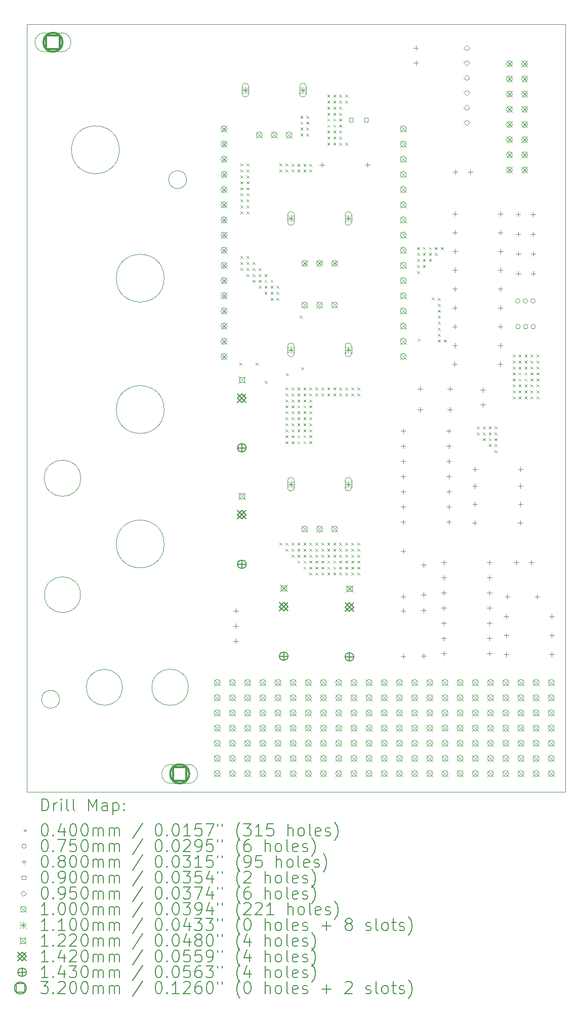
<source format=gbr>
%TF.GenerationSoftware,KiCad,Pcbnew,7.0.9*%
%TF.CreationDate,2023-12-08T22:38:10+01:00*%
%TF.ProjectId,MiniOSC-handscore,4d696e69-4f53-4432-9d68-616e6473636f,rev?*%
%TF.SameCoordinates,Original*%
%TF.FileFunction,Drillmap*%
%TF.FilePolarity,Positive*%
%FSLAX45Y45*%
G04 Gerber Fmt 4.5, Leading zero omitted, Abs format (unit mm)*
G04 Created by KiCad (PCBNEW 7.0.9) date 2023-12-08 22:38:10*
%MOMM*%
%LPD*%
G01*
G04 APERTURE LIST*
%ADD10C,0.100000*%
%ADD11C,0.200000*%
%ADD12C,0.110000*%
%ADD13C,0.122000*%
%ADD14C,0.142000*%
%ADD15C,0.143000*%
%ADD16C,0.320000*%
G04 APERTURE END LIST*
D10*
X13010000Y-4500000D02*
X4000000Y-4500000D01*
X4000000Y-17350000D01*
X13010000Y-17350000D01*
X13010000Y-4500000D01*
X4900000Y-14050000D02*
G75*
G03*
X4900000Y-14050000I-300000J0D01*
G01*
X5600000Y-15600000D02*
G75*
G03*
X5600000Y-15600000I-300000J0D01*
G01*
X6300000Y-10950000D02*
G75*
G03*
X6300000Y-10950000I-400000J0D01*
G01*
X4904138Y-12100000D02*
G75*
G03*
X4904138Y-12100000I-304138J0D01*
G01*
X6704138Y-15600000D02*
G75*
G03*
X6704138Y-15600000I-304138J0D01*
G01*
X5550000Y-6600000D02*
G75*
G03*
X5550000Y-6600000I-400000J0D01*
G01*
X4550000Y-15800000D02*
G75*
G03*
X4550000Y-15800000I-150000J0D01*
G01*
X6300000Y-13200000D02*
G75*
G03*
X6300000Y-13200000I-400000J0D01*
G01*
X6675000Y-7100000D02*
G75*
G03*
X6675000Y-7100000I-150000J0D01*
G01*
X6300000Y-8750000D02*
G75*
G03*
X6300000Y-8750000I-400000J0D01*
G01*
D11*
D10*
X7560800Y-10165400D02*
X7600800Y-10205400D01*
X7600800Y-10165400D02*
X7560800Y-10205400D01*
X7580000Y-6830000D02*
X7620000Y-6870000D01*
X7620000Y-6830000D02*
X7580000Y-6870000D01*
X7580000Y-6930000D02*
X7620000Y-6970000D01*
X7620000Y-6930000D02*
X7580000Y-6970000D01*
X7580000Y-7030000D02*
X7620000Y-7070000D01*
X7620000Y-7030000D02*
X7580000Y-7070000D01*
X7580000Y-7130000D02*
X7620000Y-7170000D01*
X7620000Y-7130000D02*
X7580000Y-7170000D01*
X7580000Y-7230000D02*
X7620000Y-7270000D01*
X7620000Y-7230000D02*
X7580000Y-7270000D01*
X7580000Y-7330000D02*
X7620000Y-7370000D01*
X7620000Y-7330000D02*
X7580000Y-7370000D01*
X7580000Y-7430000D02*
X7620000Y-7470000D01*
X7620000Y-7430000D02*
X7580000Y-7470000D01*
X7580000Y-7530000D02*
X7620000Y-7570000D01*
X7620000Y-7530000D02*
X7580000Y-7570000D01*
X7580000Y-7630000D02*
X7620000Y-7670000D01*
X7620000Y-7630000D02*
X7580000Y-7670000D01*
X7580000Y-8380000D02*
X7620000Y-8420000D01*
X7620000Y-8380000D02*
X7580000Y-8420000D01*
X7580000Y-8480000D02*
X7620000Y-8520000D01*
X7620000Y-8480000D02*
X7580000Y-8520000D01*
X7580000Y-8580000D02*
X7620000Y-8620000D01*
X7620000Y-8580000D02*
X7580000Y-8620000D01*
X7680000Y-6830000D02*
X7720000Y-6870000D01*
X7720000Y-6830000D02*
X7680000Y-6870000D01*
X7680000Y-6930000D02*
X7720000Y-6970000D01*
X7720000Y-6930000D02*
X7680000Y-6970000D01*
X7680000Y-7030000D02*
X7720000Y-7070000D01*
X7720000Y-7030000D02*
X7680000Y-7070000D01*
X7680000Y-7130000D02*
X7720000Y-7170000D01*
X7720000Y-7130000D02*
X7680000Y-7170000D01*
X7680000Y-7230000D02*
X7720000Y-7270000D01*
X7720000Y-7230000D02*
X7680000Y-7270000D01*
X7680000Y-7330000D02*
X7720000Y-7370000D01*
X7720000Y-7330000D02*
X7680000Y-7370000D01*
X7680000Y-7430000D02*
X7720000Y-7470000D01*
X7720000Y-7430000D02*
X7680000Y-7470000D01*
X7680000Y-7530000D02*
X7720000Y-7570000D01*
X7720000Y-7530000D02*
X7680000Y-7570000D01*
X7680000Y-7630000D02*
X7720000Y-7670000D01*
X7720000Y-7630000D02*
X7680000Y-7670000D01*
X7680000Y-8380000D02*
X7720000Y-8420000D01*
X7720000Y-8380000D02*
X7680000Y-8420000D01*
X7680000Y-8480000D02*
X7720000Y-8520000D01*
X7720000Y-8480000D02*
X7680000Y-8520000D01*
X7680000Y-8580000D02*
X7720000Y-8620000D01*
X7720000Y-8580000D02*
X7680000Y-8620000D01*
X7680000Y-8680000D02*
X7720000Y-8720000D01*
X7720000Y-8680000D02*
X7680000Y-8720000D01*
X7780000Y-8480000D02*
X7820000Y-8520000D01*
X7820000Y-8480000D02*
X7780000Y-8520000D01*
X7780000Y-8580000D02*
X7820000Y-8620000D01*
X7820000Y-8580000D02*
X7780000Y-8620000D01*
X7780000Y-8680000D02*
X7820000Y-8720000D01*
X7820000Y-8680000D02*
X7780000Y-8720000D01*
X7780000Y-8780000D02*
X7820000Y-8820000D01*
X7820000Y-8780000D02*
X7780000Y-8820000D01*
X7828600Y-10165400D02*
X7868600Y-10205400D01*
X7868600Y-10165400D02*
X7828600Y-10205400D01*
X7880000Y-8580000D02*
X7920000Y-8620000D01*
X7920000Y-8580000D02*
X7880000Y-8620000D01*
X7880000Y-8680000D02*
X7920000Y-8720000D01*
X7920000Y-8680000D02*
X7880000Y-8720000D01*
X7880000Y-8780000D02*
X7920000Y-8820000D01*
X7920000Y-8780000D02*
X7880000Y-8820000D01*
X7880000Y-8880000D02*
X7920000Y-8920000D01*
X7920000Y-8880000D02*
X7880000Y-8920000D01*
X7980000Y-8680000D02*
X8020000Y-8720000D01*
X8020000Y-8680000D02*
X7980000Y-8720000D01*
X7980000Y-8780000D02*
X8020000Y-8820000D01*
X8020000Y-8780000D02*
X7980000Y-8820000D01*
X7980000Y-8880000D02*
X8020000Y-8920000D01*
X8020000Y-8880000D02*
X7980000Y-8920000D01*
X7980000Y-8980000D02*
X8020000Y-9020000D01*
X8020000Y-8980000D02*
X7980000Y-9020000D01*
X7981000Y-10470200D02*
X8021000Y-10510200D01*
X8021000Y-10470200D02*
X7981000Y-10510200D01*
X8080000Y-8780000D02*
X8120000Y-8820000D01*
X8120000Y-8780000D02*
X8080000Y-8820000D01*
X8080000Y-8880000D02*
X8120000Y-8920000D01*
X8120000Y-8880000D02*
X8080000Y-8920000D01*
X8080000Y-8980000D02*
X8120000Y-9020000D01*
X8120000Y-8980000D02*
X8080000Y-9020000D01*
X8080000Y-9080000D02*
X8120000Y-9120000D01*
X8120000Y-9080000D02*
X8080000Y-9120000D01*
X8180000Y-8880000D02*
X8220000Y-8920000D01*
X8220000Y-8880000D02*
X8180000Y-8920000D01*
X8180000Y-8980000D02*
X8220000Y-9020000D01*
X8220000Y-8980000D02*
X8180000Y-9020000D01*
X8180000Y-9080000D02*
X8220000Y-9120000D01*
X8220000Y-9080000D02*
X8180000Y-9120000D01*
X8230000Y-6830000D02*
X8270000Y-6870000D01*
X8270000Y-6830000D02*
X8230000Y-6870000D01*
X8230000Y-6930000D02*
X8270000Y-6970000D01*
X8270000Y-6930000D02*
X8230000Y-6970000D01*
X8230000Y-13180000D02*
X8270000Y-13220000D01*
X8270000Y-13180000D02*
X8230000Y-13220000D01*
X8330000Y-6830000D02*
X8370000Y-6870000D01*
X8370000Y-6830000D02*
X8330000Y-6870000D01*
X8330000Y-6930000D02*
X8370000Y-6970000D01*
X8370000Y-6930000D02*
X8330000Y-6970000D01*
X8330000Y-10580000D02*
X8370000Y-10620000D01*
X8370000Y-10580000D02*
X8330000Y-10620000D01*
X8330000Y-10680000D02*
X8370000Y-10720000D01*
X8370000Y-10680000D02*
X8330000Y-10720000D01*
X8330000Y-10780000D02*
X8370000Y-10820000D01*
X8370000Y-10780000D02*
X8330000Y-10820000D01*
X8330000Y-10880000D02*
X8370000Y-10920000D01*
X8370000Y-10880000D02*
X8330000Y-10920000D01*
X8330000Y-10980000D02*
X8370000Y-11020000D01*
X8370000Y-10980000D02*
X8330000Y-11020000D01*
X8330000Y-11080000D02*
X8370000Y-11120000D01*
X8370000Y-11080000D02*
X8330000Y-11120000D01*
X8330000Y-11180000D02*
X8370000Y-11220000D01*
X8370000Y-11180000D02*
X8330000Y-11220000D01*
X8330000Y-11280000D02*
X8370000Y-11320000D01*
X8370000Y-11280000D02*
X8330000Y-11320000D01*
X8330000Y-11380000D02*
X8370000Y-11420000D01*
X8370000Y-11380000D02*
X8330000Y-11420000D01*
X8330000Y-11480000D02*
X8370000Y-11520000D01*
X8370000Y-11480000D02*
X8330000Y-11520000D01*
X8330000Y-13180000D02*
X8370000Y-13220000D01*
X8370000Y-13180000D02*
X8330000Y-13220000D01*
X8330000Y-13280000D02*
X8370000Y-13320000D01*
X8370000Y-13280000D02*
X8330000Y-13320000D01*
X8336600Y-10343200D02*
X8376600Y-10383200D01*
X8376600Y-10343200D02*
X8336600Y-10383200D01*
X8430000Y-6839800D02*
X8470000Y-6879800D01*
X8470000Y-6839800D02*
X8430000Y-6879800D01*
X8430000Y-6930000D02*
X8470000Y-6970000D01*
X8470000Y-6930000D02*
X8430000Y-6970000D01*
X8430000Y-10580000D02*
X8470000Y-10620000D01*
X8470000Y-10580000D02*
X8430000Y-10620000D01*
X8430000Y-10680000D02*
X8470000Y-10720000D01*
X8470000Y-10680000D02*
X8430000Y-10720000D01*
X8430000Y-10780000D02*
X8470000Y-10820000D01*
X8470000Y-10780000D02*
X8430000Y-10820000D01*
X8430000Y-10880000D02*
X8470000Y-10920000D01*
X8470000Y-10880000D02*
X8430000Y-10920000D01*
X8430000Y-10980000D02*
X8470000Y-11020000D01*
X8470000Y-10980000D02*
X8430000Y-11020000D01*
X8430000Y-11080000D02*
X8470000Y-11120000D01*
X8470000Y-11080000D02*
X8430000Y-11120000D01*
X8430000Y-11180000D02*
X8470000Y-11220000D01*
X8470000Y-11180000D02*
X8430000Y-11220000D01*
X8430000Y-11280000D02*
X8470000Y-11320000D01*
X8470000Y-11280000D02*
X8430000Y-11320000D01*
X8430000Y-11380000D02*
X8470000Y-11420000D01*
X8470000Y-11380000D02*
X8430000Y-11420000D01*
X8430000Y-11480000D02*
X8470000Y-11520000D01*
X8470000Y-11480000D02*
X8430000Y-11520000D01*
X8430000Y-13180000D02*
X8470000Y-13220000D01*
X8470000Y-13180000D02*
X8430000Y-13220000D01*
X8430000Y-13280000D02*
X8470000Y-13320000D01*
X8470000Y-13280000D02*
X8430000Y-13320000D01*
X8430000Y-13380000D02*
X8470000Y-13420000D01*
X8470000Y-13380000D02*
X8430000Y-13420000D01*
X8530000Y-6839800D02*
X8570000Y-6879800D01*
X8570000Y-6839800D02*
X8530000Y-6879800D01*
X8530000Y-6930000D02*
X8570000Y-6970000D01*
X8570000Y-6930000D02*
X8530000Y-6970000D01*
X8530000Y-10580000D02*
X8570000Y-10620000D01*
X8570000Y-10580000D02*
X8530000Y-10620000D01*
X8530000Y-10680000D02*
X8570000Y-10720000D01*
X8570000Y-10680000D02*
X8530000Y-10720000D01*
X8530000Y-10780000D02*
X8570000Y-10820000D01*
X8570000Y-10780000D02*
X8530000Y-10820000D01*
X8530000Y-10880000D02*
X8570000Y-10920000D01*
X8570000Y-10880000D02*
X8530000Y-10920000D01*
X8530000Y-10980000D02*
X8570000Y-11020000D01*
X8570000Y-10980000D02*
X8530000Y-11020000D01*
X8530000Y-11080000D02*
X8570000Y-11120000D01*
X8570000Y-11080000D02*
X8530000Y-11120000D01*
X8530000Y-11180000D02*
X8570000Y-11220000D01*
X8570000Y-11180000D02*
X8530000Y-11220000D01*
X8530000Y-11280000D02*
X8570000Y-11320000D01*
X8570000Y-11280000D02*
X8530000Y-11320000D01*
X8530000Y-11380000D02*
X8570000Y-11420000D01*
X8570000Y-11380000D02*
X8530000Y-11420000D01*
X8530000Y-11480000D02*
X8570000Y-11520000D01*
X8570000Y-11480000D02*
X8530000Y-11520000D01*
X8530000Y-13180000D02*
X8570000Y-13220000D01*
X8570000Y-13180000D02*
X8530000Y-13220000D01*
X8530000Y-13280000D02*
X8570000Y-13320000D01*
X8570000Y-13280000D02*
X8530000Y-13320000D01*
X8530000Y-13380000D02*
X8570000Y-13420000D01*
X8570000Y-13380000D02*
X8530000Y-13420000D01*
X8530000Y-13480000D02*
X8570000Y-13520000D01*
X8570000Y-13480000D02*
X8530000Y-13520000D01*
X8565200Y-9378000D02*
X8605200Y-9418000D01*
X8605200Y-9378000D02*
X8565200Y-9418000D01*
X8580000Y-6030000D02*
X8620000Y-6070000D01*
X8620000Y-6030000D02*
X8580000Y-6070000D01*
X8580000Y-6130000D02*
X8620000Y-6170000D01*
X8620000Y-6130000D02*
X8580000Y-6170000D01*
X8580000Y-6230000D02*
X8620000Y-6270000D01*
X8620000Y-6230000D02*
X8580000Y-6270000D01*
X8580000Y-6330000D02*
X8620000Y-6370000D01*
X8620000Y-6330000D02*
X8580000Y-6370000D01*
X8590600Y-10241600D02*
X8630600Y-10281600D01*
X8630600Y-10241600D02*
X8590600Y-10281600D01*
X8630000Y-6839800D02*
X8670000Y-6879800D01*
X8670000Y-6839800D02*
X8630000Y-6879800D01*
X8630000Y-6930000D02*
X8670000Y-6970000D01*
X8670000Y-6930000D02*
X8630000Y-6970000D01*
X8630000Y-10580000D02*
X8670000Y-10620000D01*
X8670000Y-10580000D02*
X8630000Y-10620000D01*
X8630000Y-10680000D02*
X8670000Y-10720000D01*
X8670000Y-10680000D02*
X8630000Y-10720000D01*
X8630000Y-10780000D02*
X8670000Y-10820000D01*
X8670000Y-10780000D02*
X8630000Y-10820000D01*
X8630000Y-10880000D02*
X8670000Y-10920000D01*
X8670000Y-10880000D02*
X8630000Y-10920000D01*
X8630000Y-10980000D02*
X8670000Y-11020000D01*
X8670000Y-10980000D02*
X8630000Y-11020000D01*
X8630000Y-11080000D02*
X8670000Y-11120000D01*
X8670000Y-11080000D02*
X8630000Y-11120000D01*
X8630000Y-11180000D02*
X8670000Y-11220000D01*
X8670000Y-11180000D02*
X8630000Y-11220000D01*
X8630000Y-11280000D02*
X8670000Y-11320000D01*
X8670000Y-11280000D02*
X8630000Y-11320000D01*
X8630000Y-11380000D02*
X8670000Y-11420000D01*
X8670000Y-11380000D02*
X8630000Y-11420000D01*
X8630000Y-11480000D02*
X8670000Y-11520000D01*
X8670000Y-11480000D02*
X8630000Y-11520000D01*
X8630000Y-13180000D02*
X8670000Y-13220000D01*
X8670000Y-13180000D02*
X8630000Y-13220000D01*
X8630000Y-13280000D02*
X8670000Y-13320000D01*
X8670000Y-13280000D02*
X8630000Y-13320000D01*
X8630000Y-13380000D02*
X8670000Y-13420000D01*
X8670000Y-13380000D02*
X8630000Y-13420000D01*
X8630000Y-13480000D02*
X8670000Y-13520000D01*
X8670000Y-13480000D02*
X8630000Y-13520000D01*
X8630000Y-13580000D02*
X8670000Y-13620000D01*
X8670000Y-13580000D02*
X8630000Y-13620000D01*
X8680000Y-6030000D02*
X8720000Y-6070000D01*
X8720000Y-6030000D02*
X8680000Y-6070000D01*
X8680000Y-6130000D02*
X8720000Y-6170000D01*
X8720000Y-6130000D02*
X8680000Y-6170000D01*
X8680000Y-6230000D02*
X8720000Y-6270000D01*
X8720000Y-6230000D02*
X8680000Y-6270000D01*
X8680000Y-6330000D02*
X8720000Y-6370000D01*
X8720000Y-6330000D02*
X8680000Y-6370000D01*
X8730000Y-6839800D02*
X8770000Y-6879800D01*
X8770000Y-6839800D02*
X8730000Y-6879800D01*
X8730000Y-6930000D02*
X8770000Y-6970000D01*
X8770000Y-6930000D02*
X8730000Y-6970000D01*
X8730000Y-10580000D02*
X8770000Y-10620000D01*
X8770000Y-10580000D02*
X8730000Y-10620000D01*
X8730000Y-10680000D02*
X8770000Y-10720000D01*
X8770000Y-10680000D02*
X8730000Y-10720000D01*
X8730000Y-10780000D02*
X8770000Y-10820000D01*
X8770000Y-10780000D02*
X8730000Y-10820000D01*
X8730000Y-10880000D02*
X8770000Y-10920000D01*
X8770000Y-10880000D02*
X8730000Y-10920000D01*
X8730000Y-10980000D02*
X8770000Y-11020000D01*
X8770000Y-10980000D02*
X8730000Y-11020000D01*
X8730000Y-11080000D02*
X8770000Y-11120000D01*
X8770000Y-11080000D02*
X8730000Y-11120000D01*
X8730000Y-11180000D02*
X8770000Y-11220000D01*
X8770000Y-11180000D02*
X8730000Y-11220000D01*
X8730000Y-11280000D02*
X8770000Y-11320000D01*
X8770000Y-11280000D02*
X8730000Y-11320000D01*
X8730000Y-11380000D02*
X8770000Y-11420000D01*
X8770000Y-11380000D02*
X8730000Y-11420000D01*
X8730000Y-11480000D02*
X8770000Y-11520000D01*
X8770000Y-11480000D02*
X8730000Y-11520000D01*
X8730000Y-13180000D02*
X8770000Y-13220000D01*
X8770000Y-13180000D02*
X8730000Y-13220000D01*
X8730000Y-13280000D02*
X8770000Y-13320000D01*
X8770000Y-13280000D02*
X8730000Y-13320000D01*
X8730000Y-13380000D02*
X8770000Y-13420000D01*
X8770000Y-13380000D02*
X8730000Y-13420000D01*
X8730000Y-13480000D02*
X8770000Y-13520000D01*
X8770000Y-13480000D02*
X8730000Y-13520000D01*
X8730000Y-13580000D02*
X8770000Y-13620000D01*
X8770000Y-13580000D02*
X8730000Y-13620000D01*
X8730000Y-13680000D02*
X8770000Y-13720000D01*
X8770000Y-13680000D02*
X8730000Y-13720000D01*
X8830000Y-10580000D02*
X8870000Y-10620000D01*
X8870000Y-10580000D02*
X8830000Y-10620000D01*
X8830000Y-10680000D02*
X8870000Y-10720000D01*
X8870000Y-10680000D02*
X8830000Y-10720000D01*
X8830000Y-13180000D02*
X8870000Y-13220000D01*
X8870000Y-13180000D02*
X8830000Y-13220000D01*
X8830000Y-13280000D02*
X8870000Y-13320000D01*
X8870000Y-13280000D02*
X8830000Y-13320000D01*
X8830000Y-13380000D02*
X8870000Y-13420000D01*
X8870000Y-13380000D02*
X8830000Y-13420000D01*
X8830000Y-13480000D02*
X8870000Y-13520000D01*
X8870000Y-13480000D02*
X8830000Y-13520000D01*
X8830000Y-13580000D02*
X8870000Y-13620000D01*
X8870000Y-13580000D02*
X8830000Y-13620000D01*
X8830000Y-13680000D02*
X8870000Y-13720000D01*
X8870000Y-13680000D02*
X8830000Y-13720000D01*
X8930000Y-10580000D02*
X8970000Y-10620000D01*
X8970000Y-10580000D02*
X8930000Y-10620000D01*
X8930000Y-10680000D02*
X8970000Y-10720000D01*
X8970000Y-10680000D02*
X8930000Y-10720000D01*
X8930000Y-13180000D02*
X8970000Y-13220000D01*
X8970000Y-13180000D02*
X8930000Y-13220000D01*
X8930000Y-13280000D02*
X8970000Y-13320000D01*
X8970000Y-13280000D02*
X8930000Y-13320000D01*
X8930000Y-13380000D02*
X8970000Y-13420000D01*
X8970000Y-13380000D02*
X8930000Y-13420000D01*
X8930000Y-13480000D02*
X8970000Y-13520000D01*
X8970000Y-13480000D02*
X8930000Y-13520000D01*
X8930000Y-13580000D02*
X8970000Y-13620000D01*
X8970000Y-13580000D02*
X8930000Y-13620000D01*
X8930000Y-13680000D02*
X8970000Y-13720000D01*
X8970000Y-13680000D02*
X8930000Y-13720000D01*
X9030000Y-5680000D02*
X9070000Y-5720000D01*
X9070000Y-5680000D02*
X9030000Y-5720000D01*
X9030000Y-5780000D02*
X9070000Y-5820000D01*
X9070000Y-5780000D02*
X9030000Y-5820000D01*
X9030000Y-5880000D02*
X9070000Y-5920000D01*
X9070000Y-5880000D02*
X9030000Y-5920000D01*
X9030000Y-5980000D02*
X9070000Y-6020000D01*
X9070000Y-5980000D02*
X9030000Y-6020000D01*
X9030000Y-6080000D02*
X9070000Y-6120000D01*
X9070000Y-6080000D02*
X9030000Y-6120000D01*
X9030000Y-6180000D02*
X9070000Y-6220000D01*
X9070000Y-6180000D02*
X9030000Y-6220000D01*
X9030000Y-6280000D02*
X9070000Y-6320000D01*
X9070000Y-6280000D02*
X9030000Y-6320000D01*
X9030000Y-6380000D02*
X9070000Y-6420000D01*
X9070000Y-6380000D02*
X9030000Y-6420000D01*
X9030000Y-6480000D02*
X9070000Y-6520000D01*
X9070000Y-6480000D02*
X9030000Y-6520000D01*
X9030000Y-10580000D02*
X9070000Y-10620000D01*
X9070000Y-10580000D02*
X9030000Y-10620000D01*
X9030000Y-10680000D02*
X9070000Y-10720000D01*
X9070000Y-10680000D02*
X9030000Y-10720000D01*
X9030000Y-13180000D02*
X9070000Y-13220000D01*
X9070000Y-13180000D02*
X9030000Y-13220000D01*
X9030000Y-13280000D02*
X9070000Y-13320000D01*
X9070000Y-13280000D02*
X9030000Y-13320000D01*
X9030000Y-13380000D02*
X9070000Y-13420000D01*
X9070000Y-13380000D02*
X9030000Y-13420000D01*
X9030000Y-13480000D02*
X9070000Y-13520000D01*
X9070000Y-13480000D02*
X9030000Y-13520000D01*
X9030000Y-13580000D02*
X9070000Y-13620000D01*
X9070000Y-13580000D02*
X9030000Y-13620000D01*
X9030000Y-13680000D02*
X9070000Y-13720000D01*
X9070000Y-13680000D02*
X9030000Y-13720000D01*
X9130000Y-5680000D02*
X9170000Y-5720000D01*
X9170000Y-5680000D02*
X9130000Y-5720000D01*
X9130000Y-5780000D02*
X9170000Y-5820000D01*
X9170000Y-5780000D02*
X9130000Y-5820000D01*
X9130000Y-5880000D02*
X9170000Y-5920000D01*
X9170000Y-5880000D02*
X9130000Y-5920000D01*
X9130000Y-5980000D02*
X9170000Y-6020000D01*
X9170000Y-5980000D02*
X9130000Y-6020000D01*
X9130000Y-6080000D02*
X9170000Y-6120000D01*
X9170000Y-6080000D02*
X9130000Y-6120000D01*
X9130000Y-6180000D02*
X9170000Y-6220000D01*
X9170000Y-6180000D02*
X9130000Y-6220000D01*
X9130000Y-6280000D02*
X9170000Y-6320000D01*
X9170000Y-6280000D02*
X9130000Y-6320000D01*
X9130000Y-6380000D02*
X9170000Y-6420000D01*
X9170000Y-6380000D02*
X9130000Y-6420000D01*
X9130000Y-6480000D02*
X9170000Y-6520000D01*
X9170000Y-6480000D02*
X9130000Y-6520000D01*
X9130000Y-10580000D02*
X9170000Y-10620000D01*
X9170000Y-10580000D02*
X9130000Y-10620000D01*
X9130000Y-10680000D02*
X9170000Y-10720000D01*
X9170000Y-10680000D02*
X9130000Y-10720000D01*
X9130000Y-13180000D02*
X9170000Y-13220000D01*
X9170000Y-13180000D02*
X9130000Y-13220000D01*
X9130000Y-13280000D02*
X9170000Y-13320000D01*
X9170000Y-13280000D02*
X9130000Y-13320000D01*
X9130000Y-13380000D02*
X9170000Y-13420000D01*
X9170000Y-13380000D02*
X9130000Y-13420000D01*
X9130000Y-13480000D02*
X9170000Y-13520000D01*
X9170000Y-13480000D02*
X9130000Y-13520000D01*
X9130000Y-13580000D02*
X9170000Y-13620000D01*
X9170000Y-13580000D02*
X9130000Y-13620000D01*
X9130000Y-13680000D02*
X9170000Y-13720000D01*
X9170000Y-13680000D02*
X9130000Y-13720000D01*
X9230000Y-5680000D02*
X9270000Y-5720000D01*
X9270000Y-5680000D02*
X9230000Y-5720000D01*
X9230000Y-5780000D02*
X9270000Y-5820000D01*
X9270000Y-5780000D02*
X9230000Y-5820000D01*
X9230000Y-5880000D02*
X9270000Y-5920000D01*
X9270000Y-5880000D02*
X9230000Y-5920000D01*
X9230000Y-5980000D02*
X9270000Y-6020000D01*
X9270000Y-5980000D02*
X9230000Y-6020000D01*
X9230000Y-6080000D02*
X9270000Y-6120000D01*
X9270000Y-6080000D02*
X9230000Y-6120000D01*
X9230000Y-6180000D02*
X9270000Y-6220000D01*
X9270000Y-6180000D02*
X9230000Y-6220000D01*
X9230000Y-6280000D02*
X9270000Y-6320000D01*
X9270000Y-6280000D02*
X9230000Y-6320000D01*
X9230000Y-6380000D02*
X9270000Y-6420000D01*
X9270000Y-6380000D02*
X9230000Y-6420000D01*
X9230000Y-6480000D02*
X9270000Y-6520000D01*
X9270000Y-6480000D02*
X9230000Y-6520000D01*
X9230000Y-10580000D02*
X9270000Y-10620000D01*
X9270000Y-10580000D02*
X9230000Y-10620000D01*
X9230000Y-10680000D02*
X9270000Y-10720000D01*
X9270000Y-10680000D02*
X9230000Y-10720000D01*
X9230000Y-13180000D02*
X9270000Y-13220000D01*
X9270000Y-13180000D02*
X9230000Y-13220000D01*
X9230000Y-13280000D02*
X9270000Y-13320000D01*
X9270000Y-13280000D02*
X9230000Y-13320000D01*
X9230000Y-13380000D02*
X9270000Y-13420000D01*
X9270000Y-13380000D02*
X9230000Y-13420000D01*
X9230000Y-13480000D02*
X9270000Y-13520000D01*
X9270000Y-13480000D02*
X9230000Y-13520000D01*
X9230000Y-13580000D02*
X9270000Y-13620000D01*
X9270000Y-13580000D02*
X9230000Y-13620000D01*
X9230000Y-13680000D02*
X9270000Y-13720000D01*
X9270000Y-13680000D02*
X9230000Y-13720000D01*
X9330000Y-5680000D02*
X9370000Y-5720000D01*
X9370000Y-5680000D02*
X9330000Y-5720000D01*
X9330000Y-5780000D02*
X9370000Y-5820000D01*
X9370000Y-5780000D02*
X9330000Y-5820000D01*
X9330000Y-6480000D02*
X9370000Y-6520000D01*
X9370000Y-6480000D02*
X9330000Y-6520000D01*
X9330000Y-10580000D02*
X9370000Y-10620000D01*
X9370000Y-10580000D02*
X9330000Y-10620000D01*
X9330000Y-10680000D02*
X9370000Y-10720000D01*
X9370000Y-10680000D02*
X9330000Y-10720000D01*
X9330000Y-13180000D02*
X9370000Y-13220000D01*
X9370000Y-13180000D02*
X9330000Y-13220000D01*
X9330000Y-13280000D02*
X9370000Y-13320000D01*
X9370000Y-13280000D02*
X9330000Y-13320000D01*
X9330000Y-13380000D02*
X9370000Y-13420000D01*
X9370000Y-13380000D02*
X9330000Y-13420000D01*
X9330000Y-13480000D02*
X9370000Y-13520000D01*
X9370000Y-13480000D02*
X9330000Y-13520000D01*
X9330000Y-13580000D02*
X9370000Y-13620000D01*
X9370000Y-13580000D02*
X9330000Y-13620000D01*
X9330000Y-13680000D02*
X9370000Y-13720000D01*
X9370000Y-13680000D02*
X9330000Y-13720000D01*
X9430000Y-10580000D02*
X9470000Y-10620000D01*
X9470000Y-10580000D02*
X9430000Y-10620000D01*
X9430000Y-10680000D02*
X9470000Y-10720000D01*
X9470000Y-10680000D02*
X9430000Y-10720000D01*
X9430000Y-13180000D02*
X9470000Y-13220000D01*
X9470000Y-13180000D02*
X9430000Y-13220000D01*
X9430000Y-13280000D02*
X9470000Y-13320000D01*
X9470000Y-13280000D02*
X9430000Y-13320000D01*
X9430000Y-13380000D02*
X9470000Y-13420000D01*
X9470000Y-13380000D02*
X9430000Y-13420000D01*
X9430000Y-13480000D02*
X9470000Y-13520000D01*
X9470000Y-13480000D02*
X9430000Y-13520000D01*
X9430000Y-13580000D02*
X9470000Y-13620000D01*
X9470000Y-13580000D02*
X9430000Y-13620000D01*
X9430000Y-13680000D02*
X9470000Y-13720000D01*
X9470000Y-13680000D02*
X9430000Y-13720000D01*
X9530000Y-10580000D02*
X9570000Y-10620000D01*
X9570000Y-10580000D02*
X9530000Y-10620000D01*
X9530000Y-10680000D02*
X9570000Y-10720000D01*
X9570000Y-10680000D02*
X9530000Y-10720000D01*
X9530000Y-13180000D02*
X9570000Y-13220000D01*
X9570000Y-13180000D02*
X9530000Y-13220000D01*
X9530000Y-13280000D02*
X9570000Y-13320000D01*
X9570000Y-13280000D02*
X9530000Y-13320000D01*
X9530000Y-13380000D02*
X9570000Y-13420000D01*
X9570000Y-13380000D02*
X9530000Y-13420000D01*
X9530000Y-13480000D02*
X9570000Y-13520000D01*
X9570000Y-13480000D02*
X9530000Y-13520000D01*
X9530000Y-13580000D02*
X9570000Y-13620000D01*
X9570000Y-13580000D02*
X9530000Y-13620000D01*
X9530000Y-13680000D02*
X9570000Y-13720000D01*
X9570000Y-13680000D02*
X9530000Y-13720000D01*
X10530000Y-8230000D02*
X10570000Y-8270000D01*
X10570000Y-8230000D02*
X10530000Y-8270000D01*
X10530000Y-8330000D02*
X10570000Y-8370000D01*
X10570000Y-8330000D02*
X10530000Y-8370000D01*
X10530000Y-8430000D02*
X10570000Y-8470000D01*
X10570000Y-8430000D02*
X10530000Y-8470000D01*
X10530000Y-8530000D02*
X10570000Y-8570000D01*
X10570000Y-8530000D02*
X10530000Y-8570000D01*
X10530000Y-8630000D02*
X10570000Y-8670000D01*
X10570000Y-8630000D02*
X10530000Y-8670000D01*
X10543819Y-9761581D02*
X10583819Y-9801581D01*
X10583819Y-9761581D02*
X10543819Y-9801581D01*
X10630000Y-8230000D02*
X10670000Y-8270000D01*
X10670000Y-8230000D02*
X10630000Y-8270000D01*
X10630000Y-8330000D02*
X10670000Y-8370000D01*
X10670000Y-8330000D02*
X10630000Y-8370000D01*
X10630000Y-8430000D02*
X10670000Y-8470000D01*
X10670000Y-8430000D02*
X10630000Y-8470000D01*
X10630000Y-8530000D02*
X10670000Y-8570000D01*
X10670000Y-8530000D02*
X10630000Y-8570000D01*
X10730000Y-8230000D02*
X10770000Y-8270000D01*
X10770000Y-8230000D02*
X10730000Y-8270000D01*
X10730000Y-8330000D02*
X10770000Y-8370000D01*
X10770000Y-8330000D02*
X10730000Y-8370000D01*
X10730000Y-8430000D02*
X10770000Y-8470000D01*
X10770000Y-8430000D02*
X10730000Y-8470000D01*
X10775000Y-9073200D02*
X10815000Y-9113200D01*
X10815000Y-9073200D02*
X10775000Y-9113200D01*
X10830000Y-8230000D02*
X10870000Y-8270000D01*
X10870000Y-8230000D02*
X10830000Y-8270000D01*
X10830000Y-8330000D02*
X10870000Y-8370000D01*
X10870000Y-8330000D02*
X10830000Y-8370000D01*
X10880000Y-9080000D02*
X10920000Y-9120000D01*
X10920000Y-9080000D02*
X10880000Y-9120000D01*
X10880000Y-9180000D02*
X10920000Y-9220000D01*
X10920000Y-9180000D02*
X10880000Y-9220000D01*
X10880000Y-9280000D02*
X10920000Y-9320000D01*
X10920000Y-9280000D02*
X10880000Y-9320000D01*
X10880000Y-9380000D02*
X10920000Y-9420000D01*
X10920000Y-9380000D02*
X10880000Y-9420000D01*
X10880000Y-9480000D02*
X10920000Y-9520000D01*
X10920000Y-9480000D02*
X10880000Y-9520000D01*
X10880000Y-9580000D02*
X10920000Y-9620000D01*
X10920000Y-9580000D02*
X10880000Y-9620000D01*
X10880000Y-9680000D02*
X10920000Y-9720000D01*
X10920000Y-9680000D02*
X10880000Y-9720000D01*
X10880000Y-9780000D02*
X10920000Y-9820000D01*
X10920000Y-9780000D02*
X10880000Y-9820000D01*
X10930000Y-8230000D02*
X10970000Y-8270000D01*
X10970000Y-8230000D02*
X10930000Y-8270000D01*
X10980000Y-9780000D02*
X11020000Y-9820000D01*
X11020000Y-9780000D02*
X10980000Y-9820000D01*
X11530000Y-11230000D02*
X11570000Y-11270000D01*
X11570000Y-11230000D02*
X11530000Y-11270000D01*
X11530000Y-11330000D02*
X11570000Y-11370000D01*
X11570000Y-11330000D02*
X11530000Y-11370000D01*
X11630000Y-11230000D02*
X11670000Y-11270000D01*
X11670000Y-11230000D02*
X11630000Y-11270000D01*
X11630000Y-11330000D02*
X11670000Y-11370000D01*
X11670000Y-11330000D02*
X11630000Y-11370000D01*
X11630000Y-11430000D02*
X11670000Y-11470000D01*
X11670000Y-11430000D02*
X11630000Y-11470000D01*
X11730000Y-11230000D02*
X11770000Y-11270000D01*
X11770000Y-11230000D02*
X11730000Y-11270000D01*
X11730000Y-11330000D02*
X11770000Y-11370000D01*
X11770000Y-11330000D02*
X11730000Y-11370000D01*
X11730000Y-11430000D02*
X11770000Y-11470000D01*
X11770000Y-11430000D02*
X11730000Y-11470000D01*
X11730000Y-11530000D02*
X11770000Y-11570000D01*
X11770000Y-11530000D02*
X11730000Y-11570000D01*
X11830000Y-11230000D02*
X11870000Y-11270000D01*
X11870000Y-11230000D02*
X11830000Y-11270000D01*
X11830000Y-11330000D02*
X11870000Y-11370000D01*
X11870000Y-11330000D02*
X11830000Y-11370000D01*
X11830000Y-11430000D02*
X11870000Y-11470000D01*
X11870000Y-11430000D02*
X11830000Y-11470000D01*
X11830000Y-11530000D02*
X11870000Y-11570000D01*
X11870000Y-11530000D02*
X11830000Y-11570000D01*
X11830000Y-11630000D02*
X11870000Y-11670000D01*
X11870000Y-11630000D02*
X11830000Y-11670000D01*
X12130000Y-10030000D02*
X12170000Y-10070000D01*
X12170000Y-10030000D02*
X12130000Y-10070000D01*
X12130000Y-10130000D02*
X12170000Y-10170000D01*
X12170000Y-10130000D02*
X12130000Y-10170000D01*
X12130000Y-10230000D02*
X12170000Y-10270000D01*
X12170000Y-10230000D02*
X12130000Y-10270000D01*
X12130000Y-10330000D02*
X12170000Y-10370000D01*
X12170000Y-10330000D02*
X12130000Y-10370000D01*
X12130000Y-10430000D02*
X12170000Y-10470000D01*
X12170000Y-10430000D02*
X12130000Y-10470000D01*
X12130000Y-10530000D02*
X12170000Y-10570000D01*
X12170000Y-10530000D02*
X12130000Y-10570000D01*
X12130000Y-10630000D02*
X12170000Y-10670000D01*
X12170000Y-10630000D02*
X12130000Y-10670000D01*
X12130000Y-10730000D02*
X12170000Y-10770000D01*
X12170000Y-10730000D02*
X12130000Y-10770000D01*
X12230000Y-10030000D02*
X12270000Y-10070000D01*
X12270000Y-10030000D02*
X12230000Y-10070000D01*
X12230000Y-10130000D02*
X12270000Y-10170000D01*
X12270000Y-10130000D02*
X12230000Y-10170000D01*
X12230000Y-10230000D02*
X12270000Y-10270000D01*
X12270000Y-10230000D02*
X12230000Y-10270000D01*
X12230000Y-10330000D02*
X12270000Y-10370000D01*
X12270000Y-10330000D02*
X12230000Y-10370000D01*
X12230000Y-10430000D02*
X12270000Y-10470000D01*
X12270000Y-10430000D02*
X12230000Y-10470000D01*
X12230000Y-10530000D02*
X12270000Y-10570000D01*
X12270000Y-10530000D02*
X12230000Y-10570000D01*
X12230000Y-10630000D02*
X12270000Y-10670000D01*
X12270000Y-10630000D02*
X12230000Y-10670000D01*
X12230000Y-10730000D02*
X12270000Y-10770000D01*
X12270000Y-10730000D02*
X12230000Y-10770000D01*
X12330000Y-10030000D02*
X12370000Y-10070000D01*
X12370000Y-10030000D02*
X12330000Y-10070000D01*
X12330000Y-10130000D02*
X12370000Y-10170000D01*
X12370000Y-10130000D02*
X12330000Y-10170000D01*
X12330000Y-10230000D02*
X12370000Y-10270000D01*
X12370000Y-10230000D02*
X12330000Y-10270000D01*
X12330000Y-10330000D02*
X12370000Y-10370000D01*
X12370000Y-10330000D02*
X12330000Y-10370000D01*
X12330000Y-10430000D02*
X12370000Y-10470000D01*
X12370000Y-10430000D02*
X12330000Y-10470000D01*
X12330000Y-10530000D02*
X12370000Y-10570000D01*
X12370000Y-10530000D02*
X12330000Y-10570000D01*
X12330000Y-10630000D02*
X12370000Y-10670000D01*
X12370000Y-10630000D02*
X12330000Y-10670000D01*
X12330000Y-10730000D02*
X12370000Y-10770000D01*
X12370000Y-10730000D02*
X12330000Y-10770000D01*
X12430000Y-10030000D02*
X12470000Y-10070000D01*
X12470000Y-10030000D02*
X12430000Y-10070000D01*
X12430000Y-10130000D02*
X12470000Y-10170000D01*
X12470000Y-10130000D02*
X12430000Y-10170000D01*
X12430000Y-10230000D02*
X12470000Y-10270000D01*
X12470000Y-10230000D02*
X12430000Y-10270000D01*
X12430000Y-10330000D02*
X12470000Y-10370000D01*
X12470000Y-10330000D02*
X12430000Y-10370000D01*
X12430000Y-10430000D02*
X12470000Y-10470000D01*
X12470000Y-10430000D02*
X12430000Y-10470000D01*
X12430000Y-10530000D02*
X12470000Y-10570000D01*
X12470000Y-10530000D02*
X12430000Y-10570000D01*
X12430000Y-10630000D02*
X12470000Y-10670000D01*
X12470000Y-10630000D02*
X12430000Y-10670000D01*
X12430000Y-10730000D02*
X12470000Y-10770000D01*
X12470000Y-10730000D02*
X12430000Y-10770000D01*
X12530000Y-10030000D02*
X12570000Y-10070000D01*
X12570000Y-10030000D02*
X12530000Y-10070000D01*
X12530000Y-10130000D02*
X12570000Y-10170000D01*
X12570000Y-10130000D02*
X12530000Y-10170000D01*
X12530000Y-10230000D02*
X12570000Y-10270000D01*
X12570000Y-10230000D02*
X12530000Y-10270000D01*
X12530000Y-10330000D02*
X12570000Y-10370000D01*
X12570000Y-10330000D02*
X12530000Y-10370000D01*
X12530000Y-10430000D02*
X12570000Y-10470000D01*
X12570000Y-10430000D02*
X12530000Y-10470000D01*
X12530000Y-10530000D02*
X12570000Y-10570000D01*
X12570000Y-10530000D02*
X12530000Y-10570000D01*
X12530000Y-10630000D02*
X12570000Y-10670000D01*
X12570000Y-10630000D02*
X12530000Y-10670000D01*
X12530000Y-10730000D02*
X12570000Y-10770000D01*
X12570000Y-10730000D02*
X12530000Y-10770000D01*
X12253500Y-9130000D02*
G75*
G03*
X12253500Y-9130000I-37500J0D01*
G01*
X12257500Y-9560000D02*
G75*
G03*
X12257500Y-9560000I-37500J0D01*
G01*
X12380500Y-9130000D02*
G75*
G03*
X12380500Y-9130000I-37500J0D01*
G01*
X12384500Y-9560000D02*
G75*
G03*
X12384500Y-9560000I-37500J0D01*
G01*
X12507500Y-9130000D02*
G75*
G03*
X12507500Y-9130000I-37500J0D01*
G01*
X12511500Y-9560000D02*
G75*
G03*
X12511500Y-9560000I-37500J0D01*
G01*
X7500000Y-14277000D02*
X7500000Y-14357000D01*
X7460000Y-14317000D02*
X7540000Y-14317000D01*
X7500000Y-14531000D02*
X7500000Y-14611000D01*
X7460000Y-14571000D02*
X7540000Y-14571000D01*
X7500000Y-14785000D02*
X7500000Y-14865000D01*
X7460000Y-14825000D02*
X7540000Y-14825000D01*
X8938000Y-6810000D02*
X8938000Y-6890000D01*
X8898000Y-6850000D02*
X8978000Y-6850000D01*
X9700000Y-6810000D02*
X9700000Y-6890000D01*
X9660000Y-6850000D02*
X9740000Y-6850000D01*
X10298000Y-11270000D02*
X10298000Y-11350000D01*
X10258000Y-11310000D02*
X10338000Y-11310000D01*
X10298000Y-11524000D02*
X10298000Y-11604000D01*
X10258000Y-11564000D02*
X10338000Y-11564000D01*
X10298000Y-11778000D02*
X10298000Y-11858000D01*
X10258000Y-11818000D02*
X10338000Y-11818000D01*
X10298000Y-12032000D02*
X10298000Y-12112000D01*
X10258000Y-12072000D02*
X10338000Y-12072000D01*
X10298000Y-12286000D02*
X10298000Y-12366000D01*
X10258000Y-12326000D02*
X10338000Y-12326000D01*
X10298000Y-12540000D02*
X10298000Y-12620000D01*
X10258000Y-12580000D02*
X10338000Y-12580000D01*
X10298000Y-12794000D02*
X10298000Y-12874000D01*
X10258000Y-12834000D02*
X10338000Y-12834000D01*
X10300000Y-13278000D02*
X10300000Y-13358000D01*
X10260000Y-13318000D02*
X10340000Y-13318000D01*
X10300000Y-14040000D02*
X10300000Y-14120000D01*
X10260000Y-14080000D02*
X10340000Y-14080000D01*
X10300000Y-14278000D02*
X10300000Y-14358000D01*
X10260000Y-14318000D02*
X10340000Y-14318000D01*
X10300000Y-15040000D02*
X10300000Y-15120000D01*
X10260000Y-15080000D02*
X10340000Y-15080000D01*
X10510000Y-4855000D02*
X10510000Y-4935000D01*
X10470000Y-4895000D02*
X10550000Y-4895000D01*
X10510000Y-5105000D02*
X10510000Y-5185000D01*
X10470000Y-5145000D02*
X10550000Y-5145000D01*
X10580000Y-10560000D02*
X10580000Y-10640000D01*
X10540000Y-10600000D02*
X10620000Y-10600000D01*
X10580000Y-10910000D02*
X10580000Y-10990000D01*
X10540000Y-10950000D02*
X10620000Y-10950000D01*
X10640000Y-13510000D02*
X10640000Y-13590000D01*
X10600000Y-13550000D02*
X10680000Y-13550000D01*
X10640000Y-14010000D02*
X10640000Y-14090000D01*
X10600000Y-14050000D02*
X10680000Y-14050000D01*
X10640000Y-14270000D02*
X10640000Y-14350000D01*
X10600000Y-14310000D02*
X10680000Y-14310000D01*
X10640000Y-15032000D02*
X10640000Y-15112000D01*
X10600000Y-15072000D02*
X10680000Y-15072000D01*
X10978000Y-13470000D02*
X10978000Y-13550000D01*
X10938000Y-13510000D02*
X11018000Y-13510000D01*
X10978000Y-13724000D02*
X10978000Y-13804000D01*
X10938000Y-13764000D02*
X11018000Y-13764000D01*
X10978000Y-13978000D02*
X10978000Y-14058000D01*
X10938000Y-14018000D02*
X11018000Y-14018000D01*
X10978000Y-14232000D02*
X10978000Y-14312000D01*
X10938000Y-14272000D02*
X11018000Y-14272000D01*
X10978000Y-14486000D02*
X10978000Y-14566000D01*
X10938000Y-14526000D02*
X11018000Y-14526000D01*
X10978000Y-14740000D02*
X10978000Y-14820000D01*
X10938000Y-14780000D02*
X11018000Y-14780000D01*
X10978000Y-14994000D02*
X10978000Y-15074000D01*
X10938000Y-15034000D02*
X11018000Y-15034000D01*
X11060000Y-11270000D02*
X11060000Y-11350000D01*
X11020000Y-11310000D02*
X11100000Y-11310000D01*
X11060000Y-11524000D02*
X11060000Y-11604000D01*
X11020000Y-11564000D02*
X11100000Y-11564000D01*
X11060000Y-11778000D02*
X11060000Y-11858000D01*
X11020000Y-11818000D02*
X11100000Y-11818000D01*
X11060000Y-12032000D02*
X11060000Y-12112000D01*
X11020000Y-12072000D02*
X11100000Y-12072000D01*
X11060000Y-12286000D02*
X11060000Y-12366000D01*
X11020000Y-12326000D02*
X11100000Y-12326000D01*
X11060000Y-12540000D02*
X11060000Y-12620000D01*
X11020000Y-12580000D02*
X11100000Y-12580000D01*
X11060000Y-12794000D02*
X11060000Y-12874000D01*
X11020000Y-12834000D02*
X11100000Y-12834000D01*
X11080000Y-10560000D02*
X11080000Y-10640000D01*
X11040000Y-10600000D02*
X11120000Y-10600000D01*
X11080000Y-10910000D02*
X11080000Y-10990000D01*
X11040000Y-10950000D02*
X11120000Y-10950000D01*
X11160000Y-10150000D02*
X11160000Y-10230000D01*
X11120000Y-10190000D02*
X11200000Y-10190000D01*
X11163000Y-7630000D02*
X11163000Y-7710000D01*
X11123000Y-7670000D02*
X11203000Y-7670000D01*
X11163000Y-7945000D02*
X11163000Y-8025000D01*
X11123000Y-7985000D02*
X11203000Y-7985000D01*
X11163000Y-8575000D02*
X11163000Y-8655000D01*
X11123000Y-8615000D02*
X11203000Y-8615000D01*
X11163000Y-8890000D02*
X11163000Y-8970000D01*
X11123000Y-8930000D02*
X11203000Y-8930000D01*
X11163000Y-9205000D02*
X11163000Y-9285000D01*
X11123000Y-9245000D02*
X11203000Y-9245000D01*
X11163000Y-9520000D02*
X11163000Y-9600000D01*
X11123000Y-9560000D02*
X11203000Y-9560000D01*
X11163000Y-9835000D02*
X11163000Y-9915000D01*
X11123000Y-9875000D02*
X11203000Y-9875000D01*
X11165000Y-8260000D02*
X11165000Y-8340000D01*
X11125000Y-8300000D02*
X11205000Y-8300000D01*
X11170000Y-6930000D02*
X11170000Y-7010000D01*
X11130000Y-6970000D02*
X11210000Y-6970000D01*
X11420000Y-6930000D02*
X11420000Y-7010000D01*
X11380000Y-6970000D02*
X11460000Y-6970000D01*
X11493000Y-12805000D02*
X11493000Y-12885000D01*
X11453000Y-12845000D02*
X11533000Y-12845000D01*
X11498000Y-11910000D02*
X11498000Y-11990000D01*
X11458000Y-11950000D02*
X11538000Y-11950000D01*
X11498000Y-12495000D02*
X11498000Y-12575000D01*
X11458000Y-12535000D02*
X11538000Y-12535000D01*
X11500000Y-12190000D02*
X11500000Y-12270000D01*
X11460000Y-12230000D02*
X11540000Y-12230000D01*
X11630000Y-10580000D02*
X11630000Y-10660000D01*
X11590000Y-10620000D02*
X11670000Y-10620000D01*
X11630000Y-10830000D02*
X11630000Y-10910000D01*
X11590000Y-10870000D02*
X11670000Y-10870000D01*
X11740000Y-13470000D02*
X11740000Y-13550000D01*
X11700000Y-13510000D02*
X11780000Y-13510000D01*
X11740000Y-13724000D02*
X11740000Y-13804000D01*
X11700000Y-13764000D02*
X11780000Y-13764000D01*
X11740000Y-13978000D02*
X11740000Y-14058000D01*
X11700000Y-14018000D02*
X11780000Y-14018000D01*
X11740000Y-14232000D02*
X11740000Y-14312000D01*
X11700000Y-14272000D02*
X11780000Y-14272000D01*
X11740000Y-14486000D02*
X11740000Y-14566000D01*
X11700000Y-14526000D02*
X11780000Y-14526000D01*
X11740000Y-14740000D02*
X11740000Y-14820000D01*
X11700000Y-14780000D02*
X11780000Y-14780000D01*
X11740000Y-14994000D02*
X11740000Y-15074000D01*
X11700000Y-15034000D02*
X11780000Y-15034000D01*
X11922000Y-10150000D02*
X11922000Y-10230000D01*
X11882000Y-10190000D02*
X11962000Y-10190000D01*
X11925000Y-7630000D02*
X11925000Y-7710000D01*
X11885000Y-7670000D02*
X11965000Y-7670000D01*
X11925000Y-7945000D02*
X11925000Y-8025000D01*
X11885000Y-7985000D02*
X11965000Y-7985000D01*
X11925000Y-8575000D02*
X11925000Y-8655000D01*
X11885000Y-8615000D02*
X11965000Y-8615000D01*
X11925000Y-8890000D02*
X11925000Y-8970000D01*
X11885000Y-8930000D02*
X11965000Y-8930000D01*
X11925000Y-9205000D02*
X11925000Y-9285000D01*
X11885000Y-9245000D02*
X11965000Y-9245000D01*
X11925000Y-9520000D02*
X11925000Y-9600000D01*
X11885000Y-9560000D02*
X11965000Y-9560000D01*
X11925000Y-9835000D02*
X11925000Y-9915000D01*
X11885000Y-9875000D02*
X11965000Y-9875000D01*
X11927000Y-8260000D02*
X11927000Y-8340000D01*
X11887000Y-8300000D02*
X11967000Y-8300000D01*
X12020000Y-14370000D02*
X12020000Y-14450000D01*
X11980000Y-14410000D02*
X12060000Y-14410000D01*
X12020000Y-14690000D02*
X12020000Y-14770000D01*
X11980000Y-14730000D02*
X12060000Y-14730000D01*
X12020000Y-15010000D02*
X12020000Y-15090000D01*
X11980000Y-15050000D02*
X12060000Y-15050000D01*
X12040000Y-14040000D02*
X12040000Y-14120000D01*
X12000000Y-14080000D02*
X12080000Y-14080000D01*
X12190000Y-13470000D02*
X12190000Y-13550000D01*
X12150000Y-13510000D02*
X12230000Y-13510000D01*
X12220000Y-7640000D02*
X12220000Y-7720000D01*
X12180000Y-7680000D02*
X12260000Y-7680000D01*
X12220000Y-7970000D02*
X12220000Y-8050000D01*
X12180000Y-8010000D02*
X12260000Y-8010000D01*
X12225000Y-8300000D02*
X12225000Y-8380000D01*
X12185000Y-8340000D02*
X12265000Y-8340000D01*
X12225000Y-8630000D02*
X12225000Y-8710000D01*
X12185000Y-8670000D02*
X12265000Y-8670000D01*
X12255000Y-12805000D02*
X12255000Y-12885000D01*
X12215000Y-12845000D02*
X12295000Y-12845000D01*
X12260000Y-11910000D02*
X12260000Y-11990000D01*
X12220000Y-11950000D02*
X12300000Y-11950000D01*
X12260000Y-12495000D02*
X12260000Y-12575000D01*
X12220000Y-12535000D02*
X12300000Y-12535000D01*
X12262000Y-12190000D02*
X12262000Y-12270000D01*
X12222000Y-12230000D02*
X12302000Y-12230000D01*
X12440000Y-13470000D02*
X12440000Y-13550000D01*
X12400000Y-13510000D02*
X12480000Y-13510000D01*
X12470000Y-7640000D02*
X12470000Y-7720000D01*
X12430000Y-7680000D02*
X12510000Y-7680000D01*
X12470000Y-7970000D02*
X12470000Y-8050000D01*
X12430000Y-8010000D02*
X12510000Y-8010000D01*
X12475000Y-8300000D02*
X12475000Y-8380000D01*
X12435000Y-8340000D02*
X12515000Y-8340000D01*
X12475000Y-8630000D02*
X12475000Y-8710000D01*
X12435000Y-8670000D02*
X12515000Y-8670000D01*
X12540000Y-14040000D02*
X12540000Y-14120000D01*
X12500000Y-14080000D02*
X12580000Y-14080000D01*
X12782000Y-14370000D02*
X12782000Y-14450000D01*
X12742000Y-14410000D02*
X12822000Y-14410000D01*
X12782000Y-14690000D02*
X12782000Y-14770000D01*
X12742000Y-14730000D02*
X12822000Y-14730000D01*
X12782000Y-15010000D02*
X12782000Y-15090000D01*
X12742000Y-15050000D02*
X12822000Y-15050000D01*
X9456820Y-6131820D02*
X9456820Y-6068180D01*
X9393180Y-6068180D01*
X9393180Y-6131820D01*
X9456820Y-6131820D01*
X9710820Y-6131820D02*
X9710820Y-6068180D01*
X9647180Y-6068180D01*
X9647180Y-6131820D01*
X9710820Y-6131820D01*
X11360000Y-4942500D02*
X11407500Y-4895000D01*
X11360000Y-4847500D01*
X11312500Y-4895000D01*
X11360000Y-4942500D01*
X11360000Y-5192500D02*
X11407500Y-5145000D01*
X11360000Y-5097500D01*
X11312500Y-5145000D01*
X11360000Y-5192500D01*
X11360000Y-5442500D02*
X11407500Y-5395000D01*
X11360000Y-5347500D01*
X11312500Y-5395000D01*
X11360000Y-5442500D01*
X11360000Y-5692500D02*
X11407500Y-5645000D01*
X11360000Y-5597500D01*
X11312500Y-5645000D01*
X11360000Y-5692500D01*
X11360000Y-5942500D02*
X11407500Y-5895000D01*
X11360000Y-5847500D01*
X11312500Y-5895000D01*
X11360000Y-5942500D01*
X11360000Y-6192500D02*
X11407500Y-6145000D01*
X11360000Y-6097500D01*
X11312500Y-6145000D01*
X11360000Y-6192500D01*
X7138200Y-15469400D02*
X7238200Y-15569400D01*
X7238200Y-15469400D02*
X7138200Y-15569400D01*
X7238200Y-15519400D02*
G75*
G03*
X7238200Y-15519400I-50000J0D01*
G01*
X7138200Y-15723400D02*
X7238200Y-15823400D01*
X7238200Y-15723400D02*
X7138200Y-15823400D01*
X7238200Y-15773400D02*
G75*
G03*
X7238200Y-15773400I-50000J0D01*
G01*
X7138200Y-15977400D02*
X7238200Y-16077400D01*
X7238200Y-15977400D02*
X7138200Y-16077400D01*
X7238200Y-16027400D02*
G75*
G03*
X7238200Y-16027400I-50000J0D01*
G01*
X7138200Y-16231400D02*
X7238200Y-16331400D01*
X7238200Y-16231400D02*
X7138200Y-16331400D01*
X7238200Y-16281400D02*
G75*
G03*
X7238200Y-16281400I-50000J0D01*
G01*
X7138200Y-16485400D02*
X7238200Y-16585400D01*
X7238200Y-16485400D02*
X7138200Y-16585400D01*
X7238200Y-16535400D02*
G75*
G03*
X7238200Y-16535400I-50000J0D01*
G01*
X7138200Y-16739400D02*
X7238200Y-16839400D01*
X7238200Y-16739400D02*
X7138200Y-16839400D01*
X7238200Y-16789400D02*
G75*
G03*
X7238200Y-16789400I-50000J0D01*
G01*
X7138200Y-16993400D02*
X7238200Y-17093400D01*
X7238200Y-16993400D02*
X7138200Y-17093400D01*
X7238200Y-17043400D02*
G75*
G03*
X7238200Y-17043400I-50000J0D01*
G01*
X7250000Y-6200000D02*
X7350000Y-6300000D01*
X7350000Y-6200000D02*
X7250000Y-6300000D01*
X7350000Y-6250000D02*
G75*
G03*
X7350000Y-6250000I-50000J0D01*
G01*
X7250000Y-6454000D02*
X7350000Y-6554000D01*
X7350000Y-6454000D02*
X7250000Y-6554000D01*
X7350000Y-6504000D02*
G75*
G03*
X7350000Y-6504000I-50000J0D01*
G01*
X7250000Y-6708000D02*
X7350000Y-6808000D01*
X7350000Y-6708000D02*
X7250000Y-6808000D01*
X7350000Y-6758000D02*
G75*
G03*
X7350000Y-6758000I-50000J0D01*
G01*
X7250000Y-6962000D02*
X7350000Y-7062000D01*
X7350000Y-6962000D02*
X7250000Y-7062000D01*
X7350000Y-7012000D02*
G75*
G03*
X7350000Y-7012000I-50000J0D01*
G01*
X7250000Y-7216000D02*
X7350000Y-7316000D01*
X7350000Y-7216000D02*
X7250000Y-7316000D01*
X7350000Y-7266000D02*
G75*
G03*
X7350000Y-7266000I-50000J0D01*
G01*
X7250000Y-7470000D02*
X7350000Y-7570000D01*
X7350000Y-7470000D02*
X7250000Y-7570000D01*
X7350000Y-7520000D02*
G75*
G03*
X7350000Y-7520000I-50000J0D01*
G01*
X7250000Y-7724000D02*
X7350000Y-7824000D01*
X7350000Y-7724000D02*
X7250000Y-7824000D01*
X7350000Y-7774000D02*
G75*
G03*
X7350000Y-7774000I-50000J0D01*
G01*
X7250000Y-7978000D02*
X7350000Y-8078000D01*
X7350000Y-7978000D02*
X7250000Y-8078000D01*
X7350000Y-8028000D02*
G75*
G03*
X7350000Y-8028000I-50000J0D01*
G01*
X7250000Y-8232000D02*
X7350000Y-8332000D01*
X7350000Y-8232000D02*
X7250000Y-8332000D01*
X7350000Y-8282000D02*
G75*
G03*
X7350000Y-8282000I-50000J0D01*
G01*
X7250000Y-8486000D02*
X7350000Y-8586000D01*
X7350000Y-8486000D02*
X7250000Y-8586000D01*
X7350000Y-8536000D02*
G75*
G03*
X7350000Y-8536000I-50000J0D01*
G01*
X7250000Y-8740000D02*
X7350000Y-8840000D01*
X7350000Y-8740000D02*
X7250000Y-8840000D01*
X7350000Y-8790000D02*
G75*
G03*
X7350000Y-8790000I-50000J0D01*
G01*
X7250000Y-8994000D02*
X7350000Y-9094000D01*
X7350000Y-8994000D02*
X7250000Y-9094000D01*
X7350000Y-9044000D02*
G75*
G03*
X7350000Y-9044000I-50000J0D01*
G01*
X7250000Y-9248000D02*
X7350000Y-9348000D01*
X7350000Y-9248000D02*
X7250000Y-9348000D01*
X7350000Y-9298000D02*
G75*
G03*
X7350000Y-9298000I-50000J0D01*
G01*
X7250000Y-9502000D02*
X7350000Y-9602000D01*
X7350000Y-9502000D02*
X7250000Y-9602000D01*
X7350000Y-9552000D02*
G75*
G03*
X7350000Y-9552000I-50000J0D01*
G01*
X7250000Y-9756000D02*
X7350000Y-9856000D01*
X7350000Y-9756000D02*
X7250000Y-9856000D01*
X7350000Y-9806000D02*
G75*
G03*
X7350000Y-9806000I-50000J0D01*
G01*
X7250000Y-10010000D02*
X7350000Y-10110000D01*
X7350000Y-10010000D02*
X7250000Y-10110000D01*
X7350000Y-10060000D02*
G75*
G03*
X7350000Y-10060000I-50000J0D01*
G01*
X7392200Y-15469400D02*
X7492200Y-15569400D01*
X7492200Y-15469400D02*
X7392200Y-15569400D01*
X7492200Y-15519400D02*
G75*
G03*
X7492200Y-15519400I-50000J0D01*
G01*
X7392200Y-15723400D02*
X7492200Y-15823400D01*
X7492200Y-15723400D02*
X7392200Y-15823400D01*
X7492200Y-15773400D02*
G75*
G03*
X7492200Y-15773400I-50000J0D01*
G01*
X7392200Y-15977400D02*
X7492200Y-16077400D01*
X7492200Y-15977400D02*
X7392200Y-16077400D01*
X7492200Y-16027400D02*
G75*
G03*
X7492200Y-16027400I-50000J0D01*
G01*
X7392200Y-16231400D02*
X7492200Y-16331400D01*
X7492200Y-16231400D02*
X7392200Y-16331400D01*
X7492200Y-16281400D02*
G75*
G03*
X7492200Y-16281400I-50000J0D01*
G01*
X7392200Y-16485400D02*
X7492200Y-16585400D01*
X7492200Y-16485400D02*
X7392200Y-16585400D01*
X7492200Y-16535400D02*
G75*
G03*
X7492200Y-16535400I-50000J0D01*
G01*
X7392200Y-16739400D02*
X7492200Y-16839400D01*
X7492200Y-16739400D02*
X7392200Y-16839400D01*
X7492200Y-16789400D02*
G75*
G03*
X7492200Y-16789400I-50000J0D01*
G01*
X7392200Y-16993400D02*
X7492200Y-17093400D01*
X7492200Y-16993400D02*
X7392200Y-17093400D01*
X7492200Y-17043400D02*
G75*
G03*
X7492200Y-17043400I-50000J0D01*
G01*
X7646200Y-15469400D02*
X7746200Y-15569400D01*
X7746200Y-15469400D02*
X7646200Y-15569400D01*
X7746200Y-15519400D02*
G75*
G03*
X7746200Y-15519400I-50000J0D01*
G01*
X7646200Y-15723400D02*
X7746200Y-15823400D01*
X7746200Y-15723400D02*
X7646200Y-15823400D01*
X7746200Y-15773400D02*
G75*
G03*
X7746200Y-15773400I-50000J0D01*
G01*
X7646200Y-15977400D02*
X7746200Y-16077400D01*
X7746200Y-15977400D02*
X7646200Y-16077400D01*
X7746200Y-16027400D02*
G75*
G03*
X7746200Y-16027400I-50000J0D01*
G01*
X7646200Y-16231400D02*
X7746200Y-16331400D01*
X7746200Y-16231400D02*
X7646200Y-16331400D01*
X7746200Y-16281400D02*
G75*
G03*
X7746200Y-16281400I-50000J0D01*
G01*
X7646200Y-16485400D02*
X7746200Y-16585400D01*
X7746200Y-16485400D02*
X7646200Y-16585400D01*
X7746200Y-16535400D02*
G75*
G03*
X7746200Y-16535400I-50000J0D01*
G01*
X7646200Y-16739400D02*
X7746200Y-16839400D01*
X7746200Y-16739400D02*
X7646200Y-16839400D01*
X7746200Y-16789400D02*
G75*
G03*
X7746200Y-16789400I-50000J0D01*
G01*
X7646200Y-16993400D02*
X7746200Y-17093400D01*
X7746200Y-16993400D02*
X7646200Y-17093400D01*
X7746200Y-17043400D02*
G75*
G03*
X7746200Y-17043400I-50000J0D01*
G01*
X7840000Y-6300000D02*
X7940000Y-6400000D01*
X7940000Y-6300000D02*
X7840000Y-6400000D01*
X7940000Y-6350000D02*
G75*
G03*
X7940000Y-6350000I-50000J0D01*
G01*
X7900200Y-15469400D02*
X8000200Y-15569400D01*
X8000200Y-15469400D02*
X7900200Y-15569400D01*
X8000200Y-15519400D02*
G75*
G03*
X8000200Y-15519400I-50000J0D01*
G01*
X7900200Y-15723400D02*
X8000200Y-15823400D01*
X8000200Y-15723400D02*
X7900200Y-15823400D01*
X8000200Y-15773400D02*
G75*
G03*
X8000200Y-15773400I-50000J0D01*
G01*
X7900200Y-15977400D02*
X8000200Y-16077400D01*
X8000200Y-15977400D02*
X7900200Y-16077400D01*
X8000200Y-16027400D02*
G75*
G03*
X8000200Y-16027400I-50000J0D01*
G01*
X7900200Y-16231400D02*
X8000200Y-16331400D01*
X8000200Y-16231400D02*
X7900200Y-16331400D01*
X8000200Y-16281400D02*
G75*
G03*
X8000200Y-16281400I-50000J0D01*
G01*
X7900200Y-16485400D02*
X8000200Y-16585400D01*
X8000200Y-16485400D02*
X7900200Y-16585400D01*
X8000200Y-16535400D02*
G75*
G03*
X8000200Y-16535400I-50000J0D01*
G01*
X7900200Y-16739400D02*
X8000200Y-16839400D01*
X8000200Y-16739400D02*
X7900200Y-16839400D01*
X8000200Y-16789400D02*
G75*
G03*
X8000200Y-16789400I-50000J0D01*
G01*
X7900200Y-16993400D02*
X8000200Y-17093400D01*
X8000200Y-16993400D02*
X7900200Y-17093400D01*
X8000200Y-17043400D02*
G75*
G03*
X8000200Y-17043400I-50000J0D01*
G01*
X8090000Y-6300000D02*
X8190000Y-6400000D01*
X8190000Y-6300000D02*
X8090000Y-6400000D01*
X8190000Y-6350000D02*
G75*
G03*
X8190000Y-6350000I-50000J0D01*
G01*
X8154200Y-15469400D02*
X8254200Y-15569400D01*
X8254200Y-15469400D02*
X8154200Y-15569400D01*
X8254200Y-15519400D02*
G75*
G03*
X8254200Y-15519400I-50000J0D01*
G01*
X8154200Y-15723400D02*
X8254200Y-15823400D01*
X8254200Y-15723400D02*
X8154200Y-15823400D01*
X8254200Y-15773400D02*
G75*
G03*
X8254200Y-15773400I-50000J0D01*
G01*
X8154200Y-15977400D02*
X8254200Y-16077400D01*
X8254200Y-15977400D02*
X8154200Y-16077400D01*
X8254200Y-16027400D02*
G75*
G03*
X8254200Y-16027400I-50000J0D01*
G01*
X8154200Y-16231400D02*
X8254200Y-16331400D01*
X8254200Y-16231400D02*
X8154200Y-16331400D01*
X8254200Y-16281400D02*
G75*
G03*
X8254200Y-16281400I-50000J0D01*
G01*
X8154200Y-16485400D02*
X8254200Y-16585400D01*
X8254200Y-16485400D02*
X8154200Y-16585400D01*
X8254200Y-16535400D02*
G75*
G03*
X8254200Y-16535400I-50000J0D01*
G01*
X8154200Y-16739400D02*
X8254200Y-16839400D01*
X8254200Y-16739400D02*
X8154200Y-16839400D01*
X8254200Y-16789400D02*
G75*
G03*
X8254200Y-16789400I-50000J0D01*
G01*
X8154200Y-16993400D02*
X8254200Y-17093400D01*
X8254200Y-16993400D02*
X8154200Y-17093400D01*
X8254200Y-17043400D02*
G75*
G03*
X8254200Y-17043400I-50000J0D01*
G01*
X8340000Y-6300000D02*
X8440000Y-6400000D01*
X8440000Y-6300000D02*
X8340000Y-6400000D01*
X8440000Y-6350000D02*
G75*
G03*
X8440000Y-6350000I-50000J0D01*
G01*
X8408200Y-15469400D02*
X8508200Y-15569400D01*
X8508200Y-15469400D02*
X8408200Y-15569400D01*
X8508200Y-15519400D02*
G75*
G03*
X8508200Y-15519400I-50000J0D01*
G01*
X8408200Y-15723400D02*
X8508200Y-15823400D01*
X8508200Y-15723400D02*
X8408200Y-15823400D01*
X8508200Y-15773400D02*
G75*
G03*
X8508200Y-15773400I-50000J0D01*
G01*
X8408200Y-15977400D02*
X8508200Y-16077400D01*
X8508200Y-15977400D02*
X8408200Y-16077400D01*
X8508200Y-16027400D02*
G75*
G03*
X8508200Y-16027400I-50000J0D01*
G01*
X8408200Y-16231400D02*
X8508200Y-16331400D01*
X8508200Y-16231400D02*
X8408200Y-16331400D01*
X8508200Y-16281400D02*
G75*
G03*
X8508200Y-16281400I-50000J0D01*
G01*
X8408200Y-16485400D02*
X8508200Y-16585400D01*
X8508200Y-16485400D02*
X8408200Y-16585400D01*
X8508200Y-16535400D02*
G75*
G03*
X8508200Y-16535400I-50000J0D01*
G01*
X8408200Y-16739400D02*
X8508200Y-16839400D01*
X8508200Y-16739400D02*
X8408200Y-16839400D01*
X8508200Y-16789400D02*
G75*
G03*
X8508200Y-16789400I-50000J0D01*
G01*
X8408200Y-16993400D02*
X8508200Y-17093400D01*
X8508200Y-16993400D02*
X8408200Y-17093400D01*
X8508200Y-17043400D02*
G75*
G03*
X8508200Y-17043400I-50000J0D01*
G01*
X8600000Y-8450000D02*
X8700000Y-8550000D01*
X8700000Y-8450000D02*
X8600000Y-8550000D01*
X8700000Y-8500000D02*
G75*
G03*
X8700000Y-8500000I-50000J0D01*
G01*
X8600000Y-9150000D02*
X8700000Y-9250000D01*
X8700000Y-9150000D02*
X8600000Y-9250000D01*
X8700000Y-9200000D02*
G75*
G03*
X8700000Y-9200000I-50000J0D01*
G01*
X8600000Y-12900000D02*
X8700000Y-13000000D01*
X8700000Y-12900000D02*
X8600000Y-13000000D01*
X8700000Y-12950000D02*
G75*
G03*
X8700000Y-12950000I-50000J0D01*
G01*
X8662200Y-15469400D02*
X8762200Y-15569400D01*
X8762200Y-15469400D02*
X8662200Y-15569400D01*
X8762200Y-15519400D02*
G75*
G03*
X8762200Y-15519400I-50000J0D01*
G01*
X8662200Y-15723400D02*
X8762200Y-15823400D01*
X8762200Y-15723400D02*
X8662200Y-15823400D01*
X8762200Y-15773400D02*
G75*
G03*
X8762200Y-15773400I-50000J0D01*
G01*
X8662200Y-15977400D02*
X8762200Y-16077400D01*
X8762200Y-15977400D02*
X8662200Y-16077400D01*
X8762200Y-16027400D02*
G75*
G03*
X8762200Y-16027400I-50000J0D01*
G01*
X8662200Y-16231400D02*
X8762200Y-16331400D01*
X8762200Y-16231400D02*
X8662200Y-16331400D01*
X8762200Y-16281400D02*
G75*
G03*
X8762200Y-16281400I-50000J0D01*
G01*
X8662200Y-16485400D02*
X8762200Y-16585400D01*
X8762200Y-16485400D02*
X8662200Y-16585400D01*
X8762200Y-16535400D02*
G75*
G03*
X8762200Y-16535400I-50000J0D01*
G01*
X8662200Y-16739400D02*
X8762200Y-16839400D01*
X8762200Y-16739400D02*
X8662200Y-16839400D01*
X8762200Y-16789400D02*
G75*
G03*
X8762200Y-16789400I-50000J0D01*
G01*
X8662200Y-16993400D02*
X8762200Y-17093400D01*
X8762200Y-16993400D02*
X8662200Y-17093400D01*
X8762200Y-17043400D02*
G75*
G03*
X8762200Y-17043400I-50000J0D01*
G01*
X8850000Y-8450000D02*
X8950000Y-8550000D01*
X8950000Y-8450000D02*
X8850000Y-8550000D01*
X8950000Y-8500000D02*
G75*
G03*
X8950000Y-8500000I-50000J0D01*
G01*
X8850000Y-9150000D02*
X8950000Y-9250000D01*
X8950000Y-9150000D02*
X8850000Y-9250000D01*
X8950000Y-9200000D02*
G75*
G03*
X8950000Y-9200000I-50000J0D01*
G01*
X8850000Y-12900000D02*
X8950000Y-13000000D01*
X8950000Y-12900000D02*
X8850000Y-13000000D01*
X8950000Y-12950000D02*
G75*
G03*
X8950000Y-12950000I-50000J0D01*
G01*
X8916200Y-15469400D02*
X9016200Y-15569400D01*
X9016200Y-15469400D02*
X8916200Y-15569400D01*
X9016200Y-15519400D02*
G75*
G03*
X9016200Y-15519400I-50000J0D01*
G01*
X8916200Y-15723400D02*
X9016200Y-15823400D01*
X9016200Y-15723400D02*
X8916200Y-15823400D01*
X9016200Y-15773400D02*
G75*
G03*
X9016200Y-15773400I-50000J0D01*
G01*
X8916200Y-15977400D02*
X9016200Y-16077400D01*
X9016200Y-15977400D02*
X8916200Y-16077400D01*
X9016200Y-16027400D02*
G75*
G03*
X9016200Y-16027400I-50000J0D01*
G01*
X8916200Y-16231400D02*
X9016200Y-16331400D01*
X9016200Y-16231400D02*
X8916200Y-16331400D01*
X9016200Y-16281400D02*
G75*
G03*
X9016200Y-16281400I-50000J0D01*
G01*
X8916200Y-16485400D02*
X9016200Y-16585400D01*
X9016200Y-16485400D02*
X8916200Y-16585400D01*
X9016200Y-16535400D02*
G75*
G03*
X9016200Y-16535400I-50000J0D01*
G01*
X8916200Y-16739400D02*
X9016200Y-16839400D01*
X9016200Y-16739400D02*
X8916200Y-16839400D01*
X9016200Y-16789400D02*
G75*
G03*
X9016200Y-16789400I-50000J0D01*
G01*
X8916200Y-16993400D02*
X9016200Y-17093400D01*
X9016200Y-16993400D02*
X8916200Y-17093400D01*
X9016200Y-17043400D02*
G75*
G03*
X9016200Y-17043400I-50000J0D01*
G01*
X9100000Y-8450000D02*
X9200000Y-8550000D01*
X9200000Y-8450000D02*
X9100000Y-8550000D01*
X9200000Y-8500000D02*
G75*
G03*
X9200000Y-8500000I-50000J0D01*
G01*
X9100000Y-9150000D02*
X9200000Y-9250000D01*
X9200000Y-9150000D02*
X9100000Y-9250000D01*
X9200000Y-9200000D02*
G75*
G03*
X9200000Y-9200000I-50000J0D01*
G01*
X9100000Y-12900000D02*
X9200000Y-13000000D01*
X9200000Y-12900000D02*
X9100000Y-13000000D01*
X9200000Y-12950000D02*
G75*
G03*
X9200000Y-12950000I-50000J0D01*
G01*
X9170200Y-15469400D02*
X9270200Y-15569400D01*
X9270200Y-15469400D02*
X9170200Y-15569400D01*
X9270200Y-15519400D02*
G75*
G03*
X9270200Y-15519400I-50000J0D01*
G01*
X9170200Y-15723400D02*
X9270200Y-15823400D01*
X9270200Y-15723400D02*
X9170200Y-15823400D01*
X9270200Y-15773400D02*
G75*
G03*
X9270200Y-15773400I-50000J0D01*
G01*
X9170200Y-15977400D02*
X9270200Y-16077400D01*
X9270200Y-15977400D02*
X9170200Y-16077400D01*
X9270200Y-16027400D02*
G75*
G03*
X9270200Y-16027400I-50000J0D01*
G01*
X9170200Y-16231400D02*
X9270200Y-16331400D01*
X9270200Y-16231400D02*
X9170200Y-16331400D01*
X9270200Y-16281400D02*
G75*
G03*
X9270200Y-16281400I-50000J0D01*
G01*
X9170200Y-16485400D02*
X9270200Y-16585400D01*
X9270200Y-16485400D02*
X9170200Y-16585400D01*
X9270200Y-16535400D02*
G75*
G03*
X9270200Y-16535400I-50000J0D01*
G01*
X9170200Y-16739400D02*
X9270200Y-16839400D01*
X9270200Y-16739400D02*
X9170200Y-16839400D01*
X9270200Y-16789400D02*
G75*
G03*
X9270200Y-16789400I-50000J0D01*
G01*
X9170200Y-16993400D02*
X9270200Y-17093400D01*
X9270200Y-16993400D02*
X9170200Y-17093400D01*
X9270200Y-17043400D02*
G75*
G03*
X9270200Y-17043400I-50000J0D01*
G01*
X9424200Y-15469400D02*
X9524200Y-15569400D01*
X9524200Y-15469400D02*
X9424200Y-15569400D01*
X9524200Y-15519400D02*
G75*
G03*
X9524200Y-15519400I-50000J0D01*
G01*
X9424200Y-15723400D02*
X9524200Y-15823400D01*
X9524200Y-15723400D02*
X9424200Y-15823400D01*
X9524200Y-15773400D02*
G75*
G03*
X9524200Y-15773400I-50000J0D01*
G01*
X9424200Y-15977400D02*
X9524200Y-16077400D01*
X9524200Y-15977400D02*
X9424200Y-16077400D01*
X9524200Y-16027400D02*
G75*
G03*
X9524200Y-16027400I-50000J0D01*
G01*
X9424200Y-16231400D02*
X9524200Y-16331400D01*
X9524200Y-16231400D02*
X9424200Y-16331400D01*
X9524200Y-16281400D02*
G75*
G03*
X9524200Y-16281400I-50000J0D01*
G01*
X9424200Y-16485400D02*
X9524200Y-16585400D01*
X9524200Y-16485400D02*
X9424200Y-16585400D01*
X9524200Y-16535400D02*
G75*
G03*
X9524200Y-16535400I-50000J0D01*
G01*
X9424200Y-16739400D02*
X9524200Y-16839400D01*
X9524200Y-16739400D02*
X9424200Y-16839400D01*
X9524200Y-16789400D02*
G75*
G03*
X9524200Y-16789400I-50000J0D01*
G01*
X9424200Y-16993400D02*
X9524200Y-17093400D01*
X9524200Y-16993400D02*
X9424200Y-17093400D01*
X9524200Y-17043400D02*
G75*
G03*
X9524200Y-17043400I-50000J0D01*
G01*
X9678200Y-15469400D02*
X9778200Y-15569400D01*
X9778200Y-15469400D02*
X9678200Y-15569400D01*
X9778200Y-15519400D02*
G75*
G03*
X9778200Y-15519400I-50000J0D01*
G01*
X9678200Y-15723400D02*
X9778200Y-15823400D01*
X9778200Y-15723400D02*
X9678200Y-15823400D01*
X9778200Y-15773400D02*
G75*
G03*
X9778200Y-15773400I-50000J0D01*
G01*
X9678200Y-15977400D02*
X9778200Y-16077400D01*
X9778200Y-15977400D02*
X9678200Y-16077400D01*
X9778200Y-16027400D02*
G75*
G03*
X9778200Y-16027400I-50000J0D01*
G01*
X9678200Y-16231400D02*
X9778200Y-16331400D01*
X9778200Y-16231400D02*
X9678200Y-16331400D01*
X9778200Y-16281400D02*
G75*
G03*
X9778200Y-16281400I-50000J0D01*
G01*
X9678200Y-16485400D02*
X9778200Y-16585400D01*
X9778200Y-16485400D02*
X9678200Y-16585400D01*
X9778200Y-16535400D02*
G75*
G03*
X9778200Y-16535400I-50000J0D01*
G01*
X9678200Y-16739400D02*
X9778200Y-16839400D01*
X9778200Y-16739400D02*
X9678200Y-16839400D01*
X9778200Y-16789400D02*
G75*
G03*
X9778200Y-16789400I-50000J0D01*
G01*
X9678200Y-16993400D02*
X9778200Y-17093400D01*
X9778200Y-16993400D02*
X9678200Y-17093400D01*
X9778200Y-17043400D02*
G75*
G03*
X9778200Y-17043400I-50000J0D01*
G01*
X9932200Y-15469400D02*
X10032200Y-15569400D01*
X10032200Y-15469400D02*
X9932200Y-15569400D01*
X10032200Y-15519400D02*
G75*
G03*
X10032200Y-15519400I-50000J0D01*
G01*
X9932200Y-15723400D02*
X10032200Y-15823400D01*
X10032200Y-15723400D02*
X9932200Y-15823400D01*
X10032200Y-15773400D02*
G75*
G03*
X10032200Y-15773400I-50000J0D01*
G01*
X9932200Y-15977400D02*
X10032200Y-16077400D01*
X10032200Y-15977400D02*
X9932200Y-16077400D01*
X10032200Y-16027400D02*
G75*
G03*
X10032200Y-16027400I-50000J0D01*
G01*
X9932200Y-16231400D02*
X10032200Y-16331400D01*
X10032200Y-16231400D02*
X9932200Y-16331400D01*
X10032200Y-16281400D02*
G75*
G03*
X10032200Y-16281400I-50000J0D01*
G01*
X9932200Y-16485400D02*
X10032200Y-16585400D01*
X10032200Y-16485400D02*
X9932200Y-16585400D01*
X10032200Y-16535400D02*
G75*
G03*
X10032200Y-16535400I-50000J0D01*
G01*
X9932200Y-16739400D02*
X10032200Y-16839400D01*
X10032200Y-16739400D02*
X9932200Y-16839400D01*
X10032200Y-16789400D02*
G75*
G03*
X10032200Y-16789400I-50000J0D01*
G01*
X9932200Y-16993400D02*
X10032200Y-17093400D01*
X10032200Y-16993400D02*
X9932200Y-17093400D01*
X10032200Y-17043400D02*
G75*
G03*
X10032200Y-17043400I-50000J0D01*
G01*
X10186200Y-15469400D02*
X10286200Y-15569400D01*
X10286200Y-15469400D02*
X10186200Y-15569400D01*
X10286200Y-15519400D02*
G75*
G03*
X10286200Y-15519400I-50000J0D01*
G01*
X10186200Y-15723400D02*
X10286200Y-15823400D01*
X10286200Y-15723400D02*
X10186200Y-15823400D01*
X10286200Y-15773400D02*
G75*
G03*
X10286200Y-15773400I-50000J0D01*
G01*
X10186200Y-15977400D02*
X10286200Y-16077400D01*
X10286200Y-15977400D02*
X10186200Y-16077400D01*
X10286200Y-16027400D02*
G75*
G03*
X10286200Y-16027400I-50000J0D01*
G01*
X10186200Y-16231400D02*
X10286200Y-16331400D01*
X10286200Y-16231400D02*
X10186200Y-16331400D01*
X10286200Y-16281400D02*
G75*
G03*
X10286200Y-16281400I-50000J0D01*
G01*
X10186200Y-16485400D02*
X10286200Y-16585400D01*
X10286200Y-16485400D02*
X10186200Y-16585400D01*
X10286200Y-16535400D02*
G75*
G03*
X10286200Y-16535400I-50000J0D01*
G01*
X10186200Y-16739400D02*
X10286200Y-16839400D01*
X10286200Y-16739400D02*
X10186200Y-16839400D01*
X10286200Y-16789400D02*
G75*
G03*
X10286200Y-16789400I-50000J0D01*
G01*
X10186200Y-16993400D02*
X10286200Y-17093400D01*
X10286200Y-16993400D02*
X10186200Y-17093400D01*
X10286200Y-17043400D02*
G75*
G03*
X10286200Y-17043400I-50000J0D01*
G01*
X10250000Y-6200000D02*
X10350000Y-6300000D01*
X10350000Y-6200000D02*
X10250000Y-6300000D01*
X10350000Y-6250000D02*
G75*
G03*
X10350000Y-6250000I-50000J0D01*
G01*
X10250000Y-6454000D02*
X10350000Y-6554000D01*
X10350000Y-6454000D02*
X10250000Y-6554000D01*
X10350000Y-6504000D02*
G75*
G03*
X10350000Y-6504000I-50000J0D01*
G01*
X10250000Y-6708000D02*
X10350000Y-6808000D01*
X10350000Y-6708000D02*
X10250000Y-6808000D01*
X10350000Y-6758000D02*
G75*
G03*
X10350000Y-6758000I-50000J0D01*
G01*
X10250000Y-6962000D02*
X10350000Y-7062000D01*
X10350000Y-6962000D02*
X10250000Y-7062000D01*
X10350000Y-7012000D02*
G75*
G03*
X10350000Y-7012000I-50000J0D01*
G01*
X10250000Y-7216000D02*
X10350000Y-7316000D01*
X10350000Y-7216000D02*
X10250000Y-7316000D01*
X10350000Y-7266000D02*
G75*
G03*
X10350000Y-7266000I-50000J0D01*
G01*
X10250000Y-7470000D02*
X10350000Y-7570000D01*
X10350000Y-7470000D02*
X10250000Y-7570000D01*
X10350000Y-7520000D02*
G75*
G03*
X10350000Y-7520000I-50000J0D01*
G01*
X10250000Y-7724000D02*
X10350000Y-7824000D01*
X10350000Y-7724000D02*
X10250000Y-7824000D01*
X10350000Y-7774000D02*
G75*
G03*
X10350000Y-7774000I-50000J0D01*
G01*
X10250000Y-7978000D02*
X10350000Y-8078000D01*
X10350000Y-7978000D02*
X10250000Y-8078000D01*
X10350000Y-8028000D02*
G75*
G03*
X10350000Y-8028000I-50000J0D01*
G01*
X10250000Y-8232000D02*
X10350000Y-8332000D01*
X10350000Y-8232000D02*
X10250000Y-8332000D01*
X10350000Y-8282000D02*
G75*
G03*
X10350000Y-8282000I-50000J0D01*
G01*
X10250000Y-8486000D02*
X10350000Y-8586000D01*
X10350000Y-8486000D02*
X10250000Y-8586000D01*
X10350000Y-8536000D02*
G75*
G03*
X10350000Y-8536000I-50000J0D01*
G01*
X10250000Y-8740000D02*
X10350000Y-8840000D01*
X10350000Y-8740000D02*
X10250000Y-8840000D01*
X10350000Y-8790000D02*
G75*
G03*
X10350000Y-8790000I-50000J0D01*
G01*
X10250000Y-8994000D02*
X10350000Y-9094000D01*
X10350000Y-8994000D02*
X10250000Y-9094000D01*
X10350000Y-9044000D02*
G75*
G03*
X10350000Y-9044000I-50000J0D01*
G01*
X10250000Y-9248000D02*
X10350000Y-9348000D01*
X10350000Y-9248000D02*
X10250000Y-9348000D01*
X10350000Y-9298000D02*
G75*
G03*
X10350000Y-9298000I-50000J0D01*
G01*
X10250000Y-9502000D02*
X10350000Y-9602000D01*
X10350000Y-9502000D02*
X10250000Y-9602000D01*
X10350000Y-9552000D02*
G75*
G03*
X10350000Y-9552000I-50000J0D01*
G01*
X10250000Y-9756000D02*
X10350000Y-9856000D01*
X10350000Y-9756000D02*
X10250000Y-9856000D01*
X10350000Y-9806000D02*
G75*
G03*
X10350000Y-9806000I-50000J0D01*
G01*
X10250000Y-10010000D02*
X10350000Y-10110000D01*
X10350000Y-10010000D02*
X10250000Y-10110000D01*
X10350000Y-10060000D02*
G75*
G03*
X10350000Y-10060000I-50000J0D01*
G01*
X10440200Y-15469400D02*
X10540200Y-15569400D01*
X10540200Y-15469400D02*
X10440200Y-15569400D01*
X10540200Y-15519400D02*
G75*
G03*
X10540200Y-15519400I-50000J0D01*
G01*
X10440200Y-15723400D02*
X10540200Y-15823400D01*
X10540200Y-15723400D02*
X10440200Y-15823400D01*
X10540200Y-15773400D02*
G75*
G03*
X10540200Y-15773400I-50000J0D01*
G01*
X10440200Y-15977400D02*
X10540200Y-16077400D01*
X10540200Y-15977400D02*
X10440200Y-16077400D01*
X10540200Y-16027400D02*
G75*
G03*
X10540200Y-16027400I-50000J0D01*
G01*
X10440200Y-16231400D02*
X10540200Y-16331400D01*
X10540200Y-16231400D02*
X10440200Y-16331400D01*
X10540200Y-16281400D02*
G75*
G03*
X10540200Y-16281400I-50000J0D01*
G01*
X10440200Y-16485400D02*
X10540200Y-16585400D01*
X10540200Y-16485400D02*
X10440200Y-16585400D01*
X10540200Y-16535400D02*
G75*
G03*
X10540200Y-16535400I-50000J0D01*
G01*
X10440200Y-16739400D02*
X10540200Y-16839400D01*
X10540200Y-16739400D02*
X10440200Y-16839400D01*
X10540200Y-16789400D02*
G75*
G03*
X10540200Y-16789400I-50000J0D01*
G01*
X10440200Y-16993400D02*
X10540200Y-17093400D01*
X10540200Y-16993400D02*
X10440200Y-17093400D01*
X10540200Y-17043400D02*
G75*
G03*
X10540200Y-17043400I-50000J0D01*
G01*
X10694200Y-15469400D02*
X10794200Y-15569400D01*
X10794200Y-15469400D02*
X10694200Y-15569400D01*
X10794200Y-15519400D02*
G75*
G03*
X10794200Y-15519400I-50000J0D01*
G01*
X10694200Y-15723400D02*
X10794200Y-15823400D01*
X10794200Y-15723400D02*
X10694200Y-15823400D01*
X10794200Y-15773400D02*
G75*
G03*
X10794200Y-15773400I-50000J0D01*
G01*
X10694200Y-15977400D02*
X10794200Y-16077400D01*
X10794200Y-15977400D02*
X10694200Y-16077400D01*
X10794200Y-16027400D02*
G75*
G03*
X10794200Y-16027400I-50000J0D01*
G01*
X10694200Y-16231400D02*
X10794200Y-16331400D01*
X10794200Y-16231400D02*
X10694200Y-16331400D01*
X10794200Y-16281400D02*
G75*
G03*
X10794200Y-16281400I-50000J0D01*
G01*
X10694200Y-16485400D02*
X10794200Y-16585400D01*
X10794200Y-16485400D02*
X10694200Y-16585400D01*
X10794200Y-16535400D02*
G75*
G03*
X10794200Y-16535400I-50000J0D01*
G01*
X10694200Y-16739400D02*
X10794200Y-16839400D01*
X10794200Y-16739400D02*
X10694200Y-16839400D01*
X10794200Y-16789400D02*
G75*
G03*
X10794200Y-16789400I-50000J0D01*
G01*
X10694200Y-16993400D02*
X10794200Y-17093400D01*
X10794200Y-16993400D02*
X10694200Y-17093400D01*
X10794200Y-17043400D02*
G75*
G03*
X10794200Y-17043400I-50000J0D01*
G01*
X10948200Y-15469400D02*
X11048200Y-15569400D01*
X11048200Y-15469400D02*
X10948200Y-15569400D01*
X11048200Y-15519400D02*
G75*
G03*
X11048200Y-15519400I-50000J0D01*
G01*
X10948200Y-15723400D02*
X11048200Y-15823400D01*
X11048200Y-15723400D02*
X10948200Y-15823400D01*
X11048200Y-15773400D02*
G75*
G03*
X11048200Y-15773400I-50000J0D01*
G01*
X10948200Y-15977400D02*
X11048200Y-16077400D01*
X11048200Y-15977400D02*
X10948200Y-16077400D01*
X11048200Y-16027400D02*
G75*
G03*
X11048200Y-16027400I-50000J0D01*
G01*
X10948200Y-16231400D02*
X11048200Y-16331400D01*
X11048200Y-16231400D02*
X10948200Y-16331400D01*
X11048200Y-16281400D02*
G75*
G03*
X11048200Y-16281400I-50000J0D01*
G01*
X10948200Y-16485400D02*
X11048200Y-16585400D01*
X11048200Y-16485400D02*
X10948200Y-16585400D01*
X11048200Y-16535400D02*
G75*
G03*
X11048200Y-16535400I-50000J0D01*
G01*
X10948200Y-16739400D02*
X11048200Y-16839400D01*
X11048200Y-16739400D02*
X10948200Y-16839400D01*
X11048200Y-16789400D02*
G75*
G03*
X11048200Y-16789400I-50000J0D01*
G01*
X10948200Y-16993400D02*
X11048200Y-17093400D01*
X11048200Y-16993400D02*
X10948200Y-17093400D01*
X11048200Y-17043400D02*
G75*
G03*
X11048200Y-17043400I-50000J0D01*
G01*
X11202200Y-15469400D02*
X11302200Y-15569400D01*
X11302200Y-15469400D02*
X11202200Y-15569400D01*
X11302200Y-15519400D02*
G75*
G03*
X11302200Y-15519400I-50000J0D01*
G01*
X11202200Y-15723400D02*
X11302200Y-15823400D01*
X11302200Y-15723400D02*
X11202200Y-15823400D01*
X11302200Y-15773400D02*
G75*
G03*
X11302200Y-15773400I-50000J0D01*
G01*
X11202200Y-15977400D02*
X11302200Y-16077400D01*
X11302200Y-15977400D02*
X11202200Y-16077400D01*
X11302200Y-16027400D02*
G75*
G03*
X11302200Y-16027400I-50000J0D01*
G01*
X11202200Y-16231400D02*
X11302200Y-16331400D01*
X11302200Y-16231400D02*
X11202200Y-16331400D01*
X11302200Y-16281400D02*
G75*
G03*
X11302200Y-16281400I-50000J0D01*
G01*
X11202200Y-16485400D02*
X11302200Y-16585400D01*
X11302200Y-16485400D02*
X11202200Y-16585400D01*
X11302200Y-16535400D02*
G75*
G03*
X11302200Y-16535400I-50000J0D01*
G01*
X11202200Y-16739400D02*
X11302200Y-16839400D01*
X11302200Y-16739400D02*
X11202200Y-16839400D01*
X11302200Y-16789400D02*
G75*
G03*
X11302200Y-16789400I-50000J0D01*
G01*
X11202200Y-16993400D02*
X11302200Y-17093400D01*
X11302200Y-16993400D02*
X11202200Y-17093400D01*
X11302200Y-17043400D02*
G75*
G03*
X11302200Y-17043400I-50000J0D01*
G01*
X11456200Y-15469400D02*
X11556200Y-15569400D01*
X11556200Y-15469400D02*
X11456200Y-15569400D01*
X11556200Y-15519400D02*
G75*
G03*
X11556200Y-15519400I-50000J0D01*
G01*
X11456200Y-15723400D02*
X11556200Y-15823400D01*
X11556200Y-15723400D02*
X11456200Y-15823400D01*
X11556200Y-15773400D02*
G75*
G03*
X11556200Y-15773400I-50000J0D01*
G01*
X11456200Y-15977400D02*
X11556200Y-16077400D01*
X11556200Y-15977400D02*
X11456200Y-16077400D01*
X11556200Y-16027400D02*
G75*
G03*
X11556200Y-16027400I-50000J0D01*
G01*
X11456200Y-16231400D02*
X11556200Y-16331400D01*
X11556200Y-16231400D02*
X11456200Y-16331400D01*
X11556200Y-16281400D02*
G75*
G03*
X11556200Y-16281400I-50000J0D01*
G01*
X11456200Y-16485400D02*
X11556200Y-16585400D01*
X11556200Y-16485400D02*
X11456200Y-16585400D01*
X11556200Y-16535400D02*
G75*
G03*
X11556200Y-16535400I-50000J0D01*
G01*
X11456200Y-16739400D02*
X11556200Y-16839400D01*
X11556200Y-16739400D02*
X11456200Y-16839400D01*
X11556200Y-16789400D02*
G75*
G03*
X11556200Y-16789400I-50000J0D01*
G01*
X11456200Y-16993400D02*
X11556200Y-17093400D01*
X11556200Y-16993400D02*
X11456200Y-17093400D01*
X11556200Y-17043400D02*
G75*
G03*
X11556200Y-17043400I-50000J0D01*
G01*
X11710200Y-15469400D02*
X11810200Y-15569400D01*
X11810200Y-15469400D02*
X11710200Y-15569400D01*
X11810200Y-15519400D02*
G75*
G03*
X11810200Y-15519400I-50000J0D01*
G01*
X11710200Y-15723400D02*
X11810200Y-15823400D01*
X11810200Y-15723400D02*
X11710200Y-15823400D01*
X11810200Y-15773400D02*
G75*
G03*
X11810200Y-15773400I-50000J0D01*
G01*
X11710200Y-15977400D02*
X11810200Y-16077400D01*
X11810200Y-15977400D02*
X11710200Y-16077400D01*
X11810200Y-16027400D02*
G75*
G03*
X11810200Y-16027400I-50000J0D01*
G01*
X11710200Y-16231400D02*
X11810200Y-16331400D01*
X11810200Y-16231400D02*
X11710200Y-16331400D01*
X11810200Y-16281400D02*
G75*
G03*
X11810200Y-16281400I-50000J0D01*
G01*
X11710200Y-16485400D02*
X11810200Y-16585400D01*
X11810200Y-16485400D02*
X11710200Y-16585400D01*
X11810200Y-16535400D02*
G75*
G03*
X11810200Y-16535400I-50000J0D01*
G01*
X11710200Y-16739400D02*
X11810200Y-16839400D01*
X11810200Y-16739400D02*
X11710200Y-16839400D01*
X11810200Y-16789400D02*
G75*
G03*
X11810200Y-16789400I-50000J0D01*
G01*
X11710200Y-16993400D02*
X11810200Y-17093400D01*
X11810200Y-16993400D02*
X11710200Y-17093400D01*
X11810200Y-17043400D02*
G75*
G03*
X11810200Y-17043400I-50000J0D01*
G01*
X11964200Y-15469400D02*
X12064200Y-15569400D01*
X12064200Y-15469400D02*
X11964200Y-15569400D01*
X12064200Y-15519400D02*
G75*
G03*
X12064200Y-15519400I-50000J0D01*
G01*
X11964200Y-15723400D02*
X12064200Y-15823400D01*
X12064200Y-15723400D02*
X11964200Y-15823400D01*
X12064200Y-15773400D02*
G75*
G03*
X12064200Y-15773400I-50000J0D01*
G01*
X11964200Y-15977400D02*
X12064200Y-16077400D01*
X12064200Y-15977400D02*
X11964200Y-16077400D01*
X12064200Y-16027400D02*
G75*
G03*
X12064200Y-16027400I-50000J0D01*
G01*
X11964200Y-16231400D02*
X12064200Y-16331400D01*
X12064200Y-16231400D02*
X11964200Y-16331400D01*
X12064200Y-16281400D02*
G75*
G03*
X12064200Y-16281400I-50000J0D01*
G01*
X11964200Y-16485400D02*
X12064200Y-16585400D01*
X12064200Y-16485400D02*
X11964200Y-16585400D01*
X12064200Y-16535400D02*
G75*
G03*
X12064200Y-16535400I-50000J0D01*
G01*
X11964200Y-16739400D02*
X12064200Y-16839400D01*
X12064200Y-16739400D02*
X11964200Y-16839400D01*
X12064200Y-16789400D02*
G75*
G03*
X12064200Y-16789400I-50000J0D01*
G01*
X11964200Y-16993400D02*
X12064200Y-17093400D01*
X12064200Y-16993400D02*
X11964200Y-17093400D01*
X12064200Y-17043400D02*
G75*
G03*
X12064200Y-17043400I-50000J0D01*
G01*
X12026000Y-5110000D02*
X12126000Y-5210000D01*
X12126000Y-5110000D02*
X12026000Y-5210000D01*
X12126000Y-5160000D02*
G75*
G03*
X12126000Y-5160000I-50000J0D01*
G01*
X12026000Y-5364000D02*
X12126000Y-5464000D01*
X12126000Y-5364000D02*
X12026000Y-5464000D01*
X12126000Y-5414000D02*
G75*
G03*
X12126000Y-5414000I-50000J0D01*
G01*
X12026000Y-5618000D02*
X12126000Y-5718000D01*
X12126000Y-5618000D02*
X12026000Y-5718000D01*
X12126000Y-5668000D02*
G75*
G03*
X12126000Y-5668000I-50000J0D01*
G01*
X12026000Y-5872000D02*
X12126000Y-5972000D01*
X12126000Y-5872000D02*
X12026000Y-5972000D01*
X12126000Y-5922000D02*
G75*
G03*
X12126000Y-5922000I-50000J0D01*
G01*
X12026000Y-6126000D02*
X12126000Y-6226000D01*
X12126000Y-6126000D02*
X12026000Y-6226000D01*
X12126000Y-6176000D02*
G75*
G03*
X12126000Y-6176000I-50000J0D01*
G01*
X12026000Y-6380000D02*
X12126000Y-6480000D01*
X12126000Y-6380000D02*
X12026000Y-6480000D01*
X12126000Y-6430000D02*
G75*
G03*
X12126000Y-6430000I-50000J0D01*
G01*
X12026000Y-6634000D02*
X12126000Y-6734000D01*
X12126000Y-6634000D02*
X12026000Y-6734000D01*
X12126000Y-6684000D02*
G75*
G03*
X12126000Y-6684000I-50000J0D01*
G01*
X12026000Y-6888000D02*
X12126000Y-6988000D01*
X12126000Y-6888000D02*
X12026000Y-6988000D01*
X12126000Y-6938000D02*
G75*
G03*
X12126000Y-6938000I-50000J0D01*
G01*
X12218200Y-15469400D02*
X12318200Y-15569400D01*
X12318200Y-15469400D02*
X12218200Y-15569400D01*
X12318200Y-15519400D02*
G75*
G03*
X12318200Y-15519400I-50000J0D01*
G01*
X12218200Y-15723400D02*
X12318200Y-15823400D01*
X12318200Y-15723400D02*
X12218200Y-15823400D01*
X12318200Y-15773400D02*
G75*
G03*
X12318200Y-15773400I-50000J0D01*
G01*
X12218200Y-15977400D02*
X12318200Y-16077400D01*
X12318200Y-15977400D02*
X12218200Y-16077400D01*
X12318200Y-16027400D02*
G75*
G03*
X12318200Y-16027400I-50000J0D01*
G01*
X12218200Y-16231400D02*
X12318200Y-16331400D01*
X12318200Y-16231400D02*
X12218200Y-16331400D01*
X12318200Y-16281400D02*
G75*
G03*
X12318200Y-16281400I-50000J0D01*
G01*
X12218200Y-16485400D02*
X12318200Y-16585400D01*
X12318200Y-16485400D02*
X12218200Y-16585400D01*
X12318200Y-16535400D02*
G75*
G03*
X12318200Y-16535400I-50000J0D01*
G01*
X12218200Y-16739400D02*
X12318200Y-16839400D01*
X12318200Y-16739400D02*
X12218200Y-16839400D01*
X12318200Y-16789400D02*
G75*
G03*
X12318200Y-16789400I-50000J0D01*
G01*
X12218200Y-16993400D02*
X12318200Y-17093400D01*
X12318200Y-16993400D02*
X12218200Y-17093400D01*
X12318200Y-17043400D02*
G75*
G03*
X12318200Y-17043400I-50000J0D01*
G01*
X12280000Y-5110000D02*
X12380000Y-5210000D01*
X12380000Y-5110000D02*
X12280000Y-5210000D01*
X12380000Y-5160000D02*
G75*
G03*
X12380000Y-5160000I-50000J0D01*
G01*
X12280000Y-5364000D02*
X12380000Y-5464000D01*
X12380000Y-5364000D02*
X12280000Y-5464000D01*
X12380000Y-5414000D02*
G75*
G03*
X12380000Y-5414000I-50000J0D01*
G01*
X12280000Y-5618000D02*
X12380000Y-5718000D01*
X12380000Y-5618000D02*
X12280000Y-5718000D01*
X12380000Y-5668000D02*
G75*
G03*
X12380000Y-5668000I-50000J0D01*
G01*
X12280000Y-5872000D02*
X12380000Y-5972000D01*
X12380000Y-5872000D02*
X12280000Y-5972000D01*
X12380000Y-5922000D02*
G75*
G03*
X12380000Y-5922000I-50000J0D01*
G01*
X12280000Y-6126000D02*
X12380000Y-6226000D01*
X12380000Y-6126000D02*
X12280000Y-6226000D01*
X12380000Y-6176000D02*
G75*
G03*
X12380000Y-6176000I-50000J0D01*
G01*
X12280000Y-6380000D02*
X12380000Y-6480000D01*
X12380000Y-6380000D02*
X12280000Y-6480000D01*
X12380000Y-6430000D02*
G75*
G03*
X12380000Y-6430000I-50000J0D01*
G01*
X12280000Y-6634000D02*
X12380000Y-6734000D01*
X12380000Y-6634000D02*
X12280000Y-6734000D01*
X12380000Y-6684000D02*
G75*
G03*
X12380000Y-6684000I-50000J0D01*
G01*
X12280000Y-6888000D02*
X12380000Y-6988000D01*
X12380000Y-6888000D02*
X12280000Y-6988000D01*
X12380000Y-6938000D02*
G75*
G03*
X12380000Y-6938000I-50000J0D01*
G01*
X12472200Y-15469400D02*
X12572200Y-15569400D01*
X12572200Y-15469400D02*
X12472200Y-15569400D01*
X12572200Y-15519400D02*
G75*
G03*
X12572200Y-15519400I-50000J0D01*
G01*
X12472200Y-15723400D02*
X12572200Y-15823400D01*
X12572200Y-15723400D02*
X12472200Y-15823400D01*
X12572200Y-15773400D02*
G75*
G03*
X12572200Y-15773400I-50000J0D01*
G01*
X12472200Y-15977400D02*
X12572200Y-16077400D01*
X12572200Y-15977400D02*
X12472200Y-16077400D01*
X12572200Y-16027400D02*
G75*
G03*
X12572200Y-16027400I-50000J0D01*
G01*
X12472200Y-16231400D02*
X12572200Y-16331400D01*
X12572200Y-16231400D02*
X12472200Y-16331400D01*
X12572200Y-16281400D02*
G75*
G03*
X12572200Y-16281400I-50000J0D01*
G01*
X12472200Y-16485400D02*
X12572200Y-16585400D01*
X12572200Y-16485400D02*
X12472200Y-16585400D01*
X12572200Y-16535400D02*
G75*
G03*
X12572200Y-16535400I-50000J0D01*
G01*
X12472200Y-16739400D02*
X12572200Y-16839400D01*
X12572200Y-16739400D02*
X12472200Y-16839400D01*
X12572200Y-16789400D02*
G75*
G03*
X12572200Y-16789400I-50000J0D01*
G01*
X12472200Y-16993400D02*
X12572200Y-17093400D01*
X12572200Y-16993400D02*
X12472200Y-17093400D01*
X12572200Y-17043400D02*
G75*
G03*
X12572200Y-17043400I-50000J0D01*
G01*
X12726200Y-15469400D02*
X12826200Y-15569400D01*
X12826200Y-15469400D02*
X12726200Y-15569400D01*
X12826200Y-15519400D02*
G75*
G03*
X12826200Y-15519400I-50000J0D01*
G01*
X12726200Y-15723400D02*
X12826200Y-15823400D01*
X12826200Y-15723400D02*
X12726200Y-15823400D01*
X12826200Y-15773400D02*
G75*
G03*
X12826200Y-15773400I-50000J0D01*
G01*
X12726200Y-15977400D02*
X12826200Y-16077400D01*
X12826200Y-15977400D02*
X12726200Y-16077400D01*
X12826200Y-16027400D02*
G75*
G03*
X12826200Y-16027400I-50000J0D01*
G01*
X12726200Y-16231400D02*
X12826200Y-16331400D01*
X12826200Y-16231400D02*
X12726200Y-16331400D01*
X12826200Y-16281400D02*
G75*
G03*
X12826200Y-16281400I-50000J0D01*
G01*
X12726200Y-16485400D02*
X12826200Y-16585400D01*
X12826200Y-16485400D02*
X12726200Y-16585400D01*
X12826200Y-16535400D02*
G75*
G03*
X12826200Y-16535400I-50000J0D01*
G01*
X12726200Y-16739400D02*
X12826200Y-16839400D01*
X12826200Y-16739400D02*
X12726200Y-16839400D01*
X12826200Y-16789400D02*
G75*
G03*
X12826200Y-16789400I-50000J0D01*
G01*
X12726200Y-16993400D02*
X12826200Y-17093400D01*
X12826200Y-16993400D02*
X12726200Y-17093400D01*
X12826200Y-17043400D02*
G75*
G03*
X12826200Y-17043400I-50000J0D01*
G01*
D12*
X7605000Y-5545000D02*
X7715000Y-5655000D01*
X7715000Y-5545000D02*
X7605000Y-5655000D01*
X7660000Y-5545000D02*
X7660000Y-5655000D01*
X7605000Y-5600000D02*
X7715000Y-5600000D01*
D10*
X7715000Y-5660000D02*
X7715000Y-5540000D01*
X7715000Y-5540000D02*
G75*
G03*
X7605000Y-5540000I-55000J0D01*
G01*
X7605000Y-5540000D02*
X7605000Y-5660000D01*
X7605000Y-5660000D02*
G75*
G03*
X7715000Y-5660000I55000J0D01*
G01*
D12*
X8365000Y-7695000D02*
X8475000Y-7805000D01*
X8475000Y-7695000D02*
X8365000Y-7805000D01*
X8420000Y-7695000D02*
X8420000Y-7805000D01*
X8365000Y-7750000D02*
X8475000Y-7750000D01*
D10*
X8475000Y-7810000D02*
X8475000Y-7690000D01*
X8475000Y-7690000D02*
G75*
G03*
X8365000Y-7690000I-55000J0D01*
G01*
X8365000Y-7690000D02*
X8365000Y-7810000D01*
X8365000Y-7810000D02*
G75*
G03*
X8475000Y-7810000I55000J0D01*
G01*
D12*
X8365000Y-9895000D02*
X8475000Y-10005000D01*
X8475000Y-9895000D02*
X8365000Y-10005000D01*
X8420000Y-9895000D02*
X8420000Y-10005000D01*
X8365000Y-9950000D02*
X8475000Y-9950000D01*
D10*
X8365000Y-9890000D02*
X8365000Y-10010000D01*
X8365000Y-10010000D02*
G75*
G03*
X8475000Y-10010000I55000J0D01*
G01*
X8475000Y-10010000D02*
X8475000Y-9890000D01*
X8475000Y-9890000D02*
G75*
G03*
X8365000Y-9890000I-55000J0D01*
G01*
D12*
X8365000Y-12145000D02*
X8475000Y-12255000D01*
X8475000Y-12145000D02*
X8365000Y-12255000D01*
X8420000Y-12145000D02*
X8420000Y-12255000D01*
X8365000Y-12200000D02*
X8475000Y-12200000D01*
D10*
X8475000Y-12260000D02*
X8475000Y-12140000D01*
X8475000Y-12140000D02*
G75*
G03*
X8365000Y-12140000I-55000J0D01*
G01*
X8365000Y-12140000D02*
X8365000Y-12260000D01*
X8365000Y-12260000D02*
G75*
G03*
X8475000Y-12260000I55000J0D01*
G01*
D12*
X8565000Y-5545000D02*
X8675000Y-5655000D01*
X8675000Y-5545000D02*
X8565000Y-5655000D01*
X8620000Y-5545000D02*
X8620000Y-5655000D01*
X8565000Y-5600000D02*
X8675000Y-5600000D01*
D10*
X8675000Y-5660000D02*
X8675000Y-5540000D01*
X8675000Y-5540000D02*
G75*
G03*
X8565000Y-5540000I-55000J0D01*
G01*
X8565000Y-5540000D02*
X8565000Y-5660000D01*
X8565000Y-5660000D02*
G75*
G03*
X8675000Y-5660000I55000J0D01*
G01*
D12*
X9325000Y-7695000D02*
X9435000Y-7805000D01*
X9435000Y-7695000D02*
X9325000Y-7805000D01*
X9380000Y-7695000D02*
X9380000Y-7805000D01*
X9325000Y-7750000D02*
X9435000Y-7750000D01*
D10*
X9435000Y-7810000D02*
X9435000Y-7690000D01*
X9435000Y-7690000D02*
G75*
G03*
X9325000Y-7690000I-55000J0D01*
G01*
X9325000Y-7690000D02*
X9325000Y-7810000D01*
X9325000Y-7810000D02*
G75*
G03*
X9435000Y-7810000I55000J0D01*
G01*
D12*
X9325000Y-9895000D02*
X9435000Y-10005000D01*
X9435000Y-9895000D02*
X9325000Y-10005000D01*
X9380000Y-9895000D02*
X9380000Y-10005000D01*
X9325000Y-9950000D02*
X9435000Y-9950000D01*
D10*
X9325000Y-9890000D02*
X9325000Y-10010000D01*
X9325000Y-10010000D02*
G75*
G03*
X9435000Y-10010000I55000J0D01*
G01*
X9435000Y-10010000D02*
X9435000Y-9890000D01*
X9435000Y-9890000D02*
G75*
G03*
X9325000Y-9890000I-55000J0D01*
G01*
D12*
X9325000Y-12145000D02*
X9435000Y-12255000D01*
X9435000Y-12145000D02*
X9325000Y-12255000D01*
X9380000Y-12145000D02*
X9380000Y-12255000D01*
X9325000Y-12200000D02*
X9435000Y-12200000D01*
D10*
X9435000Y-12260000D02*
X9435000Y-12140000D01*
X9435000Y-12140000D02*
G75*
G03*
X9325000Y-12140000I-55000J0D01*
G01*
X9325000Y-12140000D02*
X9325000Y-12260000D01*
X9325000Y-12260000D02*
G75*
G03*
X9435000Y-12260000I55000J0D01*
G01*
D13*
X7539000Y-10389000D02*
X7661000Y-10511000D01*
X7661000Y-10389000D02*
X7539000Y-10511000D01*
X7643134Y-10493134D02*
X7643134Y-10406866D01*
X7556866Y-10406866D01*
X7556866Y-10493134D01*
X7643134Y-10493134D01*
X7539000Y-12339000D02*
X7661000Y-12461000D01*
X7661000Y-12339000D02*
X7539000Y-12461000D01*
X7643134Y-12443134D02*
X7643134Y-12356866D01*
X7556866Y-12356866D01*
X7556866Y-12443134D01*
X7643134Y-12443134D01*
X8239000Y-13879000D02*
X8361000Y-14001000D01*
X8361000Y-13879000D02*
X8239000Y-14001000D01*
X8343134Y-13983134D02*
X8343134Y-13896866D01*
X8256866Y-13896866D01*
X8256866Y-13983134D01*
X8343134Y-13983134D01*
X9339000Y-13889000D02*
X9461000Y-14011000D01*
X9461000Y-13889000D02*
X9339000Y-14011000D01*
X9443134Y-13993134D02*
X9443134Y-13906866D01*
X9356866Y-13906866D01*
X9356866Y-13993134D01*
X9443134Y-13993134D01*
D14*
X7529000Y-10689000D02*
X7671000Y-10831000D01*
X7671000Y-10689000D02*
X7529000Y-10831000D01*
X7600000Y-10831000D02*
X7671000Y-10760000D01*
X7600000Y-10689000D01*
X7529000Y-10760000D01*
X7600000Y-10831000D01*
X7529000Y-12639000D02*
X7671000Y-12781000D01*
X7671000Y-12639000D02*
X7529000Y-12781000D01*
X7600000Y-12781000D02*
X7671000Y-12710000D01*
X7600000Y-12639000D01*
X7529000Y-12710000D01*
X7600000Y-12781000D01*
X8229000Y-14179000D02*
X8371000Y-14321000D01*
X8371000Y-14179000D02*
X8229000Y-14321000D01*
X8300000Y-14321000D02*
X8371000Y-14250000D01*
X8300000Y-14179000D01*
X8229000Y-14250000D01*
X8300000Y-14321000D01*
X9329000Y-14189000D02*
X9471000Y-14331000D01*
X9471000Y-14189000D02*
X9329000Y-14331000D01*
X9400000Y-14331000D02*
X9471000Y-14260000D01*
X9400000Y-14189000D01*
X9329000Y-14260000D01*
X9400000Y-14331000D01*
D15*
X7600000Y-11518500D02*
X7600000Y-11661500D01*
X7528500Y-11590000D02*
X7671500Y-11590000D01*
X7671500Y-11590000D02*
G75*
G03*
X7671500Y-11590000I-71500J0D01*
G01*
X7600000Y-13468500D02*
X7600000Y-13611500D01*
X7528500Y-13540000D02*
X7671500Y-13540000D01*
X7671500Y-13540000D02*
G75*
G03*
X7671500Y-13540000I-71500J0D01*
G01*
X8300000Y-15008500D02*
X8300000Y-15151500D01*
X8228500Y-15080000D02*
X8371500Y-15080000D01*
X8371500Y-15080000D02*
G75*
G03*
X8371500Y-15080000I-71500J0D01*
G01*
X9400000Y-15018500D02*
X9400000Y-15161500D01*
X9328500Y-15090000D02*
X9471500Y-15090000D01*
X9471500Y-15090000D02*
G75*
G03*
X9471500Y-15090000I-71500J0D01*
G01*
D16*
X4553138Y-4913138D02*
X4553138Y-4686862D01*
X4326862Y-4686862D01*
X4326862Y-4913138D01*
X4553138Y-4913138D01*
X4600000Y-4800000D02*
G75*
G03*
X4600000Y-4800000I-160000J0D01*
G01*
D10*
X4300000Y-4960000D02*
X4580000Y-4960000D01*
X4580000Y-4960000D02*
G75*
G03*
X4580000Y-4640000I0J160000D01*
G01*
X4580000Y-4640000D02*
X4300000Y-4640000D01*
X4300000Y-4640000D02*
G75*
G03*
X4300000Y-4960000I0J-160000D01*
G01*
D16*
X6673138Y-17163138D02*
X6673138Y-16936862D01*
X6446862Y-16936862D01*
X6446862Y-17163138D01*
X6673138Y-17163138D01*
X6720000Y-17050000D02*
G75*
G03*
X6720000Y-17050000I-160000J0D01*
G01*
D10*
X6420000Y-17210000D02*
X6700000Y-17210000D01*
X6700000Y-17210000D02*
G75*
G03*
X6700000Y-16890000I0J160000D01*
G01*
X6700000Y-16890000D02*
X6420000Y-16890000D01*
X6420000Y-16890000D02*
G75*
G03*
X6420000Y-17210000I0J-160000D01*
G01*
D11*
X4255777Y-17666484D02*
X4255777Y-17466484D01*
X4255777Y-17466484D02*
X4303396Y-17466484D01*
X4303396Y-17466484D02*
X4331967Y-17476008D01*
X4331967Y-17476008D02*
X4351015Y-17495055D01*
X4351015Y-17495055D02*
X4360539Y-17514103D01*
X4360539Y-17514103D02*
X4370063Y-17552198D01*
X4370063Y-17552198D02*
X4370063Y-17580770D01*
X4370063Y-17580770D02*
X4360539Y-17618865D01*
X4360539Y-17618865D02*
X4351015Y-17637912D01*
X4351015Y-17637912D02*
X4331967Y-17656960D01*
X4331967Y-17656960D02*
X4303396Y-17666484D01*
X4303396Y-17666484D02*
X4255777Y-17666484D01*
X4455777Y-17666484D02*
X4455777Y-17533150D01*
X4455777Y-17571246D02*
X4465301Y-17552198D01*
X4465301Y-17552198D02*
X4474824Y-17542674D01*
X4474824Y-17542674D02*
X4493872Y-17533150D01*
X4493872Y-17533150D02*
X4512920Y-17533150D01*
X4579586Y-17666484D02*
X4579586Y-17533150D01*
X4579586Y-17466484D02*
X4570063Y-17476008D01*
X4570063Y-17476008D02*
X4579586Y-17485531D01*
X4579586Y-17485531D02*
X4589110Y-17476008D01*
X4589110Y-17476008D02*
X4579586Y-17466484D01*
X4579586Y-17466484D02*
X4579586Y-17485531D01*
X4703396Y-17666484D02*
X4684348Y-17656960D01*
X4684348Y-17656960D02*
X4674824Y-17637912D01*
X4674824Y-17637912D02*
X4674824Y-17466484D01*
X4808158Y-17666484D02*
X4789110Y-17656960D01*
X4789110Y-17656960D02*
X4779586Y-17637912D01*
X4779586Y-17637912D02*
X4779586Y-17466484D01*
X5036729Y-17666484D02*
X5036729Y-17466484D01*
X5036729Y-17466484D02*
X5103396Y-17609341D01*
X5103396Y-17609341D02*
X5170063Y-17466484D01*
X5170063Y-17466484D02*
X5170063Y-17666484D01*
X5351015Y-17666484D02*
X5351015Y-17561722D01*
X5351015Y-17561722D02*
X5341491Y-17542674D01*
X5341491Y-17542674D02*
X5322444Y-17533150D01*
X5322444Y-17533150D02*
X5284348Y-17533150D01*
X5284348Y-17533150D02*
X5265301Y-17542674D01*
X5351015Y-17656960D02*
X5331967Y-17666484D01*
X5331967Y-17666484D02*
X5284348Y-17666484D01*
X5284348Y-17666484D02*
X5265301Y-17656960D01*
X5265301Y-17656960D02*
X5255777Y-17637912D01*
X5255777Y-17637912D02*
X5255777Y-17618865D01*
X5255777Y-17618865D02*
X5265301Y-17599817D01*
X5265301Y-17599817D02*
X5284348Y-17590293D01*
X5284348Y-17590293D02*
X5331967Y-17590293D01*
X5331967Y-17590293D02*
X5351015Y-17580770D01*
X5446253Y-17533150D02*
X5446253Y-17733150D01*
X5446253Y-17542674D02*
X5465301Y-17533150D01*
X5465301Y-17533150D02*
X5503396Y-17533150D01*
X5503396Y-17533150D02*
X5522444Y-17542674D01*
X5522444Y-17542674D02*
X5531967Y-17552198D01*
X5531967Y-17552198D02*
X5541491Y-17571246D01*
X5541491Y-17571246D02*
X5541491Y-17628389D01*
X5541491Y-17628389D02*
X5531967Y-17647436D01*
X5531967Y-17647436D02*
X5522444Y-17656960D01*
X5522444Y-17656960D02*
X5503396Y-17666484D01*
X5503396Y-17666484D02*
X5465301Y-17666484D01*
X5465301Y-17666484D02*
X5446253Y-17656960D01*
X5627205Y-17647436D02*
X5636729Y-17656960D01*
X5636729Y-17656960D02*
X5627205Y-17666484D01*
X5627205Y-17666484D02*
X5617682Y-17656960D01*
X5617682Y-17656960D02*
X5627205Y-17647436D01*
X5627205Y-17647436D02*
X5627205Y-17666484D01*
X5627205Y-17542674D02*
X5636729Y-17552198D01*
X5636729Y-17552198D02*
X5627205Y-17561722D01*
X5627205Y-17561722D02*
X5617682Y-17552198D01*
X5617682Y-17552198D02*
X5627205Y-17542674D01*
X5627205Y-17542674D02*
X5627205Y-17561722D01*
D10*
X3955000Y-17975000D02*
X3995000Y-18015000D01*
X3995000Y-17975000D02*
X3955000Y-18015000D01*
D11*
X4293872Y-17886484D02*
X4312920Y-17886484D01*
X4312920Y-17886484D02*
X4331967Y-17896008D01*
X4331967Y-17896008D02*
X4341491Y-17905531D01*
X4341491Y-17905531D02*
X4351015Y-17924579D01*
X4351015Y-17924579D02*
X4360539Y-17962674D01*
X4360539Y-17962674D02*
X4360539Y-18010293D01*
X4360539Y-18010293D02*
X4351015Y-18048389D01*
X4351015Y-18048389D02*
X4341491Y-18067436D01*
X4341491Y-18067436D02*
X4331967Y-18076960D01*
X4331967Y-18076960D02*
X4312920Y-18086484D01*
X4312920Y-18086484D02*
X4293872Y-18086484D01*
X4293872Y-18086484D02*
X4274824Y-18076960D01*
X4274824Y-18076960D02*
X4265301Y-18067436D01*
X4265301Y-18067436D02*
X4255777Y-18048389D01*
X4255777Y-18048389D02*
X4246253Y-18010293D01*
X4246253Y-18010293D02*
X4246253Y-17962674D01*
X4246253Y-17962674D02*
X4255777Y-17924579D01*
X4255777Y-17924579D02*
X4265301Y-17905531D01*
X4265301Y-17905531D02*
X4274824Y-17896008D01*
X4274824Y-17896008D02*
X4293872Y-17886484D01*
X4446253Y-18067436D02*
X4455777Y-18076960D01*
X4455777Y-18076960D02*
X4446253Y-18086484D01*
X4446253Y-18086484D02*
X4436729Y-18076960D01*
X4436729Y-18076960D02*
X4446253Y-18067436D01*
X4446253Y-18067436D02*
X4446253Y-18086484D01*
X4627205Y-17953150D02*
X4627205Y-18086484D01*
X4579586Y-17876960D02*
X4531967Y-18019817D01*
X4531967Y-18019817D02*
X4655777Y-18019817D01*
X4770063Y-17886484D02*
X4789110Y-17886484D01*
X4789110Y-17886484D02*
X4808158Y-17896008D01*
X4808158Y-17896008D02*
X4817682Y-17905531D01*
X4817682Y-17905531D02*
X4827205Y-17924579D01*
X4827205Y-17924579D02*
X4836729Y-17962674D01*
X4836729Y-17962674D02*
X4836729Y-18010293D01*
X4836729Y-18010293D02*
X4827205Y-18048389D01*
X4827205Y-18048389D02*
X4817682Y-18067436D01*
X4817682Y-18067436D02*
X4808158Y-18076960D01*
X4808158Y-18076960D02*
X4789110Y-18086484D01*
X4789110Y-18086484D02*
X4770063Y-18086484D01*
X4770063Y-18086484D02*
X4751015Y-18076960D01*
X4751015Y-18076960D02*
X4741491Y-18067436D01*
X4741491Y-18067436D02*
X4731967Y-18048389D01*
X4731967Y-18048389D02*
X4722444Y-18010293D01*
X4722444Y-18010293D02*
X4722444Y-17962674D01*
X4722444Y-17962674D02*
X4731967Y-17924579D01*
X4731967Y-17924579D02*
X4741491Y-17905531D01*
X4741491Y-17905531D02*
X4751015Y-17896008D01*
X4751015Y-17896008D02*
X4770063Y-17886484D01*
X4960539Y-17886484D02*
X4979586Y-17886484D01*
X4979586Y-17886484D02*
X4998634Y-17896008D01*
X4998634Y-17896008D02*
X5008158Y-17905531D01*
X5008158Y-17905531D02*
X5017682Y-17924579D01*
X5017682Y-17924579D02*
X5027205Y-17962674D01*
X5027205Y-17962674D02*
X5027205Y-18010293D01*
X5027205Y-18010293D02*
X5017682Y-18048389D01*
X5017682Y-18048389D02*
X5008158Y-18067436D01*
X5008158Y-18067436D02*
X4998634Y-18076960D01*
X4998634Y-18076960D02*
X4979586Y-18086484D01*
X4979586Y-18086484D02*
X4960539Y-18086484D01*
X4960539Y-18086484D02*
X4941491Y-18076960D01*
X4941491Y-18076960D02*
X4931967Y-18067436D01*
X4931967Y-18067436D02*
X4922444Y-18048389D01*
X4922444Y-18048389D02*
X4912920Y-18010293D01*
X4912920Y-18010293D02*
X4912920Y-17962674D01*
X4912920Y-17962674D02*
X4922444Y-17924579D01*
X4922444Y-17924579D02*
X4931967Y-17905531D01*
X4931967Y-17905531D02*
X4941491Y-17896008D01*
X4941491Y-17896008D02*
X4960539Y-17886484D01*
X5112920Y-18086484D02*
X5112920Y-17953150D01*
X5112920Y-17972198D02*
X5122444Y-17962674D01*
X5122444Y-17962674D02*
X5141491Y-17953150D01*
X5141491Y-17953150D02*
X5170063Y-17953150D01*
X5170063Y-17953150D02*
X5189110Y-17962674D01*
X5189110Y-17962674D02*
X5198634Y-17981722D01*
X5198634Y-17981722D02*
X5198634Y-18086484D01*
X5198634Y-17981722D02*
X5208158Y-17962674D01*
X5208158Y-17962674D02*
X5227205Y-17953150D01*
X5227205Y-17953150D02*
X5255777Y-17953150D01*
X5255777Y-17953150D02*
X5274825Y-17962674D01*
X5274825Y-17962674D02*
X5284348Y-17981722D01*
X5284348Y-17981722D02*
X5284348Y-18086484D01*
X5379586Y-18086484D02*
X5379586Y-17953150D01*
X5379586Y-17972198D02*
X5389110Y-17962674D01*
X5389110Y-17962674D02*
X5408158Y-17953150D01*
X5408158Y-17953150D02*
X5436729Y-17953150D01*
X5436729Y-17953150D02*
X5455777Y-17962674D01*
X5455777Y-17962674D02*
X5465301Y-17981722D01*
X5465301Y-17981722D02*
X5465301Y-18086484D01*
X5465301Y-17981722D02*
X5474825Y-17962674D01*
X5474825Y-17962674D02*
X5493872Y-17953150D01*
X5493872Y-17953150D02*
X5522444Y-17953150D01*
X5522444Y-17953150D02*
X5541491Y-17962674D01*
X5541491Y-17962674D02*
X5551015Y-17981722D01*
X5551015Y-17981722D02*
X5551015Y-18086484D01*
X5941491Y-17876960D02*
X5770063Y-18134103D01*
X6198634Y-17886484D02*
X6217682Y-17886484D01*
X6217682Y-17886484D02*
X6236729Y-17896008D01*
X6236729Y-17896008D02*
X6246253Y-17905531D01*
X6246253Y-17905531D02*
X6255777Y-17924579D01*
X6255777Y-17924579D02*
X6265301Y-17962674D01*
X6265301Y-17962674D02*
X6265301Y-18010293D01*
X6265301Y-18010293D02*
X6255777Y-18048389D01*
X6255777Y-18048389D02*
X6246253Y-18067436D01*
X6246253Y-18067436D02*
X6236729Y-18076960D01*
X6236729Y-18076960D02*
X6217682Y-18086484D01*
X6217682Y-18086484D02*
X6198634Y-18086484D01*
X6198634Y-18086484D02*
X6179586Y-18076960D01*
X6179586Y-18076960D02*
X6170063Y-18067436D01*
X6170063Y-18067436D02*
X6160539Y-18048389D01*
X6160539Y-18048389D02*
X6151015Y-18010293D01*
X6151015Y-18010293D02*
X6151015Y-17962674D01*
X6151015Y-17962674D02*
X6160539Y-17924579D01*
X6160539Y-17924579D02*
X6170063Y-17905531D01*
X6170063Y-17905531D02*
X6179586Y-17896008D01*
X6179586Y-17896008D02*
X6198634Y-17886484D01*
X6351015Y-18067436D02*
X6360539Y-18076960D01*
X6360539Y-18076960D02*
X6351015Y-18086484D01*
X6351015Y-18086484D02*
X6341491Y-18076960D01*
X6341491Y-18076960D02*
X6351015Y-18067436D01*
X6351015Y-18067436D02*
X6351015Y-18086484D01*
X6484348Y-17886484D02*
X6503396Y-17886484D01*
X6503396Y-17886484D02*
X6522444Y-17896008D01*
X6522444Y-17896008D02*
X6531967Y-17905531D01*
X6531967Y-17905531D02*
X6541491Y-17924579D01*
X6541491Y-17924579D02*
X6551015Y-17962674D01*
X6551015Y-17962674D02*
X6551015Y-18010293D01*
X6551015Y-18010293D02*
X6541491Y-18048389D01*
X6541491Y-18048389D02*
X6531967Y-18067436D01*
X6531967Y-18067436D02*
X6522444Y-18076960D01*
X6522444Y-18076960D02*
X6503396Y-18086484D01*
X6503396Y-18086484D02*
X6484348Y-18086484D01*
X6484348Y-18086484D02*
X6465301Y-18076960D01*
X6465301Y-18076960D02*
X6455777Y-18067436D01*
X6455777Y-18067436D02*
X6446253Y-18048389D01*
X6446253Y-18048389D02*
X6436729Y-18010293D01*
X6436729Y-18010293D02*
X6436729Y-17962674D01*
X6436729Y-17962674D02*
X6446253Y-17924579D01*
X6446253Y-17924579D02*
X6455777Y-17905531D01*
X6455777Y-17905531D02*
X6465301Y-17896008D01*
X6465301Y-17896008D02*
X6484348Y-17886484D01*
X6741491Y-18086484D02*
X6627206Y-18086484D01*
X6684348Y-18086484D02*
X6684348Y-17886484D01*
X6684348Y-17886484D02*
X6665301Y-17915055D01*
X6665301Y-17915055D02*
X6646253Y-17934103D01*
X6646253Y-17934103D02*
X6627206Y-17943627D01*
X6922444Y-17886484D02*
X6827206Y-17886484D01*
X6827206Y-17886484D02*
X6817682Y-17981722D01*
X6817682Y-17981722D02*
X6827206Y-17972198D01*
X6827206Y-17972198D02*
X6846253Y-17962674D01*
X6846253Y-17962674D02*
X6893872Y-17962674D01*
X6893872Y-17962674D02*
X6912920Y-17972198D01*
X6912920Y-17972198D02*
X6922444Y-17981722D01*
X6922444Y-17981722D02*
X6931967Y-18000770D01*
X6931967Y-18000770D02*
X6931967Y-18048389D01*
X6931967Y-18048389D02*
X6922444Y-18067436D01*
X6922444Y-18067436D02*
X6912920Y-18076960D01*
X6912920Y-18076960D02*
X6893872Y-18086484D01*
X6893872Y-18086484D02*
X6846253Y-18086484D01*
X6846253Y-18086484D02*
X6827206Y-18076960D01*
X6827206Y-18076960D02*
X6817682Y-18067436D01*
X6998634Y-17886484D02*
X7131967Y-17886484D01*
X7131967Y-17886484D02*
X7046253Y-18086484D01*
X7198634Y-17886484D02*
X7198634Y-17924579D01*
X7274825Y-17886484D02*
X7274825Y-17924579D01*
X7570063Y-18162674D02*
X7560539Y-18153150D01*
X7560539Y-18153150D02*
X7541491Y-18124579D01*
X7541491Y-18124579D02*
X7531968Y-18105531D01*
X7531968Y-18105531D02*
X7522444Y-18076960D01*
X7522444Y-18076960D02*
X7512920Y-18029341D01*
X7512920Y-18029341D02*
X7512920Y-17991246D01*
X7512920Y-17991246D02*
X7522444Y-17943627D01*
X7522444Y-17943627D02*
X7531968Y-17915055D01*
X7531968Y-17915055D02*
X7541491Y-17896008D01*
X7541491Y-17896008D02*
X7560539Y-17867436D01*
X7560539Y-17867436D02*
X7570063Y-17857912D01*
X7627206Y-17886484D02*
X7751015Y-17886484D01*
X7751015Y-17886484D02*
X7684348Y-17962674D01*
X7684348Y-17962674D02*
X7712920Y-17962674D01*
X7712920Y-17962674D02*
X7731968Y-17972198D01*
X7731968Y-17972198D02*
X7741491Y-17981722D01*
X7741491Y-17981722D02*
X7751015Y-18000770D01*
X7751015Y-18000770D02*
X7751015Y-18048389D01*
X7751015Y-18048389D02*
X7741491Y-18067436D01*
X7741491Y-18067436D02*
X7731968Y-18076960D01*
X7731968Y-18076960D02*
X7712920Y-18086484D01*
X7712920Y-18086484D02*
X7655777Y-18086484D01*
X7655777Y-18086484D02*
X7636729Y-18076960D01*
X7636729Y-18076960D02*
X7627206Y-18067436D01*
X7941491Y-18086484D02*
X7827206Y-18086484D01*
X7884348Y-18086484D02*
X7884348Y-17886484D01*
X7884348Y-17886484D02*
X7865301Y-17915055D01*
X7865301Y-17915055D02*
X7846253Y-17934103D01*
X7846253Y-17934103D02*
X7827206Y-17943627D01*
X8122444Y-17886484D02*
X8027206Y-17886484D01*
X8027206Y-17886484D02*
X8017682Y-17981722D01*
X8017682Y-17981722D02*
X8027206Y-17972198D01*
X8027206Y-17972198D02*
X8046253Y-17962674D01*
X8046253Y-17962674D02*
X8093872Y-17962674D01*
X8093872Y-17962674D02*
X8112920Y-17972198D01*
X8112920Y-17972198D02*
X8122444Y-17981722D01*
X8122444Y-17981722D02*
X8131968Y-18000770D01*
X8131968Y-18000770D02*
X8131968Y-18048389D01*
X8131968Y-18048389D02*
X8122444Y-18067436D01*
X8122444Y-18067436D02*
X8112920Y-18076960D01*
X8112920Y-18076960D02*
X8093872Y-18086484D01*
X8093872Y-18086484D02*
X8046253Y-18086484D01*
X8046253Y-18086484D02*
X8027206Y-18076960D01*
X8027206Y-18076960D02*
X8017682Y-18067436D01*
X8370063Y-18086484D02*
X8370063Y-17886484D01*
X8455777Y-18086484D02*
X8455777Y-17981722D01*
X8455777Y-17981722D02*
X8446253Y-17962674D01*
X8446253Y-17962674D02*
X8427206Y-17953150D01*
X8427206Y-17953150D02*
X8398634Y-17953150D01*
X8398634Y-17953150D02*
X8379587Y-17962674D01*
X8379587Y-17962674D02*
X8370063Y-17972198D01*
X8579587Y-18086484D02*
X8560539Y-18076960D01*
X8560539Y-18076960D02*
X8551015Y-18067436D01*
X8551015Y-18067436D02*
X8541492Y-18048389D01*
X8541492Y-18048389D02*
X8541492Y-17991246D01*
X8541492Y-17991246D02*
X8551015Y-17972198D01*
X8551015Y-17972198D02*
X8560539Y-17962674D01*
X8560539Y-17962674D02*
X8579587Y-17953150D01*
X8579587Y-17953150D02*
X8608158Y-17953150D01*
X8608158Y-17953150D02*
X8627206Y-17962674D01*
X8627206Y-17962674D02*
X8636730Y-17972198D01*
X8636730Y-17972198D02*
X8646253Y-17991246D01*
X8646253Y-17991246D02*
X8646253Y-18048389D01*
X8646253Y-18048389D02*
X8636730Y-18067436D01*
X8636730Y-18067436D02*
X8627206Y-18076960D01*
X8627206Y-18076960D02*
X8608158Y-18086484D01*
X8608158Y-18086484D02*
X8579587Y-18086484D01*
X8760539Y-18086484D02*
X8741492Y-18076960D01*
X8741492Y-18076960D02*
X8731968Y-18057912D01*
X8731968Y-18057912D02*
X8731968Y-17886484D01*
X8912920Y-18076960D02*
X8893873Y-18086484D01*
X8893873Y-18086484D02*
X8855777Y-18086484D01*
X8855777Y-18086484D02*
X8836730Y-18076960D01*
X8836730Y-18076960D02*
X8827206Y-18057912D01*
X8827206Y-18057912D02*
X8827206Y-17981722D01*
X8827206Y-17981722D02*
X8836730Y-17962674D01*
X8836730Y-17962674D02*
X8855777Y-17953150D01*
X8855777Y-17953150D02*
X8893873Y-17953150D01*
X8893873Y-17953150D02*
X8912920Y-17962674D01*
X8912920Y-17962674D02*
X8922444Y-17981722D01*
X8922444Y-17981722D02*
X8922444Y-18000770D01*
X8922444Y-18000770D02*
X8827206Y-18019817D01*
X8998634Y-18076960D02*
X9017682Y-18086484D01*
X9017682Y-18086484D02*
X9055777Y-18086484D01*
X9055777Y-18086484D02*
X9074825Y-18076960D01*
X9074825Y-18076960D02*
X9084349Y-18057912D01*
X9084349Y-18057912D02*
X9084349Y-18048389D01*
X9084349Y-18048389D02*
X9074825Y-18029341D01*
X9074825Y-18029341D02*
X9055777Y-18019817D01*
X9055777Y-18019817D02*
X9027206Y-18019817D01*
X9027206Y-18019817D02*
X9008158Y-18010293D01*
X9008158Y-18010293D02*
X8998634Y-17991246D01*
X8998634Y-17991246D02*
X8998634Y-17981722D01*
X8998634Y-17981722D02*
X9008158Y-17962674D01*
X9008158Y-17962674D02*
X9027206Y-17953150D01*
X9027206Y-17953150D02*
X9055777Y-17953150D01*
X9055777Y-17953150D02*
X9074825Y-17962674D01*
X9151015Y-18162674D02*
X9160539Y-18153150D01*
X9160539Y-18153150D02*
X9179587Y-18124579D01*
X9179587Y-18124579D02*
X9189111Y-18105531D01*
X9189111Y-18105531D02*
X9198634Y-18076960D01*
X9198634Y-18076960D02*
X9208158Y-18029341D01*
X9208158Y-18029341D02*
X9208158Y-17991246D01*
X9208158Y-17991246D02*
X9198634Y-17943627D01*
X9198634Y-17943627D02*
X9189111Y-17915055D01*
X9189111Y-17915055D02*
X9179587Y-17896008D01*
X9179587Y-17896008D02*
X9160539Y-17867436D01*
X9160539Y-17867436D02*
X9151015Y-17857912D01*
D10*
X3995000Y-18259000D02*
G75*
G03*
X3995000Y-18259000I-37500J0D01*
G01*
D11*
X4293872Y-18150484D02*
X4312920Y-18150484D01*
X4312920Y-18150484D02*
X4331967Y-18160008D01*
X4331967Y-18160008D02*
X4341491Y-18169531D01*
X4341491Y-18169531D02*
X4351015Y-18188579D01*
X4351015Y-18188579D02*
X4360539Y-18226674D01*
X4360539Y-18226674D02*
X4360539Y-18274293D01*
X4360539Y-18274293D02*
X4351015Y-18312389D01*
X4351015Y-18312389D02*
X4341491Y-18331436D01*
X4341491Y-18331436D02*
X4331967Y-18340960D01*
X4331967Y-18340960D02*
X4312920Y-18350484D01*
X4312920Y-18350484D02*
X4293872Y-18350484D01*
X4293872Y-18350484D02*
X4274824Y-18340960D01*
X4274824Y-18340960D02*
X4265301Y-18331436D01*
X4265301Y-18331436D02*
X4255777Y-18312389D01*
X4255777Y-18312389D02*
X4246253Y-18274293D01*
X4246253Y-18274293D02*
X4246253Y-18226674D01*
X4246253Y-18226674D02*
X4255777Y-18188579D01*
X4255777Y-18188579D02*
X4265301Y-18169531D01*
X4265301Y-18169531D02*
X4274824Y-18160008D01*
X4274824Y-18160008D02*
X4293872Y-18150484D01*
X4446253Y-18331436D02*
X4455777Y-18340960D01*
X4455777Y-18340960D02*
X4446253Y-18350484D01*
X4446253Y-18350484D02*
X4436729Y-18340960D01*
X4436729Y-18340960D02*
X4446253Y-18331436D01*
X4446253Y-18331436D02*
X4446253Y-18350484D01*
X4522444Y-18150484D02*
X4655777Y-18150484D01*
X4655777Y-18150484D02*
X4570063Y-18350484D01*
X4827205Y-18150484D02*
X4731967Y-18150484D01*
X4731967Y-18150484D02*
X4722444Y-18245722D01*
X4722444Y-18245722D02*
X4731967Y-18236198D01*
X4731967Y-18236198D02*
X4751015Y-18226674D01*
X4751015Y-18226674D02*
X4798634Y-18226674D01*
X4798634Y-18226674D02*
X4817682Y-18236198D01*
X4817682Y-18236198D02*
X4827205Y-18245722D01*
X4827205Y-18245722D02*
X4836729Y-18264770D01*
X4836729Y-18264770D02*
X4836729Y-18312389D01*
X4836729Y-18312389D02*
X4827205Y-18331436D01*
X4827205Y-18331436D02*
X4817682Y-18340960D01*
X4817682Y-18340960D02*
X4798634Y-18350484D01*
X4798634Y-18350484D02*
X4751015Y-18350484D01*
X4751015Y-18350484D02*
X4731967Y-18340960D01*
X4731967Y-18340960D02*
X4722444Y-18331436D01*
X4960539Y-18150484D02*
X4979586Y-18150484D01*
X4979586Y-18150484D02*
X4998634Y-18160008D01*
X4998634Y-18160008D02*
X5008158Y-18169531D01*
X5008158Y-18169531D02*
X5017682Y-18188579D01*
X5017682Y-18188579D02*
X5027205Y-18226674D01*
X5027205Y-18226674D02*
X5027205Y-18274293D01*
X5027205Y-18274293D02*
X5017682Y-18312389D01*
X5017682Y-18312389D02*
X5008158Y-18331436D01*
X5008158Y-18331436D02*
X4998634Y-18340960D01*
X4998634Y-18340960D02*
X4979586Y-18350484D01*
X4979586Y-18350484D02*
X4960539Y-18350484D01*
X4960539Y-18350484D02*
X4941491Y-18340960D01*
X4941491Y-18340960D02*
X4931967Y-18331436D01*
X4931967Y-18331436D02*
X4922444Y-18312389D01*
X4922444Y-18312389D02*
X4912920Y-18274293D01*
X4912920Y-18274293D02*
X4912920Y-18226674D01*
X4912920Y-18226674D02*
X4922444Y-18188579D01*
X4922444Y-18188579D02*
X4931967Y-18169531D01*
X4931967Y-18169531D02*
X4941491Y-18160008D01*
X4941491Y-18160008D02*
X4960539Y-18150484D01*
X5112920Y-18350484D02*
X5112920Y-18217150D01*
X5112920Y-18236198D02*
X5122444Y-18226674D01*
X5122444Y-18226674D02*
X5141491Y-18217150D01*
X5141491Y-18217150D02*
X5170063Y-18217150D01*
X5170063Y-18217150D02*
X5189110Y-18226674D01*
X5189110Y-18226674D02*
X5198634Y-18245722D01*
X5198634Y-18245722D02*
X5198634Y-18350484D01*
X5198634Y-18245722D02*
X5208158Y-18226674D01*
X5208158Y-18226674D02*
X5227205Y-18217150D01*
X5227205Y-18217150D02*
X5255777Y-18217150D01*
X5255777Y-18217150D02*
X5274825Y-18226674D01*
X5274825Y-18226674D02*
X5284348Y-18245722D01*
X5284348Y-18245722D02*
X5284348Y-18350484D01*
X5379586Y-18350484D02*
X5379586Y-18217150D01*
X5379586Y-18236198D02*
X5389110Y-18226674D01*
X5389110Y-18226674D02*
X5408158Y-18217150D01*
X5408158Y-18217150D02*
X5436729Y-18217150D01*
X5436729Y-18217150D02*
X5455777Y-18226674D01*
X5455777Y-18226674D02*
X5465301Y-18245722D01*
X5465301Y-18245722D02*
X5465301Y-18350484D01*
X5465301Y-18245722D02*
X5474825Y-18226674D01*
X5474825Y-18226674D02*
X5493872Y-18217150D01*
X5493872Y-18217150D02*
X5522444Y-18217150D01*
X5522444Y-18217150D02*
X5541491Y-18226674D01*
X5541491Y-18226674D02*
X5551015Y-18245722D01*
X5551015Y-18245722D02*
X5551015Y-18350484D01*
X5941491Y-18140960D02*
X5770063Y-18398103D01*
X6198634Y-18150484D02*
X6217682Y-18150484D01*
X6217682Y-18150484D02*
X6236729Y-18160008D01*
X6236729Y-18160008D02*
X6246253Y-18169531D01*
X6246253Y-18169531D02*
X6255777Y-18188579D01*
X6255777Y-18188579D02*
X6265301Y-18226674D01*
X6265301Y-18226674D02*
X6265301Y-18274293D01*
X6265301Y-18274293D02*
X6255777Y-18312389D01*
X6255777Y-18312389D02*
X6246253Y-18331436D01*
X6246253Y-18331436D02*
X6236729Y-18340960D01*
X6236729Y-18340960D02*
X6217682Y-18350484D01*
X6217682Y-18350484D02*
X6198634Y-18350484D01*
X6198634Y-18350484D02*
X6179586Y-18340960D01*
X6179586Y-18340960D02*
X6170063Y-18331436D01*
X6170063Y-18331436D02*
X6160539Y-18312389D01*
X6160539Y-18312389D02*
X6151015Y-18274293D01*
X6151015Y-18274293D02*
X6151015Y-18226674D01*
X6151015Y-18226674D02*
X6160539Y-18188579D01*
X6160539Y-18188579D02*
X6170063Y-18169531D01*
X6170063Y-18169531D02*
X6179586Y-18160008D01*
X6179586Y-18160008D02*
X6198634Y-18150484D01*
X6351015Y-18331436D02*
X6360539Y-18340960D01*
X6360539Y-18340960D02*
X6351015Y-18350484D01*
X6351015Y-18350484D02*
X6341491Y-18340960D01*
X6341491Y-18340960D02*
X6351015Y-18331436D01*
X6351015Y-18331436D02*
X6351015Y-18350484D01*
X6484348Y-18150484D02*
X6503396Y-18150484D01*
X6503396Y-18150484D02*
X6522444Y-18160008D01*
X6522444Y-18160008D02*
X6531967Y-18169531D01*
X6531967Y-18169531D02*
X6541491Y-18188579D01*
X6541491Y-18188579D02*
X6551015Y-18226674D01*
X6551015Y-18226674D02*
X6551015Y-18274293D01*
X6551015Y-18274293D02*
X6541491Y-18312389D01*
X6541491Y-18312389D02*
X6531967Y-18331436D01*
X6531967Y-18331436D02*
X6522444Y-18340960D01*
X6522444Y-18340960D02*
X6503396Y-18350484D01*
X6503396Y-18350484D02*
X6484348Y-18350484D01*
X6484348Y-18350484D02*
X6465301Y-18340960D01*
X6465301Y-18340960D02*
X6455777Y-18331436D01*
X6455777Y-18331436D02*
X6446253Y-18312389D01*
X6446253Y-18312389D02*
X6436729Y-18274293D01*
X6436729Y-18274293D02*
X6436729Y-18226674D01*
X6436729Y-18226674D02*
X6446253Y-18188579D01*
X6446253Y-18188579D02*
X6455777Y-18169531D01*
X6455777Y-18169531D02*
X6465301Y-18160008D01*
X6465301Y-18160008D02*
X6484348Y-18150484D01*
X6627206Y-18169531D02*
X6636729Y-18160008D01*
X6636729Y-18160008D02*
X6655777Y-18150484D01*
X6655777Y-18150484D02*
X6703396Y-18150484D01*
X6703396Y-18150484D02*
X6722444Y-18160008D01*
X6722444Y-18160008D02*
X6731967Y-18169531D01*
X6731967Y-18169531D02*
X6741491Y-18188579D01*
X6741491Y-18188579D02*
X6741491Y-18207627D01*
X6741491Y-18207627D02*
X6731967Y-18236198D01*
X6731967Y-18236198D02*
X6617682Y-18350484D01*
X6617682Y-18350484D02*
X6741491Y-18350484D01*
X6836729Y-18350484D02*
X6874825Y-18350484D01*
X6874825Y-18350484D02*
X6893872Y-18340960D01*
X6893872Y-18340960D02*
X6903396Y-18331436D01*
X6903396Y-18331436D02*
X6922444Y-18302865D01*
X6922444Y-18302865D02*
X6931967Y-18264770D01*
X6931967Y-18264770D02*
X6931967Y-18188579D01*
X6931967Y-18188579D02*
X6922444Y-18169531D01*
X6922444Y-18169531D02*
X6912920Y-18160008D01*
X6912920Y-18160008D02*
X6893872Y-18150484D01*
X6893872Y-18150484D02*
X6855777Y-18150484D01*
X6855777Y-18150484D02*
X6836729Y-18160008D01*
X6836729Y-18160008D02*
X6827206Y-18169531D01*
X6827206Y-18169531D02*
X6817682Y-18188579D01*
X6817682Y-18188579D02*
X6817682Y-18236198D01*
X6817682Y-18236198D02*
X6827206Y-18255246D01*
X6827206Y-18255246D02*
X6836729Y-18264770D01*
X6836729Y-18264770D02*
X6855777Y-18274293D01*
X6855777Y-18274293D02*
X6893872Y-18274293D01*
X6893872Y-18274293D02*
X6912920Y-18264770D01*
X6912920Y-18264770D02*
X6922444Y-18255246D01*
X6922444Y-18255246D02*
X6931967Y-18236198D01*
X7112920Y-18150484D02*
X7017682Y-18150484D01*
X7017682Y-18150484D02*
X7008158Y-18245722D01*
X7008158Y-18245722D02*
X7017682Y-18236198D01*
X7017682Y-18236198D02*
X7036729Y-18226674D01*
X7036729Y-18226674D02*
X7084348Y-18226674D01*
X7084348Y-18226674D02*
X7103396Y-18236198D01*
X7103396Y-18236198D02*
X7112920Y-18245722D01*
X7112920Y-18245722D02*
X7122444Y-18264770D01*
X7122444Y-18264770D02*
X7122444Y-18312389D01*
X7122444Y-18312389D02*
X7112920Y-18331436D01*
X7112920Y-18331436D02*
X7103396Y-18340960D01*
X7103396Y-18340960D02*
X7084348Y-18350484D01*
X7084348Y-18350484D02*
X7036729Y-18350484D01*
X7036729Y-18350484D02*
X7017682Y-18340960D01*
X7017682Y-18340960D02*
X7008158Y-18331436D01*
X7198634Y-18150484D02*
X7198634Y-18188579D01*
X7274825Y-18150484D02*
X7274825Y-18188579D01*
X7570063Y-18426674D02*
X7560539Y-18417150D01*
X7560539Y-18417150D02*
X7541491Y-18388579D01*
X7541491Y-18388579D02*
X7531968Y-18369531D01*
X7531968Y-18369531D02*
X7522444Y-18340960D01*
X7522444Y-18340960D02*
X7512920Y-18293341D01*
X7512920Y-18293341D02*
X7512920Y-18255246D01*
X7512920Y-18255246D02*
X7522444Y-18207627D01*
X7522444Y-18207627D02*
X7531968Y-18179055D01*
X7531968Y-18179055D02*
X7541491Y-18160008D01*
X7541491Y-18160008D02*
X7560539Y-18131436D01*
X7560539Y-18131436D02*
X7570063Y-18121912D01*
X7731968Y-18150484D02*
X7693872Y-18150484D01*
X7693872Y-18150484D02*
X7674825Y-18160008D01*
X7674825Y-18160008D02*
X7665301Y-18169531D01*
X7665301Y-18169531D02*
X7646253Y-18198103D01*
X7646253Y-18198103D02*
X7636729Y-18236198D01*
X7636729Y-18236198D02*
X7636729Y-18312389D01*
X7636729Y-18312389D02*
X7646253Y-18331436D01*
X7646253Y-18331436D02*
X7655777Y-18340960D01*
X7655777Y-18340960D02*
X7674825Y-18350484D01*
X7674825Y-18350484D02*
X7712920Y-18350484D01*
X7712920Y-18350484D02*
X7731968Y-18340960D01*
X7731968Y-18340960D02*
X7741491Y-18331436D01*
X7741491Y-18331436D02*
X7751015Y-18312389D01*
X7751015Y-18312389D02*
X7751015Y-18264770D01*
X7751015Y-18264770D02*
X7741491Y-18245722D01*
X7741491Y-18245722D02*
X7731968Y-18236198D01*
X7731968Y-18236198D02*
X7712920Y-18226674D01*
X7712920Y-18226674D02*
X7674825Y-18226674D01*
X7674825Y-18226674D02*
X7655777Y-18236198D01*
X7655777Y-18236198D02*
X7646253Y-18245722D01*
X7646253Y-18245722D02*
X7636729Y-18264770D01*
X7989110Y-18350484D02*
X7989110Y-18150484D01*
X8074825Y-18350484D02*
X8074825Y-18245722D01*
X8074825Y-18245722D02*
X8065301Y-18226674D01*
X8065301Y-18226674D02*
X8046253Y-18217150D01*
X8046253Y-18217150D02*
X8017682Y-18217150D01*
X8017682Y-18217150D02*
X7998634Y-18226674D01*
X7998634Y-18226674D02*
X7989110Y-18236198D01*
X8198634Y-18350484D02*
X8179587Y-18340960D01*
X8179587Y-18340960D02*
X8170063Y-18331436D01*
X8170063Y-18331436D02*
X8160539Y-18312389D01*
X8160539Y-18312389D02*
X8160539Y-18255246D01*
X8160539Y-18255246D02*
X8170063Y-18236198D01*
X8170063Y-18236198D02*
X8179587Y-18226674D01*
X8179587Y-18226674D02*
X8198634Y-18217150D01*
X8198634Y-18217150D02*
X8227206Y-18217150D01*
X8227206Y-18217150D02*
X8246253Y-18226674D01*
X8246253Y-18226674D02*
X8255777Y-18236198D01*
X8255777Y-18236198D02*
X8265301Y-18255246D01*
X8265301Y-18255246D02*
X8265301Y-18312389D01*
X8265301Y-18312389D02*
X8255777Y-18331436D01*
X8255777Y-18331436D02*
X8246253Y-18340960D01*
X8246253Y-18340960D02*
X8227206Y-18350484D01*
X8227206Y-18350484D02*
X8198634Y-18350484D01*
X8379587Y-18350484D02*
X8360539Y-18340960D01*
X8360539Y-18340960D02*
X8351015Y-18321912D01*
X8351015Y-18321912D02*
X8351015Y-18150484D01*
X8531968Y-18340960D02*
X8512920Y-18350484D01*
X8512920Y-18350484D02*
X8474825Y-18350484D01*
X8474825Y-18350484D02*
X8455777Y-18340960D01*
X8455777Y-18340960D02*
X8446253Y-18321912D01*
X8446253Y-18321912D02*
X8446253Y-18245722D01*
X8446253Y-18245722D02*
X8455777Y-18226674D01*
X8455777Y-18226674D02*
X8474825Y-18217150D01*
X8474825Y-18217150D02*
X8512920Y-18217150D01*
X8512920Y-18217150D02*
X8531968Y-18226674D01*
X8531968Y-18226674D02*
X8541492Y-18245722D01*
X8541492Y-18245722D02*
X8541492Y-18264770D01*
X8541492Y-18264770D02*
X8446253Y-18283817D01*
X8617682Y-18340960D02*
X8636730Y-18350484D01*
X8636730Y-18350484D02*
X8674825Y-18350484D01*
X8674825Y-18350484D02*
X8693873Y-18340960D01*
X8693873Y-18340960D02*
X8703396Y-18321912D01*
X8703396Y-18321912D02*
X8703396Y-18312389D01*
X8703396Y-18312389D02*
X8693873Y-18293341D01*
X8693873Y-18293341D02*
X8674825Y-18283817D01*
X8674825Y-18283817D02*
X8646253Y-18283817D01*
X8646253Y-18283817D02*
X8627206Y-18274293D01*
X8627206Y-18274293D02*
X8617682Y-18255246D01*
X8617682Y-18255246D02*
X8617682Y-18245722D01*
X8617682Y-18245722D02*
X8627206Y-18226674D01*
X8627206Y-18226674D02*
X8646253Y-18217150D01*
X8646253Y-18217150D02*
X8674825Y-18217150D01*
X8674825Y-18217150D02*
X8693873Y-18226674D01*
X8770063Y-18426674D02*
X8779587Y-18417150D01*
X8779587Y-18417150D02*
X8798634Y-18388579D01*
X8798634Y-18388579D02*
X8808158Y-18369531D01*
X8808158Y-18369531D02*
X8817682Y-18340960D01*
X8817682Y-18340960D02*
X8827206Y-18293341D01*
X8827206Y-18293341D02*
X8827206Y-18255246D01*
X8827206Y-18255246D02*
X8817682Y-18207627D01*
X8817682Y-18207627D02*
X8808158Y-18179055D01*
X8808158Y-18179055D02*
X8798634Y-18160008D01*
X8798634Y-18160008D02*
X8779587Y-18131436D01*
X8779587Y-18131436D02*
X8770063Y-18121912D01*
D10*
X3955000Y-18483000D02*
X3955000Y-18563000D01*
X3915000Y-18523000D02*
X3995000Y-18523000D01*
D11*
X4293872Y-18414484D02*
X4312920Y-18414484D01*
X4312920Y-18414484D02*
X4331967Y-18424008D01*
X4331967Y-18424008D02*
X4341491Y-18433531D01*
X4341491Y-18433531D02*
X4351015Y-18452579D01*
X4351015Y-18452579D02*
X4360539Y-18490674D01*
X4360539Y-18490674D02*
X4360539Y-18538293D01*
X4360539Y-18538293D02*
X4351015Y-18576389D01*
X4351015Y-18576389D02*
X4341491Y-18595436D01*
X4341491Y-18595436D02*
X4331967Y-18604960D01*
X4331967Y-18604960D02*
X4312920Y-18614484D01*
X4312920Y-18614484D02*
X4293872Y-18614484D01*
X4293872Y-18614484D02*
X4274824Y-18604960D01*
X4274824Y-18604960D02*
X4265301Y-18595436D01*
X4265301Y-18595436D02*
X4255777Y-18576389D01*
X4255777Y-18576389D02*
X4246253Y-18538293D01*
X4246253Y-18538293D02*
X4246253Y-18490674D01*
X4246253Y-18490674D02*
X4255777Y-18452579D01*
X4255777Y-18452579D02*
X4265301Y-18433531D01*
X4265301Y-18433531D02*
X4274824Y-18424008D01*
X4274824Y-18424008D02*
X4293872Y-18414484D01*
X4446253Y-18595436D02*
X4455777Y-18604960D01*
X4455777Y-18604960D02*
X4446253Y-18614484D01*
X4446253Y-18614484D02*
X4436729Y-18604960D01*
X4436729Y-18604960D02*
X4446253Y-18595436D01*
X4446253Y-18595436D02*
X4446253Y-18614484D01*
X4570063Y-18500198D02*
X4551015Y-18490674D01*
X4551015Y-18490674D02*
X4541491Y-18481150D01*
X4541491Y-18481150D02*
X4531967Y-18462103D01*
X4531967Y-18462103D02*
X4531967Y-18452579D01*
X4531967Y-18452579D02*
X4541491Y-18433531D01*
X4541491Y-18433531D02*
X4551015Y-18424008D01*
X4551015Y-18424008D02*
X4570063Y-18414484D01*
X4570063Y-18414484D02*
X4608158Y-18414484D01*
X4608158Y-18414484D02*
X4627205Y-18424008D01*
X4627205Y-18424008D02*
X4636729Y-18433531D01*
X4636729Y-18433531D02*
X4646253Y-18452579D01*
X4646253Y-18452579D02*
X4646253Y-18462103D01*
X4646253Y-18462103D02*
X4636729Y-18481150D01*
X4636729Y-18481150D02*
X4627205Y-18490674D01*
X4627205Y-18490674D02*
X4608158Y-18500198D01*
X4608158Y-18500198D02*
X4570063Y-18500198D01*
X4570063Y-18500198D02*
X4551015Y-18509722D01*
X4551015Y-18509722D02*
X4541491Y-18519246D01*
X4541491Y-18519246D02*
X4531967Y-18538293D01*
X4531967Y-18538293D02*
X4531967Y-18576389D01*
X4531967Y-18576389D02*
X4541491Y-18595436D01*
X4541491Y-18595436D02*
X4551015Y-18604960D01*
X4551015Y-18604960D02*
X4570063Y-18614484D01*
X4570063Y-18614484D02*
X4608158Y-18614484D01*
X4608158Y-18614484D02*
X4627205Y-18604960D01*
X4627205Y-18604960D02*
X4636729Y-18595436D01*
X4636729Y-18595436D02*
X4646253Y-18576389D01*
X4646253Y-18576389D02*
X4646253Y-18538293D01*
X4646253Y-18538293D02*
X4636729Y-18519246D01*
X4636729Y-18519246D02*
X4627205Y-18509722D01*
X4627205Y-18509722D02*
X4608158Y-18500198D01*
X4770063Y-18414484D02*
X4789110Y-18414484D01*
X4789110Y-18414484D02*
X4808158Y-18424008D01*
X4808158Y-18424008D02*
X4817682Y-18433531D01*
X4817682Y-18433531D02*
X4827205Y-18452579D01*
X4827205Y-18452579D02*
X4836729Y-18490674D01*
X4836729Y-18490674D02*
X4836729Y-18538293D01*
X4836729Y-18538293D02*
X4827205Y-18576389D01*
X4827205Y-18576389D02*
X4817682Y-18595436D01*
X4817682Y-18595436D02*
X4808158Y-18604960D01*
X4808158Y-18604960D02*
X4789110Y-18614484D01*
X4789110Y-18614484D02*
X4770063Y-18614484D01*
X4770063Y-18614484D02*
X4751015Y-18604960D01*
X4751015Y-18604960D02*
X4741491Y-18595436D01*
X4741491Y-18595436D02*
X4731967Y-18576389D01*
X4731967Y-18576389D02*
X4722444Y-18538293D01*
X4722444Y-18538293D02*
X4722444Y-18490674D01*
X4722444Y-18490674D02*
X4731967Y-18452579D01*
X4731967Y-18452579D02*
X4741491Y-18433531D01*
X4741491Y-18433531D02*
X4751015Y-18424008D01*
X4751015Y-18424008D02*
X4770063Y-18414484D01*
X4960539Y-18414484D02*
X4979586Y-18414484D01*
X4979586Y-18414484D02*
X4998634Y-18424008D01*
X4998634Y-18424008D02*
X5008158Y-18433531D01*
X5008158Y-18433531D02*
X5017682Y-18452579D01*
X5017682Y-18452579D02*
X5027205Y-18490674D01*
X5027205Y-18490674D02*
X5027205Y-18538293D01*
X5027205Y-18538293D02*
X5017682Y-18576389D01*
X5017682Y-18576389D02*
X5008158Y-18595436D01*
X5008158Y-18595436D02*
X4998634Y-18604960D01*
X4998634Y-18604960D02*
X4979586Y-18614484D01*
X4979586Y-18614484D02*
X4960539Y-18614484D01*
X4960539Y-18614484D02*
X4941491Y-18604960D01*
X4941491Y-18604960D02*
X4931967Y-18595436D01*
X4931967Y-18595436D02*
X4922444Y-18576389D01*
X4922444Y-18576389D02*
X4912920Y-18538293D01*
X4912920Y-18538293D02*
X4912920Y-18490674D01*
X4912920Y-18490674D02*
X4922444Y-18452579D01*
X4922444Y-18452579D02*
X4931967Y-18433531D01*
X4931967Y-18433531D02*
X4941491Y-18424008D01*
X4941491Y-18424008D02*
X4960539Y-18414484D01*
X5112920Y-18614484D02*
X5112920Y-18481150D01*
X5112920Y-18500198D02*
X5122444Y-18490674D01*
X5122444Y-18490674D02*
X5141491Y-18481150D01*
X5141491Y-18481150D02*
X5170063Y-18481150D01*
X5170063Y-18481150D02*
X5189110Y-18490674D01*
X5189110Y-18490674D02*
X5198634Y-18509722D01*
X5198634Y-18509722D02*
X5198634Y-18614484D01*
X5198634Y-18509722D02*
X5208158Y-18490674D01*
X5208158Y-18490674D02*
X5227205Y-18481150D01*
X5227205Y-18481150D02*
X5255777Y-18481150D01*
X5255777Y-18481150D02*
X5274825Y-18490674D01*
X5274825Y-18490674D02*
X5284348Y-18509722D01*
X5284348Y-18509722D02*
X5284348Y-18614484D01*
X5379586Y-18614484D02*
X5379586Y-18481150D01*
X5379586Y-18500198D02*
X5389110Y-18490674D01*
X5389110Y-18490674D02*
X5408158Y-18481150D01*
X5408158Y-18481150D02*
X5436729Y-18481150D01*
X5436729Y-18481150D02*
X5455777Y-18490674D01*
X5455777Y-18490674D02*
X5465301Y-18509722D01*
X5465301Y-18509722D02*
X5465301Y-18614484D01*
X5465301Y-18509722D02*
X5474825Y-18490674D01*
X5474825Y-18490674D02*
X5493872Y-18481150D01*
X5493872Y-18481150D02*
X5522444Y-18481150D01*
X5522444Y-18481150D02*
X5541491Y-18490674D01*
X5541491Y-18490674D02*
X5551015Y-18509722D01*
X5551015Y-18509722D02*
X5551015Y-18614484D01*
X5941491Y-18404960D02*
X5770063Y-18662103D01*
X6198634Y-18414484D02*
X6217682Y-18414484D01*
X6217682Y-18414484D02*
X6236729Y-18424008D01*
X6236729Y-18424008D02*
X6246253Y-18433531D01*
X6246253Y-18433531D02*
X6255777Y-18452579D01*
X6255777Y-18452579D02*
X6265301Y-18490674D01*
X6265301Y-18490674D02*
X6265301Y-18538293D01*
X6265301Y-18538293D02*
X6255777Y-18576389D01*
X6255777Y-18576389D02*
X6246253Y-18595436D01*
X6246253Y-18595436D02*
X6236729Y-18604960D01*
X6236729Y-18604960D02*
X6217682Y-18614484D01*
X6217682Y-18614484D02*
X6198634Y-18614484D01*
X6198634Y-18614484D02*
X6179586Y-18604960D01*
X6179586Y-18604960D02*
X6170063Y-18595436D01*
X6170063Y-18595436D02*
X6160539Y-18576389D01*
X6160539Y-18576389D02*
X6151015Y-18538293D01*
X6151015Y-18538293D02*
X6151015Y-18490674D01*
X6151015Y-18490674D02*
X6160539Y-18452579D01*
X6160539Y-18452579D02*
X6170063Y-18433531D01*
X6170063Y-18433531D02*
X6179586Y-18424008D01*
X6179586Y-18424008D02*
X6198634Y-18414484D01*
X6351015Y-18595436D02*
X6360539Y-18604960D01*
X6360539Y-18604960D02*
X6351015Y-18614484D01*
X6351015Y-18614484D02*
X6341491Y-18604960D01*
X6341491Y-18604960D02*
X6351015Y-18595436D01*
X6351015Y-18595436D02*
X6351015Y-18614484D01*
X6484348Y-18414484D02*
X6503396Y-18414484D01*
X6503396Y-18414484D02*
X6522444Y-18424008D01*
X6522444Y-18424008D02*
X6531967Y-18433531D01*
X6531967Y-18433531D02*
X6541491Y-18452579D01*
X6541491Y-18452579D02*
X6551015Y-18490674D01*
X6551015Y-18490674D02*
X6551015Y-18538293D01*
X6551015Y-18538293D02*
X6541491Y-18576389D01*
X6541491Y-18576389D02*
X6531967Y-18595436D01*
X6531967Y-18595436D02*
X6522444Y-18604960D01*
X6522444Y-18604960D02*
X6503396Y-18614484D01*
X6503396Y-18614484D02*
X6484348Y-18614484D01*
X6484348Y-18614484D02*
X6465301Y-18604960D01*
X6465301Y-18604960D02*
X6455777Y-18595436D01*
X6455777Y-18595436D02*
X6446253Y-18576389D01*
X6446253Y-18576389D02*
X6436729Y-18538293D01*
X6436729Y-18538293D02*
X6436729Y-18490674D01*
X6436729Y-18490674D02*
X6446253Y-18452579D01*
X6446253Y-18452579D02*
X6455777Y-18433531D01*
X6455777Y-18433531D02*
X6465301Y-18424008D01*
X6465301Y-18424008D02*
X6484348Y-18414484D01*
X6617682Y-18414484D02*
X6741491Y-18414484D01*
X6741491Y-18414484D02*
X6674825Y-18490674D01*
X6674825Y-18490674D02*
X6703396Y-18490674D01*
X6703396Y-18490674D02*
X6722444Y-18500198D01*
X6722444Y-18500198D02*
X6731967Y-18509722D01*
X6731967Y-18509722D02*
X6741491Y-18528770D01*
X6741491Y-18528770D02*
X6741491Y-18576389D01*
X6741491Y-18576389D02*
X6731967Y-18595436D01*
X6731967Y-18595436D02*
X6722444Y-18604960D01*
X6722444Y-18604960D02*
X6703396Y-18614484D01*
X6703396Y-18614484D02*
X6646253Y-18614484D01*
X6646253Y-18614484D02*
X6627206Y-18604960D01*
X6627206Y-18604960D02*
X6617682Y-18595436D01*
X6931967Y-18614484D02*
X6817682Y-18614484D01*
X6874825Y-18614484D02*
X6874825Y-18414484D01*
X6874825Y-18414484D02*
X6855777Y-18443055D01*
X6855777Y-18443055D02*
X6836729Y-18462103D01*
X6836729Y-18462103D02*
X6817682Y-18471627D01*
X7112920Y-18414484D02*
X7017682Y-18414484D01*
X7017682Y-18414484D02*
X7008158Y-18509722D01*
X7008158Y-18509722D02*
X7017682Y-18500198D01*
X7017682Y-18500198D02*
X7036729Y-18490674D01*
X7036729Y-18490674D02*
X7084348Y-18490674D01*
X7084348Y-18490674D02*
X7103396Y-18500198D01*
X7103396Y-18500198D02*
X7112920Y-18509722D01*
X7112920Y-18509722D02*
X7122444Y-18528770D01*
X7122444Y-18528770D02*
X7122444Y-18576389D01*
X7122444Y-18576389D02*
X7112920Y-18595436D01*
X7112920Y-18595436D02*
X7103396Y-18604960D01*
X7103396Y-18604960D02*
X7084348Y-18614484D01*
X7084348Y-18614484D02*
X7036729Y-18614484D01*
X7036729Y-18614484D02*
X7017682Y-18604960D01*
X7017682Y-18604960D02*
X7008158Y-18595436D01*
X7198634Y-18414484D02*
X7198634Y-18452579D01*
X7274825Y-18414484D02*
X7274825Y-18452579D01*
X7570063Y-18690674D02*
X7560539Y-18681150D01*
X7560539Y-18681150D02*
X7541491Y-18652579D01*
X7541491Y-18652579D02*
X7531968Y-18633531D01*
X7531968Y-18633531D02*
X7522444Y-18604960D01*
X7522444Y-18604960D02*
X7512920Y-18557341D01*
X7512920Y-18557341D02*
X7512920Y-18519246D01*
X7512920Y-18519246D02*
X7522444Y-18471627D01*
X7522444Y-18471627D02*
X7531968Y-18443055D01*
X7531968Y-18443055D02*
X7541491Y-18424008D01*
X7541491Y-18424008D02*
X7560539Y-18395436D01*
X7560539Y-18395436D02*
X7570063Y-18385912D01*
X7655777Y-18614484D02*
X7693872Y-18614484D01*
X7693872Y-18614484D02*
X7712920Y-18604960D01*
X7712920Y-18604960D02*
X7722444Y-18595436D01*
X7722444Y-18595436D02*
X7741491Y-18566865D01*
X7741491Y-18566865D02*
X7751015Y-18528770D01*
X7751015Y-18528770D02*
X7751015Y-18452579D01*
X7751015Y-18452579D02*
X7741491Y-18433531D01*
X7741491Y-18433531D02*
X7731968Y-18424008D01*
X7731968Y-18424008D02*
X7712920Y-18414484D01*
X7712920Y-18414484D02*
X7674825Y-18414484D01*
X7674825Y-18414484D02*
X7655777Y-18424008D01*
X7655777Y-18424008D02*
X7646253Y-18433531D01*
X7646253Y-18433531D02*
X7636729Y-18452579D01*
X7636729Y-18452579D02*
X7636729Y-18500198D01*
X7636729Y-18500198D02*
X7646253Y-18519246D01*
X7646253Y-18519246D02*
X7655777Y-18528770D01*
X7655777Y-18528770D02*
X7674825Y-18538293D01*
X7674825Y-18538293D02*
X7712920Y-18538293D01*
X7712920Y-18538293D02*
X7731968Y-18528770D01*
X7731968Y-18528770D02*
X7741491Y-18519246D01*
X7741491Y-18519246D02*
X7751015Y-18500198D01*
X7931968Y-18414484D02*
X7836729Y-18414484D01*
X7836729Y-18414484D02*
X7827206Y-18509722D01*
X7827206Y-18509722D02*
X7836729Y-18500198D01*
X7836729Y-18500198D02*
X7855777Y-18490674D01*
X7855777Y-18490674D02*
X7903396Y-18490674D01*
X7903396Y-18490674D02*
X7922444Y-18500198D01*
X7922444Y-18500198D02*
X7931968Y-18509722D01*
X7931968Y-18509722D02*
X7941491Y-18528770D01*
X7941491Y-18528770D02*
X7941491Y-18576389D01*
X7941491Y-18576389D02*
X7931968Y-18595436D01*
X7931968Y-18595436D02*
X7922444Y-18604960D01*
X7922444Y-18604960D02*
X7903396Y-18614484D01*
X7903396Y-18614484D02*
X7855777Y-18614484D01*
X7855777Y-18614484D02*
X7836729Y-18604960D01*
X7836729Y-18604960D02*
X7827206Y-18595436D01*
X8179587Y-18614484D02*
X8179587Y-18414484D01*
X8265301Y-18614484D02*
X8265301Y-18509722D01*
X8265301Y-18509722D02*
X8255777Y-18490674D01*
X8255777Y-18490674D02*
X8236730Y-18481150D01*
X8236730Y-18481150D02*
X8208158Y-18481150D01*
X8208158Y-18481150D02*
X8189110Y-18490674D01*
X8189110Y-18490674D02*
X8179587Y-18500198D01*
X8389111Y-18614484D02*
X8370063Y-18604960D01*
X8370063Y-18604960D02*
X8360539Y-18595436D01*
X8360539Y-18595436D02*
X8351015Y-18576389D01*
X8351015Y-18576389D02*
X8351015Y-18519246D01*
X8351015Y-18519246D02*
X8360539Y-18500198D01*
X8360539Y-18500198D02*
X8370063Y-18490674D01*
X8370063Y-18490674D02*
X8389111Y-18481150D01*
X8389111Y-18481150D02*
X8417682Y-18481150D01*
X8417682Y-18481150D02*
X8436730Y-18490674D01*
X8436730Y-18490674D02*
X8446253Y-18500198D01*
X8446253Y-18500198D02*
X8455777Y-18519246D01*
X8455777Y-18519246D02*
X8455777Y-18576389D01*
X8455777Y-18576389D02*
X8446253Y-18595436D01*
X8446253Y-18595436D02*
X8436730Y-18604960D01*
X8436730Y-18604960D02*
X8417682Y-18614484D01*
X8417682Y-18614484D02*
X8389111Y-18614484D01*
X8570063Y-18614484D02*
X8551015Y-18604960D01*
X8551015Y-18604960D02*
X8541492Y-18585912D01*
X8541492Y-18585912D02*
X8541492Y-18414484D01*
X8722444Y-18604960D02*
X8703396Y-18614484D01*
X8703396Y-18614484D02*
X8665301Y-18614484D01*
X8665301Y-18614484D02*
X8646253Y-18604960D01*
X8646253Y-18604960D02*
X8636730Y-18585912D01*
X8636730Y-18585912D02*
X8636730Y-18509722D01*
X8636730Y-18509722D02*
X8646253Y-18490674D01*
X8646253Y-18490674D02*
X8665301Y-18481150D01*
X8665301Y-18481150D02*
X8703396Y-18481150D01*
X8703396Y-18481150D02*
X8722444Y-18490674D01*
X8722444Y-18490674D02*
X8731968Y-18509722D01*
X8731968Y-18509722D02*
X8731968Y-18528770D01*
X8731968Y-18528770D02*
X8636730Y-18547817D01*
X8808158Y-18604960D02*
X8827206Y-18614484D01*
X8827206Y-18614484D02*
X8865301Y-18614484D01*
X8865301Y-18614484D02*
X8884349Y-18604960D01*
X8884349Y-18604960D02*
X8893873Y-18585912D01*
X8893873Y-18585912D02*
X8893873Y-18576389D01*
X8893873Y-18576389D02*
X8884349Y-18557341D01*
X8884349Y-18557341D02*
X8865301Y-18547817D01*
X8865301Y-18547817D02*
X8836730Y-18547817D01*
X8836730Y-18547817D02*
X8817682Y-18538293D01*
X8817682Y-18538293D02*
X8808158Y-18519246D01*
X8808158Y-18519246D02*
X8808158Y-18509722D01*
X8808158Y-18509722D02*
X8817682Y-18490674D01*
X8817682Y-18490674D02*
X8836730Y-18481150D01*
X8836730Y-18481150D02*
X8865301Y-18481150D01*
X8865301Y-18481150D02*
X8884349Y-18490674D01*
X8960539Y-18690674D02*
X8970063Y-18681150D01*
X8970063Y-18681150D02*
X8989111Y-18652579D01*
X8989111Y-18652579D02*
X8998634Y-18633531D01*
X8998634Y-18633531D02*
X9008158Y-18604960D01*
X9008158Y-18604960D02*
X9017682Y-18557341D01*
X9017682Y-18557341D02*
X9017682Y-18519246D01*
X9017682Y-18519246D02*
X9008158Y-18471627D01*
X9008158Y-18471627D02*
X8998634Y-18443055D01*
X8998634Y-18443055D02*
X8989111Y-18424008D01*
X8989111Y-18424008D02*
X8970063Y-18395436D01*
X8970063Y-18395436D02*
X8960539Y-18385912D01*
D10*
X3981820Y-18818820D02*
X3981820Y-18755180D01*
X3918180Y-18755180D01*
X3918180Y-18818820D01*
X3981820Y-18818820D01*
D11*
X4293872Y-18678484D02*
X4312920Y-18678484D01*
X4312920Y-18678484D02*
X4331967Y-18688008D01*
X4331967Y-18688008D02*
X4341491Y-18697531D01*
X4341491Y-18697531D02*
X4351015Y-18716579D01*
X4351015Y-18716579D02*
X4360539Y-18754674D01*
X4360539Y-18754674D02*
X4360539Y-18802293D01*
X4360539Y-18802293D02*
X4351015Y-18840389D01*
X4351015Y-18840389D02*
X4341491Y-18859436D01*
X4341491Y-18859436D02*
X4331967Y-18868960D01*
X4331967Y-18868960D02*
X4312920Y-18878484D01*
X4312920Y-18878484D02*
X4293872Y-18878484D01*
X4293872Y-18878484D02*
X4274824Y-18868960D01*
X4274824Y-18868960D02*
X4265301Y-18859436D01*
X4265301Y-18859436D02*
X4255777Y-18840389D01*
X4255777Y-18840389D02*
X4246253Y-18802293D01*
X4246253Y-18802293D02*
X4246253Y-18754674D01*
X4246253Y-18754674D02*
X4255777Y-18716579D01*
X4255777Y-18716579D02*
X4265301Y-18697531D01*
X4265301Y-18697531D02*
X4274824Y-18688008D01*
X4274824Y-18688008D02*
X4293872Y-18678484D01*
X4446253Y-18859436D02*
X4455777Y-18868960D01*
X4455777Y-18868960D02*
X4446253Y-18878484D01*
X4446253Y-18878484D02*
X4436729Y-18868960D01*
X4436729Y-18868960D02*
X4446253Y-18859436D01*
X4446253Y-18859436D02*
X4446253Y-18878484D01*
X4551015Y-18878484D02*
X4589110Y-18878484D01*
X4589110Y-18878484D02*
X4608158Y-18868960D01*
X4608158Y-18868960D02*
X4617682Y-18859436D01*
X4617682Y-18859436D02*
X4636729Y-18830865D01*
X4636729Y-18830865D02*
X4646253Y-18792770D01*
X4646253Y-18792770D02*
X4646253Y-18716579D01*
X4646253Y-18716579D02*
X4636729Y-18697531D01*
X4636729Y-18697531D02*
X4627205Y-18688008D01*
X4627205Y-18688008D02*
X4608158Y-18678484D01*
X4608158Y-18678484D02*
X4570063Y-18678484D01*
X4570063Y-18678484D02*
X4551015Y-18688008D01*
X4551015Y-18688008D02*
X4541491Y-18697531D01*
X4541491Y-18697531D02*
X4531967Y-18716579D01*
X4531967Y-18716579D02*
X4531967Y-18764198D01*
X4531967Y-18764198D02*
X4541491Y-18783246D01*
X4541491Y-18783246D02*
X4551015Y-18792770D01*
X4551015Y-18792770D02*
X4570063Y-18802293D01*
X4570063Y-18802293D02*
X4608158Y-18802293D01*
X4608158Y-18802293D02*
X4627205Y-18792770D01*
X4627205Y-18792770D02*
X4636729Y-18783246D01*
X4636729Y-18783246D02*
X4646253Y-18764198D01*
X4770063Y-18678484D02*
X4789110Y-18678484D01*
X4789110Y-18678484D02*
X4808158Y-18688008D01*
X4808158Y-18688008D02*
X4817682Y-18697531D01*
X4817682Y-18697531D02*
X4827205Y-18716579D01*
X4827205Y-18716579D02*
X4836729Y-18754674D01*
X4836729Y-18754674D02*
X4836729Y-18802293D01*
X4836729Y-18802293D02*
X4827205Y-18840389D01*
X4827205Y-18840389D02*
X4817682Y-18859436D01*
X4817682Y-18859436D02*
X4808158Y-18868960D01*
X4808158Y-18868960D02*
X4789110Y-18878484D01*
X4789110Y-18878484D02*
X4770063Y-18878484D01*
X4770063Y-18878484D02*
X4751015Y-18868960D01*
X4751015Y-18868960D02*
X4741491Y-18859436D01*
X4741491Y-18859436D02*
X4731967Y-18840389D01*
X4731967Y-18840389D02*
X4722444Y-18802293D01*
X4722444Y-18802293D02*
X4722444Y-18754674D01*
X4722444Y-18754674D02*
X4731967Y-18716579D01*
X4731967Y-18716579D02*
X4741491Y-18697531D01*
X4741491Y-18697531D02*
X4751015Y-18688008D01*
X4751015Y-18688008D02*
X4770063Y-18678484D01*
X4960539Y-18678484D02*
X4979586Y-18678484D01*
X4979586Y-18678484D02*
X4998634Y-18688008D01*
X4998634Y-18688008D02*
X5008158Y-18697531D01*
X5008158Y-18697531D02*
X5017682Y-18716579D01*
X5017682Y-18716579D02*
X5027205Y-18754674D01*
X5027205Y-18754674D02*
X5027205Y-18802293D01*
X5027205Y-18802293D02*
X5017682Y-18840389D01*
X5017682Y-18840389D02*
X5008158Y-18859436D01*
X5008158Y-18859436D02*
X4998634Y-18868960D01*
X4998634Y-18868960D02*
X4979586Y-18878484D01*
X4979586Y-18878484D02*
X4960539Y-18878484D01*
X4960539Y-18878484D02*
X4941491Y-18868960D01*
X4941491Y-18868960D02*
X4931967Y-18859436D01*
X4931967Y-18859436D02*
X4922444Y-18840389D01*
X4922444Y-18840389D02*
X4912920Y-18802293D01*
X4912920Y-18802293D02*
X4912920Y-18754674D01*
X4912920Y-18754674D02*
X4922444Y-18716579D01*
X4922444Y-18716579D02*
X4931967Y-18697531D01*
X4931967Y-18697531D02*
X4941491Y-18688008D01*
X4941491Y-18688008D02*
X4960539Y-18678484D01*
X5112920Y-18878484D02*
X5112920Y-18745150D01*
X5112920Y-18764198D02*
X5122444Y-18754674D01*
X5122444Y-18754674D02*
X5141491Y-18745150D01*
X5141491Y-18745150D02*
X5170063Y-18745150D01*
X5170063Y-18745150D02*
X5189110Y-18754674D01*
X5189110Y-18754674D02*
X5198634Y-18773722D01*
X5198634Y-18773722D02*
X5198634Y-18878484D01*
X5198634Y-18773722D02*
X5208158Y-18754674D01*
X5208158Y-18754674D02*
X5227205Y-18745150D01*
X5227205Y-18745150D02*
X5255777Y-18745150D01*
X5255777Y-18745150D02*
X5274825Y-18754674D01*
X5274825Y-18754674D02*
X5284348Y-18773722D01*
X5284348Y-18773722D02*
X5284348Y-18878484D01*
X5379586Y-18878484D02*
X5379586Y-18745150D01*
X5379586Y-18764198D02*
X5389110Y-18754674D01*
X5389110Y-18754674D02*
X5408158Y-18745150D01*
X5408158Y-18745150D02*
X5436729Y-18745150D01*
X5436729Y-18745150D02*
X5455777Y-18754674D01*
X5455777Y-18754674D02*
X5465301Y-18773722D01*
X5465301Y-18773722D02*
X5465301Y-18878484D01*
X5465301Y-18773722D02*
X5474825Y-18754674D01*
X5474825Y-18754674D02*
X5493872Y-18745150D01*
X5493872Y-18745150D02*
X5522444Y-18745150D01*
X5522444Y-18745150D02*
X5541491Y-18754674D01*
X5541491Y-18754674D02*
X5551015Y-18773722D01*
X5551015Y-18773722D02*
X5551015Y-18878484D01*
X5941491Y-18668960D02*
X5770063Y-18926103D01*
X6198634Y-18678484D02*
X6217682Y-18678484D01*
X6217682Y-18678484D02*
X6236729Y-18688008D01*
X6236729Y-18688008D02*
X6246253Y-18697531D01*
X6246253Y-18697531D02*
X6255777Y-18716579D01*
X6255777Y-18716579D02*
X6265301Y-18754674D01*
X6265301Y-18754674D02*
X6265301Y-18802293D01*
X6265301Y-18802293D02*
X6255777Y-18840389D01*
X6255777Y-18840389D02*
X6246253Y-18859436D01*
X6246253Y-18859436D02*
X6236729Y-18868960D01*
X6236729Y-18868960D02*
X6217682Y-18878484D01*
X6217682Y-18878484D02*
X6198634Y-18878484D01*
X6198634Y-18878484D02*
X6179586Y-18868960D01*
X6179586Y-18868960D02*
X6170063Y-18859436D01*
X6170063Y-18859436D02*
X6160539Y-18840389D01*
X6160539Y-18840389D02*
X6151015Y-18802293D01*
X6151015Y-18802293D02*
X6151015Y-18754674D01*
X6151015Y-18754674D02*
X6160539Y-18716579D01*
X6160539Y-18716579D02*
X6170063Y-18697531D01*
X6170063Y-18697531D02*
X6179586Y-18688008D01*
X6179586Y-18688008D02*
X6198634Y-18678484D01*
X6351015Y-18859436D02*
X6360539Y-18868960D01*
X6360539Y-18868960D02*
X6351015Y-18878484D01*
X6351015Y-18878484D02*
X6341491Y-18868960D01*
X6341491Y-18868960D02*
X6351015Y-18859436D01*
X6351015Y-18859436D02*
X6351015Y-18878484D01*
X6484348Y-18678484D02*
X6503396Y-18678484D01*
X6503396Y-18678484D02*
X6522444Y-18688008D01*
X6522444Y-18688008D02*
X6531967Y-18697531D01*
X6531967Y-18697531D02*
X6541491Y-18716579D01*
X6541491Y-18716579D02*
X6551015Y-18754674D01*
X6551015Y-18754674D02*
X6551015Y-18802293D01*
X6551015Y-18802293D02*
X6541491Y-18840389D01*
X6541491Y-18840389D02*
X6531967Y-18859436D01*
X6531967Y-18859436D02*
X6522444Y-18868960D01*
X6522444Y-18868960D02*
X6503396Y-18878484D01*
X6503396Y-18878484D02*
X6484348Y-18878484D01*
X6484348Y-18878484D02*
X6465301Y-18868960D01*
X6465301Y-18868960D02*
X6455777Y-18859436D01*
X6455777Y-18859436D02*
X6446253Y-18840389D01*
X6446253Y-18840389D02*
X6436729Y-18802293D01*
X6436729Y-18802293D02*
X6436729Y-18754674D01*
X6436729Y-18754674D02*
X6446253Y-18716579D01*
X6446253Y-18716579D02*
X6455777Y-18697531D01*
X6455777Y-18697531D02*
X6465301Y-18688008D01*
X6465301Y-18688008D02*
X6484348Y-18678484D01*
X6617682Y-18678484D02*
X6741491Y-18678484D01*
X6741491Y-18678484D02*
X6674825Y-18754674D01*
X6674825Y-18754674D02*
X6703396Y-18754674D01*
X6703396Y-18754674D02*
X6722444Y-18764198D01*
X6722444Y-18764198D02*
X6731967Y-18773722D01*
X6731967Y-18773722D02*
X6741491Y-18792770D01*
X6741491Y-18792770D02*
X6741491Y-18840389D01*
X6741491Y-18840389D02*
X6731967Y-18859436D01*
X6731967Y-18859436D02*
X6722444Y-18868960D01*
X6722444Y-18868960D02*
X6703396Y-18878484D01*
X6703396Y-18878484D02*
X6646253Y-18878484D01*
X6646253Y-18878484D02*
X6627206Y-18868960D01*
X6627206Y-18868960D02*
X6617682Y-18859436D01*
X6922444Y-18678484D02*
X6827206Y-18678484D01*
X6827206Y-18678484D02*
X6817682Y-18773722D01*
X6817682Y-18773722D02*
X6827206Y-18764198D01*
X6827206Y-18764198D02*
X6846253Y-18754674D01*
X6846253Y-18754674D02*
X6893872Y-18754674D01*
X6893872Y-18754674D02*
X6912920Y-18764198D01*
X6912920Y-18764198D02*
X6922444Y-18773722D01*
X6922444Y-18773722D02*
X6931967Y-18792770D01*
X6931967Y-18792770D02*
X6931967Y-18840389D01*
X6931967Y-18840389D02*
X6922444Y-18859436D01*
X6922444Y-18859436D02*
X6912920Y-18868960D01*
X6912920Y-18868960D02*
X6893872Y-18878484D01*
X6893872Y-18878484D02*
X6846253Y-18878484D01*
X6846253Y-18878484D02*
X6827206Y-18868960D01*
X6827206Y-18868960D02*
X6817682Y-18859436D01*
X7103396Y-18745150D02*
X7103396Y-18878484D01*
X7055777Y-18668960D02*
X7008158Y-18811817D01*
X7008158Y-18811817D02*
X7131967Y-18811817D01*
X7198634Y-18678484D02*
X7198634Y-18716579D01*
X7274825Y-18678484D02*
X7274825Y-18716579D01*
X7570063Y-18954674D02*
X7560539Y-18945150D01*
X7560539Y-18945150D02*
X7541491Y-18916579D01*
X7541491Y-18916579D02*
X7531968Y-18897531D01*
X7531968Y-18897531D02*
X7522444Y-18868960D01*
X7522444Y-18868960D02*
X7512920Y-18821341D01*
X7512920Y-18821341D02*
X7512920Y-18783246D01*
X7512920Y-18783246D02*
X7522444Y-18735627D01*
X7522444Y-18735627D02*
X7531968Y-18707055D01*
X7531968Y-18707055D02*
X7541491Y-18688008D01*
X7541491Y-18688008D02*
X7560539Y-18659436D01*
X7560539Y-18659436D02*
X7570063Y-18649912D01*
X7636729Y-18697531D02*
X7646253Y-18688008D01*
X7646253Y-18688008D02*
X7665301Y-18678484D01*
X7665301Y-18678484D02*
X7712920Y-18678484D01*
X7712920Y-18678484D02*
X7731968Y-18688008D01*
X7731968Y-18688008D02*
X7741491Y-18697531D01*
X7741491Y-18697531D02*
X7751015Y-18716579D01*
X7751015Y-18716579D02*
X7751015Y-18735627D01*
X7751015Y-18735627D02*
X7741491Y-18764198D01*
X7741491Y-18764198D02*
X7627206Y-18878484D01*
X7627206Y-18878484D02*
X7751015Y-18878484D01*
X7989110Y-18878484D02*
X7989110Y-18678484D01*
X8074825Y-18878484D02*
X8074825Y-18773722D01*
X8074825Y-18773722D02*
X8065301Y-18754674D01*
X8065301Y-18754674D02*
X8046253Y-18745150D01*
X8046253Y-18745150D02*
X8017682Y-18745150D01*
X8017682Y-18745150D02*
X7998634Y-18754674D01*
X7998634Y-18754674D02*
X7989110Y-18764198D01*
X8198634Y-18878484D02*
X8179587Y-18868960D01*
X8179587Y-18868960D02*
X8170063Y-18859436D01*
X8170063Y-18859436D02*
X8160539Y-18840389D01*
X8160539Y-18840389D02*
X8160539Y-18783246D01*
X8160539Y-18783246D02*
X8170063Y-18764198D01*
X8170063Y-18764198D02*
X8179587Y-18754674D01*
X8179587Y-18754674D02*
X8198634Y-18745150D01*
X8198634Y-18745150D02*
X8227206Y-18745150D01*
X8227206Y-18745150D02*
X8246253Y-18754674D01*
X8246253Y-18754674D02*
X8255777Y-18764198D01*
X8255777Y-18764198D02*
X8265301Y-18783246D01*
X8265301Y-18783246D02*
X8265301Y-18840389D01*
X8265301Y-18840389D02*
X8255777Y-18859436D01*
X8255777Y-18859436D02*
X8246253Y-18868960D01*
X8246253Y-18868960D02*
X8227206Y-18878484D01*
X8227206Y-18878484D02*
X8198634Y-18878484D01*
X8379587Y-18878484D02*
X8360539Y-18868960D01*
X8360539Y-18868960D02*
X8351015Y-18849912D01*
X8351015Y-18849912D02*
X8351015Y-18678484D01*
X8531968Y-18868960D02*
X8512920Y-18878484D01*
X8512920Y-18878484D02*
X8474825Y-18878484D01*
X8474825Y-18878484D02*
X8455777Y-18868960D01*
X8455777Y-18868960D02*
X8446253Y-18849912D01*
X8446253Y-18849912D02*
X8446253Y-18773722D01*
X8446253Y-18773722D02*
X8455777Y-18754674D01*
X8455777Y-18754674D02*
X8474825Y-18745150D01*
X8474825Y-18745150D02*
X8512920Y-18745150D01*
X8512920Y-18745150D02*
X8531968Y-18754674D01*
X8531968Y-18754674D02*
X8541492Y-18773722D01*
X8541492Y-18773722D02*
X8541492Y-18792770D01*
X8541492Y-18792770D02*
X8446253Y-18811817D01*
X8617682Y-18868960D02*
X8636730Y-18878484D01*
X8636730Y-18878484D02*
X8674825Y-18878484D01*
X8674825Y-18878484D02*
X8693873Y-18868960D01*
X8693873Y-18868960D02*
X8703396Y-18849912D01*
X8703396Y-18849912D02*
X8703396Y-18840389D01*
X8703396Y-18840389D02*
X8693873Y-18821341D01*
X8693873Y-18821341D02*
X8674825Y-18811817D01*
X8674825Y-18811817D02*
X8646253Y-18811817D01*
X8646253Y-18811817D02*
X8627206Y-18802293D01*
X8627206Y-18802293D02*
X8617682Y-18783246D01*
X8617682Y-18783246D02*
X8617682Y-18773722D01*
X8617682Y-18773722D02*
X8627206Y-18754674D01*
X8627206Y-18754674D02*
X8646253Y-18745150D01*
X8646253Y-18745150D02*
X8674825Y-18745150D01*
X8674825Y-18745150D02*
X8693873Y-18754674D01*
X8770063Y-18954674D02*
X8779587Y-18945150D01*
X8779587Y-18945150D02*
X8798634Y-18916579D01*
X8798634Y-18916579D02*
X8808158Y-18897531D01*
X8808158Y-18897531D02*
X8817682Y-18868960D01*
X8817682Y-18868960D02*
X8827206Y-18821341D01*
X8827206Y-18821341D02*
X8827206Y-18783246D01*
X8827206Y-18783246D02*
X8817682Y-18735627D01*
X8817682Y-18735627D02*
X8808158Y-18707055D01*
X8808158Y-18707055D02*
X8798634Y-18688008D01*
X8798634Y-18688008D02*
X8779587Y-18659436D01*
X8779587Y-18659436D02*
X8770063Y-18649912D01*
D10*
X3947500Y-19098500D02*
X3995000Y-19051000D01*
X3947500Y-19003500D01*
X3900000Y-19051000D01*
X3947500Y-19098500D01*
D11*
X4293872Y-18942484D02*
X4312920Y-18942484D01*
X4312920Y-18942484D02*
X4331967Y-18952008D01*
X4331967Y-18952008D02*
X4341491Y-18961531D01*
X4341491Y-18961531D02*
X4351015Y-18980579D01*
X4351015Y-18980579D02*
X4360539Y-19018674D01*
X4360539Y-19018674D02*
X4360539Y-19066293D01*
X4360539Y-19066293D02*
X4351015Y-19104389D01*
X4351015Y-19104389D02*
X4341491Y-19123436D01*
X4341491Y-19123436D02*
X4331967Y-19132960D01*
X4331967Y-19132960D02*
X4312920Y-19142484D01*
X4312920Y-19142484D02*
X4293872Y-19142484D01*
X4293872Y-19142484D02*
X4274824Y-19132960D01*
X4274824Y-19132960D02*
X4265301Y-19123436D01*
X4265301Y-19123436D02*
X4255777Y-19104389D01*
X4255777Y-19104389D02*
X4246253Y-19066293D01*
X4246253Y-19066293D02*
X4246253Y-19018674D01*
X4246253Y-19018674D02*
X4255777Y-18980579D01*
X4255777Y-18980579D02*
X4265301Y-18961531D01*
X4265301Y-18961531D02*
X4274824Y-18952008D01*
X4274824Y-18952008D02*
X4293872Y-18942484D01*
X4446253Y-19123436D02*
X4455777Y-19132960D01*
X4455777Y-19132960D02*
X4446253Y-19142484D01*
X4446253Y-19142484D02*
X4436729Y-19132960D01*
X4436729Y-19132960D02*
X4446253Y-19123436D01*
X4446253Y-19123436D02*
X4446253Y-19142484D01*
X4551015Y-19142484D02*
X4589110Y-19142484D01*
X4589110Y-19142484D02*
X4608158Y-19132960D01*
X4608158Y-19132960D02*
X4617682Y-19123436D01*
X4617682Y-19123436D02*
X4636729Y-19094865D01*
X4636729Y-19094865D02*
X4646253Y-19056770D01*
X4646253Y-19056770D02*
X4646253Y-18980579D01*
X4646253Y-18980579D02*
X4636729Y-18961531D01*
X4636729Y-18961531D02*
X4627205Y-18952008D01*
X4627205Y-18952008D02*
X4608158Y-18942484D01*
X4608158Y-18942484D02*
X4570063Y-18942484D01*
X4570063Y-18942484D02*
X4551015Y-18952008D01*
X4551015Y-18952008D02*
X4541491Y-18961531D01*
X4541491Y-18961531D02*
X4531967Y-18980579D01*
X4531967Y-18980579D02*
X4531967Y-19028198D01*
X4531967Y-19028198D02*
X4541491Y-19047246D01*
X4541491Y-19047246D02*
X4551015Y-19056770D01*
X4551015Y-19056770D02*
X4570063Y-19066293D01*
X4570063Y-19066293D02*
X4608158Y-19066293D01*
X4608158Y-19066293D02*
X4627205Y-19056770D01*
X4627205Y-19056770D02*
X4636729Y-19047246D01*
X4636729Y-19047246D02*
X4646253Y-19028198D01*
X4827205Y-18942484D02*
X4731967Y-18942484D01*
X4731967Y-18942484D02*
X4722444Y-19037722D01*
X4722444Y-19037722D02*
X4731967Y-19028198D01*
X4731967Y-19028198D02*
X4751015Y-19018674D01*
X4751015Y-19018674D02*
X4798634Y-19018674D01*
X4798634Y-19018674D02*
X4817682Y-19028198D01*
X4817682Y-19028198D02*
X4827205Y-19037722D01*
X4827205Y-19037722D02*
X4836729Y-19056770D01*
X4836729Y-19056770D02*
X4836729Y-19104389D01*
X4836729Y-19104389D02*
X4827205Y-19123436D01*
X4827205Y-19123436D02*
X4817682Y-19132960D01*
X4817682Y-19132960D02*
X4798634Y-19142484D01*
X4798634Y-19142484D02*
X4751015Y-19142484D01*
X4751015Y-19142484D02*
X4731967Y-19132960D01*
X4731967Y-19132960D02*
X4722444Y-19123436D01*
X4960539Y-18942484D02*
X4979586Y-18942484D01*
X4979586Y-18942484D02*
X4998634Y-18952008D01*
X4998634Y-18952008D02*
X5008158Y-18961531D01*
X5008158Y-18961531D02*
X5017682Y-18980579D01*
X5017682Y-18980579D02*
X5027205Y-19018674D01*
X5027205Y-19018674D02*
X5027205Y-19066293D01*
X5027205Y-19066293D02*
X5017682Y-19104389D01*
X5017682Y-19104389D02*
X5008158Y-19123436D01*
X5008158Y-19123436D02*
X4998634Y-19132960D01*
X4998634Y-19132960D02*
X4979586Y-19142484D01*
X4979586Y-19142484D02*
X4960539Y-19142484D01*
X4960539Y-19142484D02*
X4941491Y-19132960D01*
X4941491Y-19132960D02*
X4931967Y-19123436D01*
X4931967Y-19123436D02*
X4922444Y-19104389D01*
X4922444Y-19104389D02*
X4912920Y-19066293D01*
X4912920Y-19066293D02*
X4912920Y-19018674D01*
X4912920Y-19018674D02*
X4922444Y-18980579D01*
X4922444Y-18980579D02*
X4931967Y-18961531D01*
X4931967Y-18961531D02*
X4941491Y-18952008D01*
X4941491Y-18952008D02*
X4960539Y-18942484D01*
X5112920Y-19142484D02*
X5112920Y-19009150D01*
X5112920Y-19028198D02*
X5122444Y-19018674D01*
X5122444Y-19018674D02*
X5141491Y-19009150D01*
X5141491Y-19009150D02*
X5170063Y-19009150D01*
X5170063Y-19009150D02*
X5189110Y-19018674D01*
X5189110Y-19018674D02*
X5198634Y-19037722D01*
X5198634Y-19037722D02*
X5198634Y-19142484D01*
X5198634Y-19037722D02*
X5208158Y-19018674D01*
X5208158Y-19018674D02*
X5227205Y-19009150D01*
X5227205Y-19009150D02*
X5255777Y-19009150D01*
X5255777Y-19009150D02*
X5274825Y-19018674D01*
X5274825Y-19018674D02*
X5284348Y-19037722D01*
X5284348Y-19037722D02*
X5284348Y-19142484D01*
X5379586Y-19142484D02*
X5379586Y-19009150D01*
X5379586Y-19028198D02*
X5389110Y-19018674D01*
X5389110Y-19018674D02*
X5408158Y-19009150D01*
X5408158Y-19009150D02*
X5436729Y-19009150D01*
X5436729Y-19009150D02*
X5455777Y-19018674D01*
X5455777Y-19018674D02*
X5465301Y-19037722D01*
X5465301Y-19037722D02*
X5465301Y-19142484D01*
X5465301Y-19037722D02*
X5474825Y-19018674D01*
X5474825Y-19018674D02*
X5493872Y-19009150D01*
X5493872Y-19009150D02*
X5522444Y-19009150D01*
X5522444Y-19009150D02*
X5541491Y-19018674D01*
X5541491Y-19018674D02*
X5551015Y-19037722D01*
X5551015Y-19037722D02*
X5551015Y-19142484D01*
X5941491Y-18932960D02*
X5770063Y-19190103D01*
X6198634Y-18942484D02*
X6217682Y-18942484D01*
X6217682Y-18942484D02*
X6236729Y-18952008D01*
X6236729Y-18952008D02*
X6246253Y-18961531D01*
X6246253Y-18961531D02*
X6255777Y-18980579D01*
X6255777Y-18980579D02*
X6265301Y-19018674D01*
X6265301Y-19018674D02*
X6265301Y-19066293D01*
X6265301Y-19066293D02*
X6255777Y-19104389D01*
X6255777Y-19104389D02*
X6246253Y-19123436D01*
X6246253Y-19123436D02*
X6236729Y-19132960D01*
X6236729Y-19132960D02*
X6217682Y-19142484D01*
X6217682Y-19142484D02*
X6198634Y-19142484D01*
X6198634Y-19142484D02*
X6179586Y-19132960D01*
X6179586Y-19132960D02*
X6170063Y-19123436D01*
X6170063Y-19123436D02*
X6160539Y-19104389D01*
X6160539Y-19104389D02*
X6151015Y-19066293D01*
X6151015Y-19066293D02*
X6151015Y-19018674D01*
X6151015Y-19018674D02*
X6160539Y-18980579D01*
X6160539Y-18980579D02*
X6170063Y-18961531D01*
X6170063Y-18961531D02*
X6179586Y-18952008D01*
X6179586Y-18952008D02*
X6198634Y-18942484D01*
X6351015Y-19123436D02*
X6360539Y-19132960D01*
X6360539Y-19132960D02*
X6351015Y-19142484D01*
X6351015Y-19142484D02*
X6341491Y-19132960D01*
X6341491Y-19132960D02*
X6351015Y-19123436D01*
X6351015Y-19123436D02*
X6351015Y-19142484D01*
X6484348Y-18942484D02*
X6503396Y-18942484D01*
X6503396Y-18942484D02*
X6522444Y-18952008D01*
X6522444Y-18952008D02*
X6531967Y-18961531D01*
X6531967Y-18961531D02*
X6541491Y-18980579D01*
X6541491Y-18980579D02*
X6551015Y-19018674D01*
X6551015Y-19018674D02*
X6551015Y-19066293D01*
X6551015Y-19066293D02*
X6541491Y-19104389D01*
X6541491Y-19104389D02*
X6531967Y-19123436D01*
X6531967Y-19123436D02*
X6522444Y-19132960D01*
X6522444Y-19132960D02*
X6503396Y-19142484D01*
X6503396Y-19142484D02*
X6484348Y-19142484D01*
X6484348Y-19142484D02*
X6465301Y-19132960D01*
X6465301Y-19132960D02*
X6455777Y-19123436D01*
X6455777Y-19123436D02*
X6446253Y-19104389D01*
X6446253Y-19104389D02*
X6436729Y-19066293D01*
X6436729Y-19066293D02*
X6436729Y-19018674D01*
X6436729Y-19018674D02*
X6446253Y-18980579D01*
X6446253Y-18980579D02*
X6455777Y-18961531D01*
X6455777Y-18961531D02*
X6465301Y-18952008D01*
X6465301Y-18952008D02*
X6484348Y-18942484D01*
X6617682Y-18942484D02*
X6741491Y-18942484D01*
X6741491Y-18942484D02*
X6674825Y-19018674D01*
X6674825Y-19018674D02*
X6703396Y-19018674D01*
X6703396Y-19018674D02*
X6722444Y-19028198D01*
X6722444Y-19028198D02*
X6731967Y-19037722D01*
X6731967Y-19037722D02*
X6741491Y-19056770D01*
X6741491Y-19056770D02*
X6741491Y-19104389D01*
X6741491Y-19104389D02*
X6731967Y-19123436D01*
X6731967Y-19123436D02*
X6722444Y-19132960D01*
X6722444Y-19132960D02*
X6703396Y-19142484D01*
X6703396Y-19142484D02*
X6646253Y-19142484D01*
X6646253Y-19142484D02*
X6627206Y-19132960D01*
X6627206Y-19132960D02*
X6617682Y-19123436D01*
X6808158Y-18942484D02*
X6941491Y-18942484D01*
X6941491Y-18942484D02*
X6855777Y-19142484D01*
X7103396Y-19009150D02*
X7103396Y-19142484D01*
X7055777Y-18932960D02*
X7008158Y-19075817D01*
X7008158Y-19075817D02*
X7131967Y-19075817D01*
X7198634Y-18942484D02*
X7198634Y-18980579D01*
X7274825Y-18942484D02*
X7274825Y-18980579D01*
X7570063Y-19218674D02*
X7560539Y-19209150D01*
X7560539Y-19209150D02*
X7541491Y-19180579D01*
X7541491Y-19180579D02*
X7531968Y-19161531D01*
X7531968Y-19161531D02*
X7522444Y-19132960D01*
X7522444Y-19132960D02*
X7512920Y-19085341D01*
X7512920Y-19085341D02*
X7512920Y-19047246D01*
X7512920Y-19047246D02*
X7522444Y-18999627D01*
X7522444Y-18999627D02*
X7531968Y-18971055D01*
X7531968Y-18971055D02*
X7541491Y-18952008D01*
X7541491Y-18952008D02*
X7560539Y-18923436D01*
X7560539Y-18923436D02*
X7570063Y-18913912D01*
X7731968Y-18942484D02*
X7693872Y-18942484D01*
X7693872Y-18942484D02*
X7674825Y-18952008D01*
X7674825Y-18952008D02*
X7665301Y-18961531D01*
X7665301Y-18961531D02*
X7646253Y-18990103D01*
X7646253Y-18990103D02*
X7636729Y-19028198D01*
X7636729Y-19028198D02*
X7636729Y-19104389D01*
X7636729Y-19104389D02*
X7646253Y-19123436D01*
X7646253Y-19123436D02*
X7655777Y-19132960D01*
X7655777Y-19132960D02*
X7674825Y-19142484D01*
X7674825Y-19142484D02*
X7712920Y-19142484D01*
X7712920Y-19142484D02*
X7731968Y-19132960D01*
X7731968Y-19132960D02*
X7741491Y-19123436D01*
X7741491Y-19123436D02*
X7751015Y-19104389D01*
X7751015Y-19104389D02*
X7751015Y-19056770D01*
X7751015Y-19056770D02*
X7741491Y-19037722D01*
X7741491Y-19037722D02*
X7731968Y-19028198D01*
X7731968Y-19028198D02*
X7712920Y-19018674D01*
X7712920Y-19018674D02*
X7674825Y-19018674D01*
X7674825Y-19018674D02*
X7655777Y-19028198D01*
X7655777Y-19028198D02*
X7646253Y-19037722D01*
X7646253Y-19037722D02*
X7636729Y-19056770D01*
X7989110Y-19142484D02*
X7989110Y-18942484D01*
X8074825Y-19142484D02*
X8074825Y-19037722D01*
X8074825Y-19037722D02*
X8065301Y-19018674D01*
X8065301Y-19018674D02*
X8046253Y-19009150D01*
X8046253Y-19009150D02*
X8017682Y-19009150D01*
X8017682Y-19009150D02*
X7998634Y-19018674D01*
X7998634Y-19018674D02*
X7989110Y-19028198D01*
X8198634Y-19142484D02*
X8179587Y-19132960D01*
X8179587Y-19132960D02*
X8170063Y-19123436D01*
X8170063Y-19123436D02*
X8160539Y-19104389D01*
X8160539Y-19104389D02*
X8160539Y-19047246D01*
X8160539Y-19047246D02*
X8170063Y-19028198D01*
X8170063Y-19028198D02*
X8179587Y-19018674D01*
X8179587Y-19018674D02*
X8198634Y-19009150D01*
X8198634Y-19009150D02*
X8227206Y-19009150D01*
X8227206Y-19009150D02*
X8246253Y-19018674D01*
X8246253Y-19018674D02*
X8255777Y-19028198D01*
X8255777Y-19028198D02*
X8265301Y-19047246D01*
X8265301Y-19047246D02*
X8265301Y-19104389D01*
X8265301Y-19104389D02*
X8255777Y-19123436D01*
X8255777Y-19123436D02*
X8246253Y-19132960D01*
X8246253Y-19132960D02*
X8227206Y-19142484D01*
X8227206Y-19142484D02*
X8198634Y-19142484D01*
X8379587Y-19142484D02*
X8360539Y-19132960D01*
X8360539Y-19132960D02*
X8351015Y-19113912D01*
X8351015Y-19113912D02*
X8351015Y-18942484D01*
X8531968Y-19132960D02*
X8512920Y-19142484D01*
X8512920Y-19142484D02*
X8474825Y-19142484D01*
X8474825Y-19142484D02*
X8455777Y-19132960D01*
X8455777Y-19132960D02*
X8446253Y-19113912D01*
X8446253Y-19113912D02*
X8446253Y-19037722D01*
X8446253Y-19037722D02*
X8455777Y-19018674D01*
X8455777Y-19018674D02*
X8474825Y-19009150D01*
X8474825Y-19009150D02*
X8512920Y-19009150D01*
X8512920Y-19009150D02*
X8531968Y-19018674D01*
X8531968Y-19018674D02*
X8541492Y-19037722D01*
X8541492Y-19037722D02*
X8541492Y-19056770D01*
X8541492Y-19056770D02*
X8446253Y-19075817D01*
X8617682Y-19132960D02*
X8636730Y-19142484D01*
X8636730Y-19142484D02*
X8674825Y-19142484D01*
X8674825Y-19142484D02*
X8693873Y-19132960D01*
X8693873Y-19132960D02*
X8703396Y-19113912D01*
X8703396Y-19113912D02*
X8703396Y-19104389D01*
X8703396Y-19104389D02*
X8693873Y-19085341D01*
X8693873Y-19085341D02*
X8674825Y-19075817D01*
X8674825Y-19075817D02*
X8646253Y-19075817D01*
X8646253Y-19075817D02*
X8627206Y-19066293D01*
X8627206Y-19066293D02*
X8617682Y-19047246D01*
X8617682Y-19047246D02*
X8617682Y-19037722D01*
X8617682Y-19037722D02*
X8627206Y-19018674D01*
X8627206Y-19018674D02*
X8646253Y-19009150D01*
X8646253Y-19009150D02*
X8674825Y-19009150D01*
X8674825Y-19009150D02*
X8693873Y-19018674D01*
X8770063Y-19218674D02*
X8779587Y-19209150D01*
X8779587Y-19209150D02*
X8798634Y-19180579D01*
X8798634Y-19180579D02*
X8808158Y-19161531D01*
X8808158Y-19161531D02*
X8817682Y-19132960D01*
X8817682Y-19132960D02*
X8827206Y-19085341D01*
X8827206Y-19085341D02*
X8827206Y-19047246D01*
X8827206Y-19047246D02*
X8817682Y-18999627D01*
X8817682Y-18999627D02*
X8808158Y-18971055D01*
X8808158Y-18971055D02*
X8798634Y-18952008D01*
X8798634Y-18952008D02*
X8779587Y-18923436D01*
X8779587Y-18923436D02*
X8770063Y-18913912D01*
D10*
X3895000Y-19265000D02*
X3995000Y-19365000D01*
X3995000Y-19265000D02*
X3895000Y-19365000D01*
X3995000Y-19315000D02*
G75*
G03*
X3995000Y-19315000I-50000J0D01*
G01*
D11*
X4360539Y-19406484D02*
X4246253Y-19406484D01*
X4303396Y-19406484D02*
X4303396Y-19206484D01*
X4303396Y-19206484D02*
X4284348Y-19235055D01*
X4284348Y-19235055D02*
X4265301Y-19254103D01*
X4265301Y-19254103D02*
X4246253Y-19263627D01*
X4446253Y-19387436D02*
X4455777Y-19396960D01*
X4455777Y-19396960D02*
X4446253Y-19406484D01*
X4446253Y-19406484D02*
X4436729Y-19396960D01*
X4436729Y-19396960D02*
X4446253Y-19387436D01*
X4446253Y-19387436D02*
X4446253Y-19406484D01*
X4579586Y-19206484D02*
X4598634Y-19206484D01*
X4598634Y-19206484D02*
X4617682Y-19216008D01*
X4617682Y-19216008D02*
X4627205Y-19225531D01*
X4627205Y-19225531D02*
X4636729Y-19244579D01*
X4636729Y-19244579D02*
X4646253Y-19282674D01*
X4646253Y-19282674D02*
X4646253Y-19330293D01*
X4646253Y-19330293D02*
X4636729Y-19368389D01*
X4636729Y-19368389D02*
X4627205Y-19387436D01*
X4627205Y-19387436D02*
X4617682Y-19396960D01*
X4617682Y-19396960D02*
X4598634Y-19406484D01*
X4598634Y-19406484D02*
X4579586Y-19406484D01*
X4579586Y-19406484D02*
X4560539Y-19396960D01*
X4560539Y-19396960D02*
X4551015Y-19387436D01*
X4551015Y-19387436D02*
X4541491Y-19368389D01*
X4541491Y-19368389D02*
X4531967Y-19330293D01*
X4531967Y-19330293D02*
X4531967Y-19282674D01*
X4531967Y-19282674D02*
X4541491Y-19244579D01*
X4541491Y-19244579D02*
X4551015Y-19225531D01*
X4551015Y-19225531D02*
X4560539Y-19216008D01*
X4560539Y-19216008D02*
X4579586Y-19206484D01*
X4770063Y-19206484D02*
X4789110Y-19206484D01*
X4789110Y-19206484D02*
X4808158Y-19216008D01*
X4808158Y-19216008D02*
X4817682Y-19225531D01*
X4817682Y-19225531D02*
X4827205Y-19244579D01*
X4827205Y-19244579D02*
X4836729Y-19282674D01*
X4836729Y-19282674D02*
X4836729Y-19330293D01*
X4836729Y-19330293D02*
X4827205Y-19368389D01*
X4827205Y-19368389D02*
X4817682Y-19387436D01*
X4817682Y-19387436D02*
X4808158Y-19396960D01*
X4808158Y-19396960D02*
X4789110Y-19406484D01*
X4789110Y-19406484D02*
X4770063Y-19406484D01*
X4770063Y-19406484D02*
X4751015Y-19396960D01*
X4751015Y-19396960D02*
X4741491Y-19387436D01*
X4741491Y-19387436D02*
X4731967Y-19368389D01*
X4731967Y-19368389D02*
X4722444Y-19330293D01*
X4722444Y-19330293D02*
X4722444Y-19282674D01*
X4722444Y-19282674D02*
X4731967Y-19244579D01*
X4731967Y-19244579D02*
X4741491Y-19225531D01*
X4741491Y-19225531D02*
X4751015Y-19216008D01*
X4751015Y-19216008D02*
X4770063Y-19206484D01*
X4960539Y-19206484D02*
X4979586Y-19206484D01*
X4979586Y-19206484D02*
X4998634Y-19216008D01*
X4998634Y-19216008D02*
X5008158Y-19225531D01*
X5008158Y-19225531D02*
X5017682Y-19244579D01*
X5017682Y-19244579D02*
X5027205Y-19282674D01*
X5027205Y-19282674D02*
X5027205Y-19330293D01*
X5027205Y-19330293D02*
X5017682Y-19368389D01*
X5017682Y-19368389D02*
X5008158Y-19387436D01*
X5008158Y-19387436D02*
X4998634Y-19396960D01*
X4998634Y-19396960D02*
X4979586Y-19406484D01*
X4979586Y-19406484D02*
X4960539Y-19406484D01*
X4960539Y-19406484D02*
X4941491Y-19396960D01*
X4941491Y-19396960D02*
X4931967Y-19387436D01*
X4931967Y-19387436D02*
X4922444Y-19368389D01*
X4922444Y-19368389D02*
X4912920Y-19330293D01*
X4912920Y-19330293D02*
X4912920Y-19282674D01*
X4912920Y-19282674D02*
X4922444Y-19244579D01*
X4922444Y-19244579D02*
X4931967Y-19225531D01*
X4931967Y-19225531D02*
X4941491Y-19216008D01*
X4941491Y-19216008D02*
X4960539Y-19206484D01*
X5112920Y-19406484D02*
X5112920Y-19273150D01*
X5112920Y-19292198D02*
X5122444Y-19282674D01*
X5122444Y-19282674D02*
X5141491Y-19273150D01*
X5141491Y-19273150D02*
X5170063Y-19273150D01*
X5170063Y-19273150D02*
X5189110Y-19282674D01*
X5189110Y-19282674D02*
X5198634Y-19301722D01*
X5198634Y-19301722D02*
X5198634Y-19406484D01*
X5198634Y-19301722D02*
X5208158Y-19282674D01*
X5208158Y-19282674D02*
X5227205Y-19273150D01*
X5227205Y-19273150D02*
X5255777Y-19273150D01*
X5255777Y-19273150D02*
X5274825Y-19282674D01*
X5274825Y-19282674D02*
X5284348Y-19301722D01*
X5284348Y-19301722D02*
X5284348Y-19406484D01*
X5379586Y-19406484D02*
X5379586Y-19273150D01*
X5379586Y-19292198D02*
X5389110Y-19282674D01*
X5389110Y-19282674D02*
X5408158Y-19273150D01*
X5408158Y-19273150D02*
X5436729Y-19273150D01*
X5436729Y-19273150D02*
X5455777Y-19282674D01*
X5455777Y-19282674D02*
X5465301Y-19301722D01*
X5465301Y-19301722D02*
X5465301Y-19406484D01*
X5465301Y-19301722D02*
X5474825Y-19282674D01*
X5474825Y-19282674D02*
X5493872Y-19273150D01*
X5493872Y-19273150D02*
X5522444Y-19273150D01*
X5522444Y-19273150D02*
X5541491Y-19282674D01*
X5541491Y-19282674D02*
X5551015Y-19301722D01*
X5551015Y-19301722D02*
X5551015Y-19406484D01*
X5941491Y-19196960D02*
X5770063Y-19454103D01*
X6198634Y-19206484D02*
X6217682Y-19206484D01*
X6217682Y-19206484D02*
X6236729Y-19216008D01*
X6236729Y-19216008D02*
X6246253Y-19225531D01*
X6246253Y-19225531D02*
X6255777Y-19244579D01*
X6255777Y-19244579D02*
X6265301Y-19282674D01*
X6265301Y-19282674D02*
X6265301Y-19330293D01*
X6265301Y-19330293D02*
X6255777Y-19368389D01*
X6255777Y-19368389D02*
X6246253Y-19387436D01*
X6246253Y-19387436D02*
X6236729Y-19396960D01*
X6236729Y-19396960D02*
X6217682Y-19406484D01*
X6217682Y-19406484D02*
X6198634Y-19406484D01*
X6198634Y-19406484D02*
X6179586Y-19396960D01*
X6179586Y-19396960D02*
X6170063Y-19387436D01*
X6170063Y-19387436D02*
X6160539Y-19368389D01*
X6160539Y-19368389D02*
X6151015Y-19330293D01*
X6151015Y-19330293D02*
X6151015Y-19282674D01*
X6151015Y-19282674D02*
X6160539Y-19244579D01*
X6160539Y-19244579D02*
X6170063Y-19225531D01*
X6170063Y-19225531D02*
X6179586Y-19216008D01*
X6179586Y-19216008D02*
X6198634Y-19206484D01*
X6351015Y-19387436D02*
X6360539Y-19396960D01*
X6360539Y-19396960D02*
X6351015Y-19406484D01*
X6351015Y-19406484D02*
X6341491Y-19396960D01*
X6341491Y-19396960D02*
X6351015Y-19387436D01*
X6351015Y-19387436D02*
X6351015Y-19406484D01*
X6484348Y-19206484D02*
X6503396Y-19206484D01*
X6503396Y-19206484D02*
X6522444Y-19216008D01*
X6522444Y-19216008D02*
X6531967Y-19225531D01*
X6531967Y-19225531D02*
X6541491Y-19244579D01*
X6541491Y-19244579D02*
X6551015Y-19282674D01*
X6551015Y-19282674D02*
X6551015Y-19330293D01*
X6551015Y-19330293D02*
X6541491Y-19368389D01*
X6541491Y-19368389D02*
X6531967Y-19387436D01*
X6531967Y-19387436D02*
X6522444Y-19396960D01*
X6522444Y-19396960D02*
X6503396Y-19406484D01*
X6503396Y-19406484D02*
X6484348Y-19406484D01*
X6484348Y-19406484D02*
X6465301Y-19396960D01*
X6465301Y-19396960D02*
X6455777Y-19387436D01*
X6455777Y-19387436D02*
X6446253Y-19368389D01*
X6446253Y-19368389D02*
X6436729Y-19330293D01*
X6436729Y-19330293D02*
X6436729Y-19282674D01*
X6436729Y-19282674D02*
X6446253Y-19244579D01*
X6446253Y-19244579D02*
X6455777Y-19225531D01*
X6455777Y-19225531D02*
X6465301Y-19216008D01*
X6465301Y-19216008D02*
X6484348Y-19206484D01*
X6617682Y-19206484D02*
X6741491Y-19206484D01*
X6741491Y-19206484D02*
X6674825Y-19282674D01*
X6674825Y-19282674D02*
X6703396Y-19282674D01*
X6703396Y-19282674D02*
X6722444Y-19292198D01*
X6722444Y-19292198D02*
X6731967Y-19301722D01*
X6731967Y-19301722D02*
X6741491Y-19320770D01*
X6741491Y-19320770D02*
X6741491Y-19368389D01*
X6741491Y-19368389D02*
X6731967Y-19387436D01*
X6731967Y-19387436D02*
X6722444Y-19396960D01*
X6722444Y-19396960D02*
X6703396Y-19406484D01*
X6703396Y-19406484D02*
X6646253Y-19406484D01*
X6646253Y-19406484D02*
X6627206Y-19396960D01*
X6627206Y-19396960D02*
X6617682Y-19387436D01*
X6836729Y-19406484D02*
X6874825Y-19406484D01*
X6874825Y-19406484D02*
X6893872Y-19396960D01*
X6893872Y-19396960D02*
X6903396Y-19387436D01*
X6903396Y-19387436D02*
X6922444Y-19358865D01*
X6922444Y-19358865D02*
X6931967Y-19320770D01*
X6931967Y-19320770D02*
X6931967Y-19244579D01*
X6931967Y-19244579D02*
X6922444Y-19225531D01*
X6922444Y-19225531D02*
X6912920Y-19216008D01*
X6912920Y-19216008D02*
X6893872Y-19206484D01*
X6893872Y-19206484D02*
X6855777Y-19206484D01*
X6855777Y-19206484D02*
X6836729Y-19216008D01*
X6836729Y-19216008D02*
X6827206Y-19225531D01*
X6827206Y-19225531D02*
X6817682Y-19244579D01*
X6817682Y-19244579D02*
X6817682Y-19292198D01*
X6817682Y-19292198D02*
X6827206Y-19311246D01*
X6827206Y-19311246D02*
X6836729Y-19320770D01*
X6836729Y-19320770D02*
X6855777Y-19330293D01*
X6855777Y-19330293D02*
X6893872Y-19330293D01*
X6893872Y-19330293D02*
X6912920Y-19320770D01*
X6912920Y-19320770D02*
X6922444Y-19311246D01*
X6922444Y-19311246D02*
X6931967Y-19292198D01*
X7103396Y-19273150D02*
X7103396Y-19406484D01*
X7055777Y-19196960D02*
X7008158Y-19339817D01*
X7008158Y-19339817D02*
X7131967Y-19339817D01*
X7198634Y-19206484D02*
X7198634Y-19244579D01*
X7274825Y-19206484D02*
X7274825Y-19244579D01*
X7570063Y-19482674D02*
X7560539Y-19473150D01*
X7560539Y-19473150D02*
X7541491Y-19444579D01*
X7541491Y-19444579D02*
X7531968Y-19425531D01*
X7531968Y-19425531D02*
X7522444Y-19396960D01*
X7522444Y-19396960D02*
X7512920Y-19349341D01*
X7512920Y-19349341D02*
X7512920Y-19311246D01*
X7512920Y-19311246D02*
X7522444Y-19263627D01*
X7522444Y-19263627D02*
X7531968Y-19235055D01*
X7531968Y-19235055D02*
X7541491Y-19216008D01*
X7541491Y-19216008D02*
X7560539Y-19187436D01*
X7560539Y-19187436D02*
X7570063Y-19177912D01*
X7636729Y-19225531D02*
X7646253Y-19216008D01*
X7646253Y-19216008D02*
X7665301Y-19206484D01*
X7665301Y-19206484D02*
X7712920Y-19206484D01*
X7712920Y-19206484D02*
X7731968Y-19216008D01*
X7731968Y-19216008D02*
X7741491Y-19225531D01*
X7741491Y-19225531D02*
X7751015Y-19244579D01*
X7751015Y-19244579D02*
X7751015Y-19263627D01*
X7751015Y-19263627D02*
X7741491Y-19292198D01*
X7741491Y-19292198D02*
X7627206Y-19406484D01*
X7627206Y-19406484D02*
X7751015Y-19406484D01*
X7827206Y-19225531D02*
X7836729Y-19216008D01*
X7836729Y-19216008D02*
X7855777Y-19206484D01*
X7855777Y-19206484D02*
X7903396Y-19206484D01*
X7903396Y-19206484D02*
X7922444Y-19216008D01*
X7922444Y-19216008D02*
X7931968Y-19225531D01*
X7931968Y-19225531D02*
X7941491Y-19244579D01*
X7941491Y-19244579D02*
X7941491Y-19263627D01*
X7941491Y-19263627D02*
X7931968Y-19292198D01*
X7931968Y-19292198D02*
X7817682Y-19406484D01*
X7817682Y-19406484D02*
X7941491Y-19406484D01*
X8131968Y-19406484D02*
X8017682Y-19406484D01*
X8074825Y-19406484D02*
X8074825Y-19206484D01*
X8074825Y-19206484D02*
X8055777Y-19235055D01*
X8055777Y-19235055D02*
X8036729Y-19254103D01*
X8036729Y-19254103D02*
X8017682Y-19263627D01*
X8370063Y-19406484D02*
X8370063Y-19206484D01*
X8455777Y-19406484D02*
X8455777Y-19301722D01*
X8455777Y-19301722D02*
X8446253Y-19282674D01*
X8446253Y-19282674D02*
X8427206Y-19273150D01*
X8427206Y-19273150D02*
X8398634Y-19273150D01*
X8398634Y-19273150D02*
X8379587Y-19282674D01*
X8379587Y-19282674D02*
X8370063Y-19292198D01*
X8579587Y-19406484D02*
X8560539Y-19396960D01*
X8560539Y-19396960D02*
X8551015Y-19387436D01*
X8551015Y-19387436D02*
X8541492Y-19368389D01*
X8541492Y-19368389D02*
X8541492Y-19311246D01*
X8541492Y-19311246D02*
X8551015Y-19292198D01*
X8551015Y-19292198D02*
X8560539Y-19282674D01*
X8560539Y-19282674D02*
X8579587Y-19273150D01*
X8579587Y-19273150D02*
X8608158Y-19273150D01*
X8608158Y-19273150D02*
X8627206Y-19282674D01*
X8627206Y-19282674D02*
X8636730Y-19292198D01*
X8636730Y-19292198D02*
X8646253Y-19311246D01*
X8646253Y-19311246D02*
X8646253Y-19368389D01*
X8646253Y-19368389D02*
X8636730Y-19387436D01*
X8636730Y-19387436D02*
X8627206Y-19396960D01*
X8627206Y-19396960D02*
X8608158Y-19406484D01*
X8608158Y-19406484D02*
X8579587Y-19406484D01*
X8760539Y-19406484D02*
X8741492Y-19396960D01*
X8741492Y-19396960D02*
X8731968Y-19377912D01*
X8731968Y-19377912D02*
X8731968Y-19206484D01*
X8912920Y-19396960D02*
X8893873Y-19406484D01*
X8893873Y-19406484D02*
X8855777Y-19406484D01*
X8855777Y-19406484D02*
X8836730Y-19396960D01*
X8836730Y-19396960D02*
X8827206Y-19377912D01*
X8827206Y-19377912D02*
X8827206Y-19301722D01*
X8827206Y-19301722D02*
X8836730Y-19282674D01*
X8836730Y-19282674D02*
X8855777Y-19273150D01*
X8855777Y-19273150D02*
X8893873Y-19273150D01*
X8893873Y-19273150D02*
X8912920Y-19282674D01*
X8912920Y-19282674D02*
X8922444Y-19301722D01*
X8922444Y-19301722D02*
X8922444Y-19320770D01*
X8922444Y-19320770D02*
X8827206Y-19339817D01*
X8998634Y-19396960D02*
X9017682Y-19406484D01*
X9017682Y-19406484D02*
X9055777Y-19406484D01*
X9055777Y-19406484D02*
X9074825Y-19396960D01*
X9074825Y-19396960D02*
X9084349Y-19377912D01*
X9084349Y-19377912D02*
X9084349Y-19368389D01*
X9084349Y-19368389D02*
X9074825Y-19349341D01*
X9074825Y-19349341D02*
X9055777Y-19339817D01*
X9055777Y-19339817D02*
X9027206Y-19339817D01*
X9027206Y-19339817D02*
X9008158Y-19330293D01*
X9008158Y-19330293D02*
X8998634Y-19311246D01*
X8998634Y-19311246D02*
X8998634Y-19301722D01*
X8998634Y-19301722D02*
X9008158Y-19282674D01*
X9008158Y-19282674D02*
X9027206Y-19273150D01*
X9027206Y-19273150D02*
X9055777Y-19273150D01*
X9055777Y-19273150D02*
X9074825Y-19282674D01*
X9151015Y-19482674D02*
X9160539Y-19473150D01*
X9160539Y-19473150D02*
X9179587Y-19444579D01*
X9179587Y-19444579D02*
X9189111Y-19425531D01*
X9189111Y-19425531D02*
X9198634Y-19396960D01*
X9198634Y-19396960D02*
X9208158Y-19349341D01*
X9208158Y-19349341D02*
X9208158Y-19311246D01*
X9208158Y-19311246D02*
X9198634Y-19263627D01*
X9198634Y-19263627D02*
X9189111Y-19235055D01*
X9189111Y-19235055D02*
X9179587Y-19216008D01*
X9179587Y-19216008D02*
X9160539Y-19187436D01*
X9160539Y-19187436D02*
X9151015Y-19177912D01*
D12*
X3885000Y-19524000D02*
X3995000Y-19634000D01*
X3995000Y-19524000D02*
X3885000Y-19634000D01*
X3940000Y-19524000D02*
X3940000Y-19634000D01*
X3885000Y-19579000D02*
X3995000Y-19579000D01*
D11*
X4360539Y-19670484D02*
X4246253Y-19670484D01*
X4303396Y-19670484D02*
X4303396Y-19470484D01*
X4303396Y-19470484D02*
X4284348Y-19499055D01*
X4284348Y-19499055D02*
X4265301Y-19518103D01*
X4265301Y-19518103D02*
X4246253Y-19527627D01*
X4446253Y-19651436D02*
X4455777Y-19660960D01*
X4455777Y-19660960D02*
X4446253Y-19670484D01*
X4446253Y-19670484D02*
X4436729Y-19660960D01*
X4436729Y-19660960D02*
X4446253Y-19651436D01*
X4446253Y-19651436D02*
X4446253Y-19670484D01*
X4646253Y-19670484D02*
X4531967Y-19670484D01*
X4589110Y-19670484D02*
X4589110Y-19470484D01*
X4589110Y-19470484D02*
X4570063Y-19499055D01*
X4570063Y-19499055D02*
X4551015Y-19518103D01*
X4551015Y-19518103D02*
X4531967Y-19527627D01*
X4770063Y-19470484D02*
X4789110Y-19470484D01*
X4789110Y-19470484D02*
X4808158Y-19480008D01*
X4808158Y-19480008D02*
X4817682Y-19489531D01*
X4817682Y-19489531D02*
X4827205Y-19508579D01*
X4827205Y-19508579D02*
X4836729Y-19546674D01*
X4836729Y-19546674D02*
X4836729Y-19594293D01*
X4836729Y-19594293D02*
X4827205Y-19632389D01*
X4827205Y-19632389D02*
X4817682Y-19651436D01*
X4817682Y-19651436D02*
X4808158Y-19660960D01*
X4808158Y-19660960D02*
X4789110Y-19670484D01*
X4789110Y-19670484D02*
X4770063Y-19670484D01*
X4770063Y-19670484D02*
X4751015Y-19660960D01*
X4751015Y-19660960D02*
X4741491Y-19651436D01*
X4741491Y-19651436D02*
X4731967Y-19632389D01*
X4731967Y-19632389D02*
X4722444Y-19594293D01*
X4722444Y-19594293D02*
X4722444Y-19546674D01*
X4722444Y-19546674D02*
X4731967Y-19508579D01*
X4731967Y-19508579D02*
X4741491Y-19489531D01*
X4741491Y-19489531D02*
X4751015Y-19480008D01*
X4751015Y-19480008D02*
X4770063Y-19470484D01*
X4960539Y-19470484D02*
X4979586Y-19470484D01*
X4979586Y-19470484D02*
X4998634Y-19480008D01*
X4998634Y-19480008D02*
X5008158Y-19489531D01*
X5008158Y-19489531D02*
X5017682Y-19508579D01*
X5017682Y-19508579D02*
X5027205Y-19546674D01*
X5027205Y-19546674D02*
X5027205Y-19594293D01*
X5027205Y-19594293D02*
X5017682Y-19632389D01*
X5017682Y-19632389D02*
X5008158Y-19651436D01*
X5008158Y-19651436D02*
X4998634Y-19660960D01*
X4998634Y-19660960D02*
X4979586Y-19670484D01*
X4979586Y-19670484D02*
X4960539Y-19670484D01*
X4960539Y-19670484D02*
X4941491Y-19660960D01*
X4941491Y-19660960D02*
X4931967Y-19651436D01*
X4931967Y-19651436D02*
X4922444Y-19632389D01*
X4922444Y-19632389D02*
X4912920Y-19594293D01*
X4912920Y-19594293D02*
X4912920Y-19546674D01*
X4912920Y-19546674D02*
X4922444Y-19508579D01*
X4922444Y-19508579D02*
X4931967Y-19489531D01*
X4931967Y-19489531D02*
X4941491Y-19480008D01*
X4941491Y-19480008D02*
X4960539Y-19470484D01*
X5112920Y-19670484D02*
X5112920Y-19537150D01*
X5112920Y-19556198D02*
X5122444Y-19546674D01*
X5122444Y-19546674D02*
X5141491Y-19537150D01*
X5141491Y-19537150D02*
X5170063Y-19537150D01*
X5170063Y-19537150D02*
X5189110Y-19546674D01*
X5189110Y-19546674D02*
X5198634Y-19565722D01*
X5198634Y-19565722D02*
X5198634Y-19670484D01*
X5198634Y-19565722D02*
X5208158Y-19546674D01*
X5208158Y-19546674D02*
X5227205Y-19537150D01*
X5227205Y-19537150D02*
X5255777Y-19537150D01*
X5255777Y-19537150D02*
X5274825Y-19546674D01*
X5274825Y-19546674D02*
X5284348Y-19565722D01*
X5284348Y-19565722D02*
X5284348Y-19670484D01*
X5379586Y-19670484D02*
X5379586Y-19537150D01*
X5379586Y-19556198D02*
X5389110Y-19546674D01*
X5389110Y-19546674D02*
X5408158Y-19537150D01*
X5408158Y-19537150D02*
X5436729Y-19537150D01*
X5436729Y-19537150D02*
X5455777Y-19546674D01*
X5455777Y-19546674D02*
X5465301Y-19565722D01*
X5465301Y-19565722D02*
X5465301Y-19670484D01*
X5465301Y-19565722D02*
X5474825Y-19546674D01*
X5474825Y-19546674D02*
X5493872Y-19537150D01*
X5493872Y-19537150D02*
X5522444Y-19537150D01*
X5522444Y-19537150D02*
X5541491Y-19546674D01*
X5541491Y-19546674D02*
X5551015Y-19565722D01*
X5551015Y-19565722D02*
X5551015Y-19670484D01*
X5941491Y-19460960D02*
X5770063Y-19718103D01*
X6198634Y-19470484D02*
X6217682Y-19470484D01*
X6217682Y-19470484D02*
X6236729Y-19480008D01*
X6236729Y-19480008D02*
X6246253Y-19489531D01*
X6246253Y-19489531D02*
X6255777Y-19508579D01*
X6255777Y-19508579D02*
X6265301Y-19546674D01*
X6265301Y-19546674D02*
X6265301Y-19594293D01*
X6265301Y-19594293D02*
X6255777Y-19632389D01*
X6255777Y-19632389D02*
X6246253Y-19651436D01*
X6246253Y-19651436D02*
X6236729Y-19660960D01*
X6236729Y-19660960D02*
X6217682Y-19670484D01*
X6217682Y-19670484D02*
X6198634Y-19670484D01*
X6198634Y-19670484D02*
X6179586Y-19660960D01*
X6179586Y-19660960D02*
X6170063Y-19651436D01*
X6170063Y-19651436D02*
X6160539Y-19632389D01*
X6160539Y-19632389D02*
X6151015Y-19594293D01*
X6151015Y-19594293D02*
X6151015Y-19546674D01*
X6151015Y-19546674D02*
X6160539Y-19508579D01*
X6160539Y-19508579D02*
X6170063Y-19489531D01*
X6170063Y-19489531D02*
X6179586Y-19480008D01*
X6179586Y-19480008D02*
X6198634Y-19470484D01*
X6351015Y-19651436D02*
X6360539Y-19660960D01*
X6360539Y-19660960D02*
X6351015Y-19670484D01*
X6351015Y-19670484D02*
X6341491Y-19660960D01*
X6341491Y-19660960D02*
X6351015Y-19651436D01*
X6351015Y-19651436D02*
X6351015Y-19670484D01*
X6484348Y-19470484D02*
X6503396Y-19470484D01*
X6503396Y-19470484D02*
X6522444Y-19480008D01*
X6522444Y-19480008D02*
X6531967Y-19489531D01*
X6531967Y-19489531D02*
X6541491Y-19508579D01*
X6541491Y-19508579D02*
X6551015Y-19546674D01*
X6551015Y-19546674D02*
X6551015Y-19594293D01*
X6551015Y-19594293D02*
X6541491Y-19632389D01*
X6541491Y-19632389D02*
X6531967Y-19651436D01*
X6531967Y-19651436D02*
X6522444Y-19660960D01*
X6522444Y-19660960D02*
X6503396Y-19670484D01*
X6503396Y-19670484D02*
X6484348Y-19670484D01*
X6484348Y-19670484D02*
X6465301Y-19660960D01*
X6465301Y-19660960D02*
X6455777Y-19651436D01*
X6455777Y-19651436D02*
X6446253Y-19632389D01*
X6446253Y-19632389D02*
X6436729Y-19594293D01*
X6436729Y-19594293D02*
X6436729Y-19546674D01*
X6436729Y-19546674D02*
X6446253Y-19508579D01*
X6446253Y-19508579D02*
X6455777Y-19489531D01*
X6455777Y-19489531D02*
X6465301Y-19480008D01*
X6465301Y-19480008D02*
X6484348Y-19470484D01*
X6722444Y-19537150D02*
X6722444Y-19670484D01*
X6674825Y-19460960D02*
X6627206Y-19603817D01*
X6627206Y-19603817D02*
X6751015Y-19603817D01*
X6808158Y-19470484D02*
X6931967Y-19470484D01*
X6931967Y-19470484D02*
X6865301Y-19546674D01*
X6865301Y-19546674D02*
X6893872Y-19546674D01*
X6893872Y-19546674D02*
X6912920Y-19556198D01*
X6912920Y-19556198D02*
X6922444Y-19565722D01*
X6922444Y-19565722D02*
X6931967Y-19584770D01*
X6931967Y-19584770D02*
X6931967Y-19632389D01*
X6931967Y-19632389D02*
X6922444Y-19651436D01*
X6922444Y-19651436D02*
X6912920Y-19660960D01*
X6912920Y-19660960D02*
X6893872Y-19670484D01*
X6893872Y-19670484D02*
X6836729Y-19670484D01*
X6836729Y-19670484D02*
X6817682Y-19660960D01*
X6817682Y-19660960D02*
X6808158Y-19651436D01*
X6998634Y-19470484D02*
X7122444Y-19470484D01*
X7122444Y-19470484D02*
X7055777Y-19546674D01*
X7055777Y-19546674D02*
X7084348Y-19546674D01*
X7084348Y-19546674D02*
X7103396Y-19556198D01*
X7103396Y-19556198D02*
X7112920Y-19565722D01*
X7112920Y-19565722D02*
X7122444Y-19584770D01*
X7122444Y-19584770D02*
X7122444Y-19632389D01*
X7122444Y-19632389D02*
X7112920Y-19651436D01*
X7112920Y-19651436D02*
X7103396Y-19660960D01*
X7103396Y-19660960D02*
X7084348Y-19670484D01*
X7084348Y-19670484D02*
X7027206Y-19670484D01*
X7027206Y-19670484D02*
X7008158Y-19660960D01*
X7008158Y-19660960D02*
X6998634Y-19651436D01*
X7198634Y-19470484D02*
X7198634Y-19508579D01*
X7274825Y-19470484D02*
X7274825Y-19508579D01*
X7570063Y-19746674D02*
X7560539Y-19737150D01*
X7560539Y-19737150D02*
X7541491Y-19708579D01*
X7541491Y-19708579D02*
X7531968Y-19689531D01*
X7531968Y-19689531D02*
X7522444Y-19660960D01*
X7522444Y-19660960D02*
X7512920Y-19613341D01*
X7512920Y-19613341D02*
X7512920Y-19575246D01*
X7512920Y-19575246D02*
X7522444Y-19527627D01*
X7522444Y-19527627D02*
X7531968Y-19499055D01*
X7531968Y-19499055D02*
X7541491Y-19480008D01*
X7541491Y-19480008D02*
X7560539Y-19451436D01*
X7560539Y-19451436D02*
X7570063Y-19441912D01*
X7684348Y-19470484D02*
X7703396Y-19470484D01*
X7703396Y-19470484D02*
X7722444Y-19480008D01*
X7722444Y-19480008D02*
X7731968Y-19489531D01*
X7731968Y-19489531D02*
X7741491Y-19508579D01*
X7741491Y-19508579D02*
X7751015Y-19546674D01*
X7751015Y-19546674D02*
X7751015Y-19594293D01*
X7751015Y-19594293D02*
X7741491Y-19632389D01*
X7741491Y-19632389D02*
X7731968Y-19651436D01*
X7731968Y-19651436D02*
X7722444Y-19660960D01*
X7722444Y-19660960D02*
X7703396Y-19670484D01*
X7703396Y-19670484D02*
X7684348Y-19670484D01*
X7684348Y-19670484D02*
X7665301Y-19660960D01*
X7665301Y-19660960D02*
X7655777Y-19651436D01*
X7655777Y-19651436D02*
X7646253Y-19632389D01*
X7646253Y-19632389D02*
X7636729Y-19594293D01*
X7636729Y-19594293D02*
X7636729Y-19546674D01*
X7636729Y-19546674D02*
X7646253Y-19508579D01*
X7646253Y-19508579D02*
X7655777Y-19489531D01*
X7655777Y-19489531D02*
X7665301Y-19480008D01*
X7665301Y-19480008D02*
X7684348Y-19470484D01*
X7989110Y-19670484D02*
X7989110Y-19470484D01*
X8074825Y-19670484D02*
X8074825Y-19565722D01*
X8074825Y-19565722D02*
X8065301Y-19546674D01*
X8065301Y-19546674D02*
X8046253Y-19537150D01*
X8046253Y-19537150D02*
X8017682Y-19537150D01*
X8017682Y-19537150D02*
X7998634Y-19546674D01*
X7998634Y-19546674D02*
X7989110Y-19556198D01*
X8198634Y-19670484D02*
X8179587Y-19660960D01*
X8179587Y-19660960D02*
X8170063Y-19651436D01*
X8170063Y-19651436D02*
X8160539Y-19632389D01*
X8160539Y-19632389D02*
X8160539Y-19575246D01*
X8160539Y-19575246D02*
X8170063Y-19556198D01*
X8170063Y-19556198D02*
X8179587Y-19546674D01*
X8179587Y-19546674D02*
X8198634Y-19537150D01*
X8198634Y-19537150D02*
X8227206Y-19537150D01*
X8227206Y-19537150D02*
X8246253Y-19546674D01*
X8246253Y-19546674D02*
X8255777Y-19556198D01*
X8255777Y-19556198D02*
X8265301Y-19575246D01*
X8265301Y-19575246D02*
X8265301Y-19632389D01*
X8265301Y-19632389D02*
X8255777Y-19651436D01*
X8255777Y-19651436D02*
X8246253Y-19660960D01*
X8246253Y-19660960D02*
X8227206Y-19670484D01*
X8227206Y-19670484D02*
X8198634Y-19670484D01*
X8379587Y-19670484D02*
X8360539Y-19660960D01*
X8360539Y-19660960D02*
X8351015Y-19641912D01*
X8351015Y-19641912D02*
X8351015Y-19470484D01*
X8531968Y-19660960D02*
X8512920Y-19670484D01*
X8512920Y-19670484D02*
X8474825Y-19670484D01*
X8474825Y-19670484D02*
X8455777Y-19660960D01*
X8455777Y-19660960D02*
X8446253Y-19641912D01*
X8446253Y-19641912D02*
X8446253Y-19565722D01*
X8446253Y-19565722D02*
X8455777Y-19546674D01*
X8455777Y-19546674D02*
X8474825Y-19537150D01*
X8474825Y-19537150D02*
X8512920Y-19537150D01*
X8512920Y-19537150D02*
X8531968Y-19546674D01*
X8531968Y-19546674D02*
X8541492Y-19565722D01*
X8541492Y-19565722D02*
X8541492Y-19584770D01*
X8541492Y-19584770D02*
X8446253Y-19603817D01*
X8617682Y-19660960D02*
X8636730Y-19670484D01*
X8636730Y-19670484D02*
X8674825Y-19670484D01*
X8674825Y-19670484D02*
X8693873Y-19660960D01*
X8693873Y-19660960D02*
X8703396Y-19641912D01*
X8703396Y-19641912D02*
X8703396Y-19632389D01*
X8703396Y-19632389D02*
X8693873Y-19613341D01*
X8693873Y-19613341D02*
X8674825Y-19603817D01*
X8674825Y-19603817D02*
X8646253Y-19603817D01*
X8646253Y-19603817D02*
X8627206Y-19594293D01*
X8627206Y-19594293D02*
X8617682Y-19575246D01*
X8617682Y-19575246D02*
X8617682Y-19565722D01*
X8617682Y-19565722D02*
X8627206Y-19546674D01*
X8627206Y-19546674D02*
X8646253Y-19537150D01*
X8646253Y-19537150D02*
X8674825Y-19537150D01*
X8674825Y-19537150D02*
X8693873Y-19546674D01*
X8941492Y-19594293D02*
X9093873Y-19594293D01*
X9017682Y-19670484D02*
X9017682Y-19518103D01*
X9370063Y-19556198D02*
X9351015Y-19546674D01*
X9351015Y-19546674D02*
X9341492Y-19537150D01*
X9341492Y-19537150D02*
X9331968Y-19518103D01*
X9331968Y-19518103D02*
X9331968Y-19508579D01*
X9331968Y-19508579D02*
X9341492Y-19489531D01*
X9341492Y-19489531D02*
X9351015Y-19480008D01*
X9351015Y-19480008D02*
X9370063Y-19470484D01*
X9370063Y-19470484D02*
X9408158Y-19470484D01*
X9408158Y-19470484D02*
X9427206Y-19480008D01*
X9427206Y-19480008D02*
X9436730Y-19489531D01*
X9436730Y-19489531D02*
X9446254Y-19508579D01*
X9446254Y-19508579D02*
X9446254Y-19518103D01*
X9446254Y-19518103D02*
X9436730Y-19537150D01*
X9436730Y-19537150D02*
X9427206Y-19546674D01*
X9427206Y-19546674D02*
X9408158Y-19556198D01*
X9408158Y-19556198D02*
X9370063Y-19556198D01*
X9370063Y-19556198D02*
X9351015Y-19565722D01*
X9351015Y-19565722D02*
X9341492Y-19575246D01*
X9341492Y-19575246D02*
X9331968Y-19594293D01*
X9331968Y-19594293D02*
X9331968Y-19632389D01*
X9331968Y-19632389D02*
X9341492Y-19651436D01*
X9341492Y-19651436D02*
X9351015Y-19660960D01*
X9351015Y-19660960D02*
X9370063Y-19670484D01*
X9370063Y-19670484D02*
X9408158Y-19670484D01*
X9408158Y-19670484D02*
X9427206Y-19660960D01*
X9427206Y-19660960D02*
X9436730Y-19651436D01*
X9436730Y-19651436D02*
X9446254Y-19632389D01*
X9446254Y-19632389D02*
X9446254Y-19594293D01*
X9446254Y-19594293D02*
X9436730Y-19575246D01*
X9436730Y-19575246D02*
X9427206Y-19565722D01*
X9427206Y-19565722D02*
X9408158Y-19556198D01*
X9674825Y-19660960D02*
X9693873Y-19670484D01*
X9693873Y-19670484D02*
X9731968Y-19670484D01*
X9731968Y-19670484D02*
X9751016Y-19660960D01*
X9751016Y-19660960D02*
X9760539Y-19641912D01*
X9760539Y-19641912D02*
X9760539Y-19632389D01*
X9760539Y-19632389D02*
X9751016Y-19613341D01*
X9751016Y-19613341D02*
X9731968Y-19603817D01*
X9731968Y-19603817D02*
X9703396Y-19603817D01*
X9703396Y-19603817D02*
X9684349Y-19594293D01*
X9684349Y-19594293D02*
X9674825Y-19575246D01*
X9674825Y-19575246D02*
X9674825Y-19565722D01*
X9674825Y-19565722D02*
X9684349Y-19546674D01*
X9684349Y-19546674D02*
X9703396Y-19537150D01*
X9703396Y-19537150D02*
X9731968Y-19537150D01*
X9731968Y-19537150D02*
X9751016Y-19546674D01*
X9874825Y-19670484D02*
X9855777Y-19660960D01*
X9855777Y-19660960D02*
X9846254Y-19641912D01*
X9846254Y-19641912D02*
X9846254Y-19470484D01*
X9979587Y-19670484D02*
X9960539Y-19660960D01*
X9960539Y-19660960D02*
X9951016Y-19651436D01*
X9951016Y-19651436D02*
X9941492Y-19632389D01*
X9941492Y-19632389D02*
X9941492Y-19575246D01*
X9941492Y-19575246D02*
X9951016Y-19556198D01*
X9951016Y-19556198D02*
X9960539Y-19546674D01*
X9960539Y-19546674D02*
X9979587Y-19537150D01*
X9979587Y-19537150D02*
X10008158Y-19537150D01*
X10008158Y-19537150D02*
X10027206Y-19546674D01*
X10027206Y-19546674D02*
X10036730Y-19556198D01*
X10036730Y-19556198D02*
X10046254Y-19575246D01*
X10046254Y-19575246D02*
X10046254Y-19632389D01*
X10046254Y-19632389D02*
X10036730Y-19651436D01*
X10036730Y-19651436D02*
X10027206Y-19660960D01*
X10027206Y-19660960D02*
X10008158Y-19670484D01*
X10008158Y-19670484D02*
X9979587Y-19670484D01*
X10103397Y-19537150D02*
X10179587Y-19537150D01*
X10131968Y-19470484D02*
X10131968Y-19641912D01*
X10131968Y-19641912D02*
X10141492Y-19660960D01*
X10141492Y-19660960D02*
X10160539Y-19670484D01*
X10160539Y-19670484D02*
X10179587Y-19670484D01*
X10236730Y-19660960D02*
X10255777Y-19670484D01*
X10255777Y-19670484D02*
X10293873Y-19670484D01*
X10293873Y-19670484D02*
X10312920Y-19660960D01*
X10312920Y-19660960D02*
X10322444Y-19641912D01*
X10322444Y-19641912D02*
X10322444Y-19632389D01*
X10322444Y-19632389D02*
X10312920Y-19613341D01*
X10312920Y-19613341D02*
X10293873Y-19603817D01*
X10293873Y-19603817D02*
X10265301Y-19603817D01*
X10265301Y-19603817D02*
X10246254Y-19594293D01*
X10246254Y-19594293D02*
X10236730Y-19575246D01*
X10236730Y-19575246D02*
X10236730Y-19565722D01*
X10236730Y-19565722D02*
X10246254Y-19546674D01*
X10246254Y-19546674D02*
X10265301Y-19537150D01*
X10265301Y-19537150D02*
X10293873Y-19537150D01*
X10293873Y-19537150D02*
X10312920Y-19546674D01*
X10389111Y-19746674D02*
X10398635Y-19737150D01*
X10398635Y-19737150D02*
X10417682Y-19708579D01*
X10417682Y-19708579D02*
X10427206Y-19689531D01*
X10427206Y-19689531D02*
X10436730Y-19660960D01*
X10436730Y-19660960D02*
X10446254Y-19613341D01*
X10446254Y-19613341D02*
X10446254Y-19575246D01*
X10446254Y-19575246D02*
X10436730Y-19527627D01*
X10436730Y-19527627D02*
X10427206Y-19499055D01*
X10427206Y-19499055D02*
X10417682Y-19480008D01*
X10417682Y-19480008D02*
X10398635Y-19451436D01*
X10398635Y-19451436D02*
X10389111Y-19441912D01*
D13*
X3873000Y-19782000D02*
X3995000Y-19904000D01*
X3995000Y-19782000D02*
X3873000Y-19904000D01*
X3977134Y-19886134D02*
X3977134Y-19799866D01*
X3890866Y-19799866D01*
X3890866Y-19886134D01*
X3977134Y-19886134D01*
D11*
X4360539Y-19934484D02*
X4246253Y-19934484D01*
X4303396Y-19934484D02*
X4303396Y-19734484D01*
X4303396Y-19734484D02*
X4284348Y-19763055D01*
X4284348Y-19763055D02*
X4265301Y-19782103D01*
X4265301Y-19782103D02*
X4246253Y-19791627D01*
X4446253Y-19915436D02*
X4455777Y-19924960D01*
X4455777Y-19924960D02*
X4446253Y-19934484D01*
X4446253Y-19934484D02*
X4436729Y-19924960D01*
X4436729Y-19924960D02*
X4446253Y-19915436D01*
X4446253Y-19915436D02*
X4446253Y-19934484D01*
X4531967Y-19753531D02*
X4541491Y-19744008D01*
X4541491Y-19744008D02*
X4560539Y-19734484D01*
X4560539Y-19734484D02*
X4608158Y-19734484D01*
X4608158Y-19734484D02*
X4627205Y-19744008D01*
X4627205Y-19744008D02*
X4636729Y-19753531D01*
X4636729Y-19753531D02*
X4646253Y-19772579D01*
X4646253Y-19772579D02*
X4646253Y-19791627D01*
X4646253Y-19791627D02*
X4636729Y-19820198D01*
X4636729Y-19820198D02*
X4522444Y-19934484D01*
X4522444Y-19934484D02*
X4646253Y-19934484D01*
X4722444Y-19753531D02*
X4731967Y-19744008D01*
X4731967Y-19744008D02*
X4751015Y-19734484D01*
X4751015Y-19734484D02*
X4798634Y-19734484D01*
X4798634Y-19734484D02*
X4817682Y-19744008D01*
X4817682Y-19744008D02*
X4827205Y-19753531D01*
X4827205Y-19753531D02*
X4836729Y-19772579D01*
X4836729Y-19772579D02*
X4836729Y-19791627D01*
X4836729Y-19791627D02*
X4827205Y-19820198D01*
X4827205Y-19820198D02*
X4712920Y-19934484D01*
X4712920Y-19934484D02*
X4836729Y-19934484D01*
X4960539Y-19734484D02*
X4979586Y-19734484D01*
X4979586Y-19734484D02*
X4998634Y-19744008D01*
X4998634Y-19744008D02*
X5008158Y-19753531D01*
X5008158Y-19753531D02*
X5017682Y-19772579D01*
X5017682Y-19772579D02*
X5027205Y-19810674D01*
X5027205Y-19810674D02*
X5027205Y-19858293D01*
X5027205Y-19858293D02*
X5017682Y-19896389D01*
X5017682Y-19896389D02*
X5008158Y-19915436D01*
X5008158Y-19915436D02*
X4998634Y-19924960D01*
X4998634Y-19924960D02*
X4979586Y-19934484D01*
X4979586Y-19934484D02*
X4960539Y-19934484D01*
X4960539Y-19934484D02*
X4941491Y-19924960D01*
X4941491Y-19924960D02*
X4931967Y-19915436D01*
X4931967Y-19915436D02*
X4922444Y-19896389D01*
X4922444Y-19896389D02*
X4912920Y-19858293D01*
X4912920Y-19858293D02*
X4912920Y-19810674D01*
X4912920Y-19810674D02*
X4922444Y-19772579D01*
X4922444Y-19772579D02*
X4931967Y-19753531D01*
X4931967Y-19753531D02*
X4941491Y-19744008D01*
X4941491Y-19744008D02*
X4960539Y-19734484D01*
X5112920Y-19934484D02*
X5112920Y-19801150D01*
X5112920Y-19820198D02*
X5122444Y-19810674D01*
X5122444Y-19810674D02*
X5141491Y-19801150D01*
X5141491Y-19801150D02*
X5170063Y-19801150D01*
X5170063Y-19801150D02*
X5189110Y-19810674D01*
X5189110Y-19810674D02*
X5198634Y-19829722D01*
X5198634Y-19829722D02*
X5198634Y-19934484D01*
X5198634Y-19829722D02*
X5208158Y-19810674D01*
X5208158Y-19810674D02*
X5227205Y-19801150D01*
X5227205Y-19801150D02*
X5255777Y-19801150D01*
X5255777Y-19801150D02*
X5274825Y-19810674D01*
X5274825Y-19810674D02*
X5284348Y-19829722D01*
X5284348Y-19829722D02*
X5284348Y-19934484D01*
X5379586Y-19934484D02*
X5379586Y-19801150D01*
X5379586Y-19820198D02*
X5389110Y-19810674D01*
X5389110Y-19810674D02*
X5408158Y-19801150D01*
X5408158Y-19801150D02*
X5436729Y-19801150D01*
X5436729Y-19801150D02*
X5455777Y-19810674D01*
X5455777Y-19810674D02*
X5465301Y-19829722D01*
X5465301Y-19829722D02*
X5465301Y-19934484D01*
X5465301Y-19829722D02*
X5474825Y-19810674D01*
X5474825Y-19810674D02*
X5493872Y-19801150D01*
X5493872Y-19801150D02*
X5522444Y-19801150D01*
X5522444Y-19801150D02*
X5541491Y-19810674D01*
X5541491Y-19810674D02*
X5551015Y-19829722D01*
X5551015Y-19829722D02*
X5551015Y-19934484D01*
X5941491Y-19724960D02*
X5770063Y-19982103D01*
X6198634Y-19734484D02*
X6217682Y-19734484D01*
X6217682Y-19734484D02*
X6236729Y-19744008D01*
X6236729Y-19744008D02*
X6246253Y-19753531D01*
X6246253Y-19753531D02*
X6255777Y-19772579D01*
X6255777Y-19772579D02*
X6265301Y-19810674D01*
X6265301Y-19810674D02*
X6265301Y-19858293D01*
X6265301Y-19858293D02*
X6255777Y-19896389D01*
X6255777Y-19896389D02*
X6246253Y-19915436D01*
X6246253Y-19915436D02*
X6236729Y-19924960D01*
X6236729Y-19924960D02*
X6217682Y-19934484D01*
X6217682Y-19934484D02*
X6198634Y-19934484D01*
X6198634Y-19934484D02*
X6179586Y-19924960D01*
X6179586Y-19924960D02*
X6170063Y-19915436D01*
X6170063Y-19915436D02*
X6160539Y-19896389D01*
X6160539Y-19896389D02*
X6151015Y-19858293D01*
X6151015Y-19858293D02*
X6151015Y-19810674D01*
X6151015Y-19810674D02*
X6160539Y-19772579D01*
X6160539Y-19772579D02*
X6170063Y-19753531D01*
X6170063Y-19753531D02*
X6179586Y-19744008D01*
X6179586Y-19744008D02*
X6198634Y-19734484D01*
X6351015Y-19915436D02*
X6360539Y-19924960D01*
X6360539Y-19924960D02*
X6351015Y-19934484D01*
X6351015Y-19934484D02*
X6341491Y-19924960D01*
X6341491Y-19924960D02*
X6351015Y-19915436D01*
X6351015Y-19915436D02*
X6351015Y-19934484D01*
X6484348Y-19734484D02*
X6503396Y-19734484D01*
X6503396Y-19734484D02*
X6522444Y-19744008D01*
X6522444Y-19744008D02*
X6531967Y-19753531D01*
X6531967Y-19753531D02*
X6541491Y-19772579D01*
X6541491Y-19772579D02*
X6551015Y-19810674D01*
X6551015Y-19810674D02*
X6551015Y-19858293D01*
X6551015Y-19858293D02*
X6541491Y-19896389D01*
X6541491Y-19896389D02*
X6531967Y-19915436D01*
X6531967Y-19915436D02*
X6522444Y-19924960D01*
X6522444Y-19924960D02*
X6503396Y-19934484D01*
X6503396Y-19934484D02*
X6484348Y-19934484D01*
X6484348Y-19934484D02*
X6465301Y-19924960D01*
X6465301Y-19924960D02*
X6455777Y-19915436D01*
X6455777Y-19915436D02*
X6446253Y-19896389D01*
X6446253Y-19896389D02*
X6436729Y-19858293D01*
X6436729Y-19858293D02*
X6436729Y-19810674D01*
X6436729Y-19810674D02*
X6446253Y-19772579D01*
X6446253Y-19772579D02*
X6455777Y-19753531D01*
X6455777Y-19753531D02*
X6465301Y-19744008D01*
X6465301Y-19744008D02*
X6484348Y-19734484D01*
X6722444Y-19801150D02*
X6722444Y-19934484D01*
X6674825Y-19724960D02*
X6627206Y-19867817D01*
X6627206Y-19867817D02*
X6751015Y-19867817D01*
X6855777Y-19820198D02*
X6836729Y-19810674D01*
X6836729Y-19810674D02*
X6827206Y-19801150D01*
X6827206Y-19801150D02*
X6817682Y-19782103D01*
X6817682Y-19782103D02*
X6817682Y-19772579D01*
X6817682Y-19772579D02*
X6827206Y-19753531D01*
X6827206Y-19753531D02*
X6836729Y-19744008D01*
X6836729Y-19744008D02*
X6855777Y-19734484D01*
X6855777Y-19734484D02*
X6893872Y-19734484D01*
X6893872Y-19734484D02*
X6912920Y-19744008D01*
X6912920Y-19744008D02*
X6922444Y-19753531D01*
X6922444Y-19753531D02*
X6931967Y-19772579D01*
X6931967Y-19772579D02*
X6931967Y-19782103D01*
X6931967Y-19782103D02*
X6922444Y-19801150D01*
X6922444Y-19801150D02*
X6912920Y-19810674D01*
X6912920Y-19810674D02*
X6893872Y-19820198D01*
X6893872Y-19820198D02*
X6855777Y-19820198D01*
X6855777Y-19820198D02*
X6836729Y-19829722D01*
X6836729Y-19829722D02*
X6827206Y-19839246D01*
X6827206Y-19839246D02*
X6817682Y-19858293D01*
X6817682Y-19858293D02*
X6817682Y-19896389D01*
X6817682Y-19896389D02*
X6827206Y-19915436D01*
X6827206Y-19915436D02*
X6836729Y-19924960D01*
X6836729Y-19924960D02*
X6855777Y-19934484D01*
X6855777Y-19934484D02*
X6893872Y-19934484D01*
X6893872Y-19934484D02*
X6912920Y-19924960D01*
X6912920Y-19924960D02*
X6922444Y-19915436D01*
X6922444Y-19915436D02*
X6931967Y-19896389D01*
X6931967Y-19896389D02*
X6931967Y-19858293D01*
X6931967Y-19858293D02*
X6922444Y-19839246D01*
X6922444Y-19839246D02*
X6912920Y-19829722D01*
X6912920Y-19829722D02*
X6893872Y-19820198D01*
X7055777Y-19734484D02*
X7074825Y-19734484D01*
X7074825Y-19734484D02*
X7093872Y-19744008D01*
X7093872Y-19744008D02*
X7103396Y-19753531D01*
X7103396Y-19753531D02*
X7112920Y-19772579D01*
X7112920Y-19772579D02*
X7122444Y-19810674D01*
X7122444Y-19810674D02*
X7122444Y-19858293D01*
X7122444Y-19858293D02*
X7112920Y-19896389D01*
X7112920Y-19896389D02*
X7103396Y-19915436D01*
X7103396Y-19915436D02*
X7093872Y-19924960D01*
X7093872Y-19924960D02*
X7074825Y-19934484D01*
X7074825Y-19934484D02*
X7055777Y-19934484D01*
X7055777Y-19934484D02*
X7036729Y-19924960D01*
X7036729Y-19924960D02*
X7027206Y-19915436D01*
X7027206Y-19915436D02*
X7017682Y-19896389D01*
X7017682Y-19896389D02*
X7008158Y-19858293D01*
X7008158Y-19858293D02*
X7008158Y-19810674D01*
X7008158Y-19810674D02*
X7017682Y-19772579D01*
X7017682Y-19772579D02*
X7027206Y-19753531D01*
X7027206Y-19753531D02*
X7036729Y-19744008D01*
X7036729Y-19744008D02*
X7055777Y-19734484D01*
X7198634Y-19734484D02*
X7198634Y-19772579D01*
X7274825Y-19734484D02*
X7274825Y-19772579D01*
X7570063Y-20010674D02*
X7560539Y-20001150D01*
X7560539Y-20001150D02*
X7541491Y-19972579D01*
X7541491Y-19972579D02*
X7531968Y-19953531D01*
X7531968Y-19953531D02*
X7522444Y-19924960D01*
X7522444Y-19924960D02*
X7512920Y-19877341D01*
X7512920Y-19877341D02*
X7512920Y-19839246D01*
X7512920Y-19839246D02*
X7522444Y-19791627D01*
X7522444Y-19791627D02*
X7531968Y-19763055D01*
X7531968Y-19763055D02*
X7541491Y-19744008D01*
X7541491Y-19744008D02*
X7560539Y-19715436D01*
X7560539Y-19715436D02*
X7570063Y-19705912D01*
X7731968Y-19801150D02*
X7731968Y-19934484D01*
X7684348Y-19724960D02*
X7636729Y-19867817D01*
X7636729Y-19867817D02*
X7760539Y-19867817D01*
X7989110Y-19934484D02*
X7989110Y-19734484D01*
X8074825Y-19934484D02*
X8074825Y-19829722D01*
X8074825Y-19829722D02*
X8065301Y-19810674D01*
X8065301Y-19810674D02*
X8046253Y-19801150D01*
X8046253Y-19801150D02*
X8017682Y-19801150D01*
X8017682Y-19801150D02*
X7998634Y-19810674D01*
X7998634Y-19810674D02*
X7989110Y-19820198D01*
X8198634Y-19934484D02*
X8179587Y-19924960D01*
X8179587Y-19924960D02*
X8170063Y-19915436D01*
X8170063Y-19915436D02*
X8160539Y-19896389D01*
X8160539Y-19896389D02*
X8160539Y-19839246D01*
X8160539Y-19839246D02*
X8170063Y-19820198D01*
X8170063Y-19820198D02*
X8179587Y-19810674D01*
X8179587Y-19810674D02*
X8198634Y-19801150D01*
X8198634Y-19801150D02*
X8227206Y-19801150D01*
X8227206Y-19801150D02*
X8246253Y-19810674D01*
X8246253Y-19810674D02*
X8255777Y-19820198D01*
X8255777Y-19820198D02*
X8265301Y-19839246D01*
X8265301Y-19839246D02*
X8265301Y-19896389D01*
X8265301Y-19896389D02*
X8255777Y-19915436D01*
X8255777Y-19915436D02*
X8246253Y-19924960D01*
X8246253Y-19924960D02*
X8227206Y-19934484D01*
X8227206Y-19934484D02*
X8198634Y-19934484D01*
X8379587Y-19934484D02*
X8360539Y-19924960D01*
X8360539Y-19924960D02*
X8351015Y-19905912D01*
X8351015Y-19905912D02*
X8351015Y-19734484D01*
X8531968Y-19924960D02*
X8512920Y-19934484D01*
X8512920Y-19934484D02*
X8474825Y-19934484D01*
X8474825Y-19934484D02*
X8455777Y-19924960D01*
X8455777Y-19924960D02*
X8446253Y-19905912D01*
X8446253Y-19905912D02*
X8446253Y-19829722D01*
X8446253Y-19829722D02*
X8455777Y-19810674D01*
X8455777Y-19810674D02*
X8474825Y-19801150D01*
X8474825Y-19801150D02*
X8512920Y-19801150D01*
X8512920Y-19801150D02*
X8531968Y-19810674D01*
X8531968Y-19810674D02*
X8541492Y-19829722D01*
X8541492Y-19829722D02*
X8541492Y-19848770D01*
X8541492Y-19848770D02*
X8446253Y-19867817D01*
X8617682Y-19924960D02*
X8636730Y-19934484D01*
X8636730Y-19934484D02*
X8674825Y-19934484D01*
X8674825Y-19934484D02*
X8693873Y-19924960D01*
X8693873Y-19924960D02*
X8703396Y-19905912D01*
X8703396Y-19905912D02*
X8703396Y-19896389D01*
X8703396Y-19896389D02*
X8693873Y-19877341D01*
X8693873Y-19877341D02*
X8674825Y-19867817D01*
X8674825Y-19867817D02*
X8646253Y-19867817D01*
X8646253Y-19867817D02*
X8627206Y-19858293D01*
X8627206Y-19858293D02*
X8617682Y-19839246D01*
X8617682Y-19839246D02*
X8617682Y-19829722D01*
X8617682Y-19829722D02*
X8627206Y-19810674D01*
X8627206Y-19810674D02*
X8646253Y-19801150D01*
X8646253Y-19801150D02*
X8674825Y-19801150D01*
X8674825Y-19801150D02*
X8693873Y-19810674D01*
X8770063Y-20010674D02*
X8779587Y-20001150D01*
X8779587Y-20001150D02*
X8798634Y-19972579D01*
X8798634Y-19972579D02*
X8808158Y-19953531D01*
X8808158Y-19953531D02*
X8817682Y-19924960D01*
X8817682Y-19924960D02*
X8827206Y-19877341D01*
X8827206Y-19877341D02*
X8827206Y-19839246D01*
X8827206Y-19839246D02*
X8817682Y-19791627D01*
X8817682Y-19791627D02*
X8808158Y-19763055D01*
X8808158Y-19763055D02*
X8798634Y-19744008D01*
X8798634Y-19744008D02*
X8779587Y-19715436D01*
X8779587Y-19715436D02*
X8770063Y-19705912D01*
D14*
X3853000Y-20036000D02*
X3995000Y-20178000D01*
X3995000Y-20036000D02*
X3853000Y-20178000D01*
X3924000Y-20178000D02*
X3995000Y-20107000D01*
X3924000Y-20036000D01*
X3853000Y-20107000D01*
X3924000Y-20178000D01*
D11*
X4360539Y-20198484D02*
X4246253Y-20198484D01*
X4303396Y-20198484D02*
X4303396Y-19998484D01*
X4303396Y-19998484D02*
X4284348Y-20027055D01*
X4284348Y-20027055D02*
X4265301Y-20046103D01*
X4265301Y-20046103D02*
X4246253Y-20055627D01*
X4446253Y-20179436D02*
X4455777Y-20188960D01*
X4455777Y-20188960D02*
X4446253Y-20198484D01*
X4446253Y-20198484D02*
X4436729Y-20188960D01*
X4436729Y-20188960D02*
X4446253Y-20179436D01*
X4446253Y-20179436D02*
X4446253Y-20198484D01*
X4627205Y-20065150D02*
X4627205Y-20198484D01*
X4579586Y-19988960D02*
X4531967Y-20131817D01*
X4531967Y-20131817D02*
X4655777Y-20131817D01*
X4722444Y-20017531D02*
X4731967Y-20008008D01*
X4731967Y-20008008D02*
X4751015Y-19998484D01*
X4751015Y-19998484D02*
X4798634Y-19998484D01*
X4798634Y-19998484D02*
X4817682Y-20008008D01*
X4817682Y-20008008D02*
X4827205Y-20017531D01*
X4827205Y-20017531D02*
X4836729Y-20036579D01*
X4836729Y-20036579D02*
X4836729Y-20055627D01*
X4836729Y-20055627D02*
X4827205Y-20084198D01*
X4827205Y-20084198D02*
X4712920Y-20198484D01*
X4712920Y-20198484D02*
X4836729Y-20198484D01*
X4960539Y-19998484D02*
X4979586Y-19998484D01*
X4979586Y-19998484D02*
X4998634Y-20008008D01*
X4998634Y-20008008D02*
X5008158Y-20017531D01*
X5008158Y-20017531D02*
X5017682Y-20036579D01*
X5017682Y-20036579D02*
X5027205Y-20074674D01*
X5027205Y-20074674D02*
X5027205Y-20122293D01*
X5027205Y-20122293D02*
X5017682Y-20160389D01*
X5017682Y-20160389D02*
X5008158Y-20179436D01*
X5008158Y-20179436D02*
X4998634Y-20188960D01*
X4998634Y-20188960D02*
X4979586Y-20198484D01*
X4979586Y-20198484D02*
X4960539Y-20198484D01*
X4960539Y-20198484D02*
X4941491Y-20188960D01*
X4941491Y-20188960D02*
X4931967Y-20179436D01*
X4931967Y-20179436D02*
X4922444Y-20160389D01*
X4922444Y-20160389D02*
X4912920Y-20122293D01*
X4912920Y-20122293D02*
X4912920Y-20074674D01*
X4912920Y-20074674D02*
X4922444Y-20036579D01*
X4922444Y-20036579D02*
X4931967Y-20017531D01*
X4931967Y-20017531D02*
X4941491Y-20008008D01*
X4941491Y-20008008D02*
X4960539Y-19998484D01*
X5112920Y-20198484D02*
X5112920Y-20065150D01*
X5112920Y-20084198D02*
X5122444Y-20074674D01*
X5122444Y-20074674D02*
X5141491Y-20065150D01*
X5141491Y-20065150D02*
X5170063Y-20065150D01*
X5170063Y-20065150D02*
X5189110Y-20074674D01*
X5189110Y-20074674D02*
X5198634Y-20093722D01*
X5198634Y-20093722D02*
X5198634Y-20198484D01*
X5198634Y-20093722D02*
X5208158Y-20074674D01*
X5208158Y-20074674D02*
X5227205Y-20065150D01*
X5227205Y-20065150D02*
X5255777Y-20065150D01*
X5255777Y-20065150D02*
X5274825Y-20074674D01*
X5274825Y-20074674D02*
X5284348Y-20093722D01*
X5284348Y-20093722D02*
X5284348Y-20198484D01*
X5379586Y-20198484D02*
X5379586Y-20065150D01*
X5379586Y-20084198D02*
X5389110Y-20074674D01*
X5389110Y-20074674D02*
X5408158Y-20065150D01*
X5408158Y-20065150D02*
X5436729Y-20065150D01*
X5436729Y-20065150D02*
X5455777Y-20074674D01*
X5455777Y-20074674D02*
X5465301Y-20093722D01*
X5465301Y-20093722D02*
X5465301Y-20198484D01*
X5465301Y-20093722D02*
X5474825Y-20074674D01*
X5474825Y-20074674D02*
X5493872Y-20065150D01*
X5493872Y-20065150D02*
X5522444Y-20065150D01*
X5522444Y-20065150D02*
X5541491Y-20074674D01*
X5541491Y-20074674D02*
X5551015Y-20093722D01*
X5551015Y-20093722D02*
X5551015Y-20198484D01*
X5941491Y-19988960D02*
X5770063Y-20246103D01*
X6198634Y-19998484D02*
X6217682Y-19998484D01*
X6217682Y-19998484D02*
X6236729Y-20008008D01*
X6236729Y-20008008D02*
X6246253Y-20017531D01*
X6246253Y-20017531D02*
X6255777Y-20036579D01*
X6255777Y-20036579D02*
X6265301Y-20074674D01*
X6265301Y-20074674D02*
X6265301Y-20122293D01*
X6265301Y-20122293D02*
X6255777Y-20160389D01*
X6255777Y-20160389D02*
X6246253Y-20179436D01*
X6246253Y-20179436D02*
X6236729Y-20188960D01*
X6236729Y-20188960D02*
X6217682Y-20198484D01*
X6217682Y-20198484D02*
X6198634Y-20198484D01*
X6198634Y-20198484D02*
X6179586Y-20188960D01*
X6179586Y-20188960D02*
X6170063Y-20179436D01*
X6170063Y-20179436D02*
X6160539Y-20160389D01*
X6160539Y-20160389D02*
X6151015Y-20122293D01*
X6151015Y-20122293D02*
X6151015Y-20074674D01*
X6151015Y-20074674D02*
X6160539Y-20036579D01*
X6160539Y-20036579D02*
X6170063Y-20017531D01*
X6170063Y-20017531D02*
X6179586Y-20008008D01*
X6179586Y-20008008D02*
X6198634Y-19998484D01*
X6351015Y-20179436D02*
X6360539Y-20188960D01*
X6360539Y-20188960D02*
X6351015Y-20198484D01*
X6351015Y-20198484D02*
X6341491Y-20188960D01*
X6341491Y-20188960D02*
X6351015Y-20179436D01*
X6351015Y-20179436D02*
X6351015Y-20198484D01*
X6484348Y-19998484D02*
X6503396Y-19998484D01*
X6503396Y-19998484D02*
X6522444Y-20008008D01*
X6522444Y-20008008D02*
X6531967Y-20017531D01*
X6531967Y-20017531D02*
X6541491Y-20036579D01*
X6541491Y-20036579D02*
X6551015Y-20074674D01*
X6551015Y-20074674D02*
X6551015Y-20122293D01*
X6551015Y-20122293D02*
X6541491Y-20160389D01*
X6541491Y-20160389D02*
X6531967Y-20179436D01*
X6531967Y-20179436D02*
X6522444Y-20188960D01*
X6522444Y-20188960D02*
X6503396Y-20198484D01*
X6503396Y-20198484D02*
X6484348Y-20198484D01*
X6484348Y-20198484D02*
X6465301Y-20188960D01*
X6465301Y-20188960D02*
X6455777Y-20179436D01*
X6455777Y-20179436D02*
X6446253Y-20160389D01*
X6446253Y-20160389D02*
X6436729Y-20122293D01*
X6436729Y-20122293D02*
X6436729Y-20074674D01*
X6436729Y-20074674D02*
X6446253Y-20036579D01*
X6446253Y-20036579D02*
X6455777Y-20017531D01*
X6455777Y-20017531D02*
X6465301Y-20008008D01*
X6465301Y-20008008D02*
X6484348Y-19998484D01*
X6731967Y-19998484D02*
X6636729Y-19998484D01*
X6636729Y-19998484D02*
X6627206Y-20093722D01*
X6627206Y-20093722D02*
X6636729Y-20084198D01*
X6636729Y-20084198D02*
X6655777Y-20074674D01*
X6655777Y-20074674D02*
X6703396Y-20074674D01*
X6703396Y-20074674D02*
X6722444Y-20084198D01*
X6722444Y-20084198D02*
X6731967Y-20093722D01*
X6731967Y-20093722D02*
X6741491Y-20112770D01*
X6741491Y-20112770D02*
X6741491Y-20160389D01*
X6741491Y-20160389D02*
X6731967Y-20179436D01*
X6731967Y-20179436D02*
X6722444Y-20188960D01*
X6722444Y-20188960D02*
X6703396Y-20198484D01*
X6703396Y-20198484D02*
X6655777Y-20198484D01*
X6655777Y-20198484D02*
X6636729Y-20188960D01*
X6636729Y-20188960D02*
X6627206Y-20179436D01*
X6922444Y-19998484D02*
X6827206Y-19998484D01*
X6827206Y-19998484D02*
X6817682Y-20093722D01*
X6817682Y-20093722D02*
X6827206Y-20084198D01*
X6827206Y-20084198D02*
X6846253Y-20074674D01*
X6846253Y-20074674D02*
X6893872Y-20074674D01*
X6893872Y-20074674D02*
X6912920Y-20084198D01*
X6912920Y-20084198D02*
X6922444Y-20093722D01*
X6922444Y-20093722D02*
X6931967Y-20112770D01*
X6931967Y-20112770D02*
X6931967Y-20160389D01*
X6931967Y-20160389D02*
X6922444Y-20179436D01*
X6922444Y-20179436D02*
X6912920Y-20188960D01*
X6912920Y-20188960D02*
X6893872Y-20198484D01*
X6893872Y-20198484D02*
X6846253Y-20198484D01*
X6846253Y-20198484D02*
X6827206Y-20188960D01*
X6827206Y-20188960D02*
X6817682Y-20179436D01*
X7027206Y-20198484D02*
X7065301Y-20198484D01*
X7065301Y-20198484D02*
X7084348Y-20188960D01*
X7084348Y-20188960D02*
X7093872Y-20179436D01*
X7093872Y-20179436D02*
X7112920Y-20150865D01*
X7112920Y-20150865D02*
X7122444Y-20112770D01*
X7122444Y-20112770D02*
X7122444Y-20036579D01*
X7122444Y-20036579D02*
X7112920Y-20017531D01*
X7112920Y-20017531D02*
X7103396Y-20008008D01*
X7103396Y-20008008D02*
X7084348Y-1
... [31641 chars truncated]
</source>
